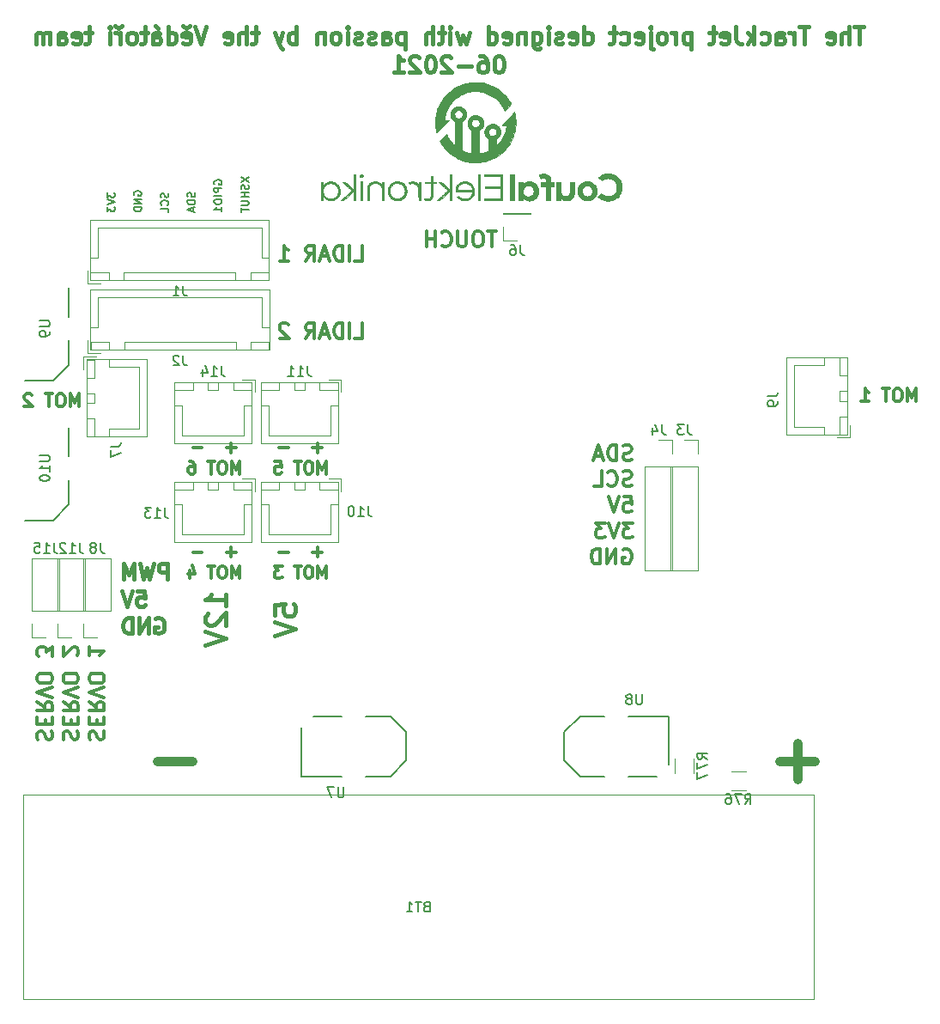
<source format=gbr>
%TF.GenerationSoftware,KiCad,Pcbnew,(5.1.10)-1*%
%TF.CreationDate,2021-06-15T00:02:20+02:00*%
%TF.ProjectId,TrackJet_H01,54726163-6b4a-4657-945f-4830312e6b69,rev?*%
%TF.SameCoordinates,Original*%
%TF.FileFunction,Legend,Bot*%
%TF.FilePolarity,Positive*%
%FSLAX46Y46*%
G04 Gerber Fmt 4.6, Leading zero omitted, Abs format (unit mm)*
G04 Created by KiCad (PCBNEW (5.1.10)-1) date 2021-06-15 00:02:20*
%MOMM*%
%LPD*%
G01*
G04 APERTURE LIST*
%ADD10C,0.914400*%
%ADD11C,0.381000*%
%ADD12C,0.300000*%
%ADD13C,0.177800*%
%ADD14C,0.120000*%
%ADD15C,0.010000*%
%ADD16C,0.127000*%
%ADD17C,0.150000*%
G04 APERTURE END LIST*
D10*
X78413428Y-76145571D02*
X74930000Y-76145571D01*
X76671714Y-77887285D02*
X76671714Y-74403857D01*
X17017999Y-76145571D02*
X13534571Y-76145571D01*
D11*
X83251523Y-3763130D02*
X82308095Y-3763130D01*
X82779809Y-5414130D02*
X82779809Y-3763130D01*
X81757761Y-5414130D02*
X81757761Y-3763130D01*
X81050190Y-5414130D02*
X81050190Y-4549321D01*
X81128809Y-4392083D01*
X81286047Y-4313464D01*
X81521904Y-4313464D01*
X81679142Y-4392083D01*
X81757761Y-4470702D01*
X79635047Y-5335511D02*
X79792285Y-5414130D01*
X80106761Y-5414130D01*
X80263999Y-5335511D01*
X80342619Y-5178273D01*
X80342619Y-4549321D01*
X80263999Y-4392083D01*
X80106761Y-4313464D01*
X79792285Y-4313464D01*
X79635047Y-4392083D01*
X79556428Y-4549321D01*
X79556428Y-4706559D01*
X80342619Y-4863797D01*
X77826809Y-3763130D02*
X76883380Y-3763130D01*
X77355095Y-5414130D02*
X77355095Y-3763130D01*
X76333047Y-5414130D02*
X76333047Y-4313464D01*
X76333047Y-4627940D02*
X76254428Y-4470702D01*
X76175809Y-4392083D01*
X76018571Y-4313464D01*
X75861333Y-4313464D01*
X74603428Y-5414130D02*
X74603428Y-4549321D01*
X74682047Y-4392083D01*
X74839285Y-4313464D01*
X75153761Y-4313464D01*
X75310999Y-4392083D01*
X74603428Y-5335511D02*
X74760666Y-5414130D01*
X75153761Y-5414130D01*
X75310999Y-5335511D01*
X75389619Y-5178273D01*
X75389619Y-5021035D01*
X75310999Y-4863797D01*
X75153761Y-4785178D01*
X74760666Y-4785178D01*
X74603428Y-4706559D01*
X73109666Y-5335511D02*
X73266904Y-5414130D01*
X73581380Y-5414130D01*
X73738619Y-5335511D01*
X73817238Y-5256892D01*
X73895857Y-5099654D01*
X73895857Y-4627940D01*
X73817238Y-4470702D01*
X73738619Y-4392083D01*
X73581380Y-4313464D01*
X73266904Y-4313464D01*
X73109666Y-4392083D01*
X72402095Y-5414130D02*
X72402095Y-3763130D01*
X72244857Y-4785178D02*
X71773142Y-5414130D01*
X71773142Y-4313464D02*
X72402095Y-4942416D01*
X70593857Y-3763130D02*
X70593857Y-4942416D01*
X70672476Y-5178273D01*
X70829714Y-5335511D01*
X71065571Y-5414130D01*
X71222809Y-5414130D01*
X69178714Y-5335511D02*
X69335952Y-5414130D01*
X69650428Y-5414130D01*
X69807666Y-5335511D01*
X69886285Y-5178273D01*
X69886285Y-4549321D01*
X69807666Y-4392083D01*
X69650428Y-4313464D01*
X69335952Y-4313464D01*
X69178714Y-4392083D01*
X69100095Y-4549321D01*
X69100095Y-4706559D01*
X69886285Y-4863797D01*
X68628380Y-4313464D02*
X67999428Y-4313464D01*
X68392523Y-3763130D02*
X68392523Y-5178273D01*
X68313904Y-5335511D01*
X68156666Y-5414130D01*
X67999428Y-5414130D01*
X66191190Y-4313464D02*
X66191190Y-5964464D01*
X66191190Y-4392083D02*
X66033952Y-4313464D01*
X65719476Y-4313464D01*
X65562238Y-4392083D01*
X65483619Y-4470702D01*
X65404999Y-4627940D01*
X65404999Y-5099654D01*
X65483619Y-5256892D01*
X65562238Y-5335511D01*
X65719476Y-5414130D01*
X66033952Y-5414130D01*
X66191190Y-5335511D01*
X64697428Y-5414130D02*
X64697428Y-4313464D01*
X64697428Y-4627940D02*
X64618809Y-4470702D01*
X64540190Y-4392083D01*
X64382952Y-4313464D01*
X64225714Y-4313464D01*
X63439523Y-5414130D02*
X63596761Y-5335511D01*
X63675380Y-5256892D01*
X63753999Y-5099654D01*
X63753999Y-4627940D01*
X63675380Y-4470702D01*
X63596761Y-4392083D01*
X63439523Y-4313464D01*
X63203666Y-4313464D01*
X63046428Y-4392083D01*
X62967809Y-4470702D01*
X62889190Y-4627940D01*
X62889190Y-5099654D01*
X62967809Y-5256892D01*
X63046428Y-5335511D01*
X63203666Y-5414130D01*
X63439523Y-5414130D01*
X62181619Y-4313464D02*
X62181619Y-5728607D01*
X62260238Y-5885845D01*
X62417476Y-5964464D01*
X62496095Y-5964464D01*
X62181619Y-3763130D02*
X62260238Y-3841750D01*
X62181619Y-3920369D01*
X62103000Y-3841750D01*
X62181619Y-3763130D01*
X62181619Y-3920369D01*
X60766476Y-5335511D02*
X60923714Y-5414130D01*
X61238190Y-5414130D01*
X61395428Y-5335511D01*
X61474047Y-5178273D01*
X61474047Y-4549321D01*
X61395428Y-4392083D01*
X61238190Y-4313464D01*
X60923714Y-4313464D01*
X60766476Y-4392083D01*
X60687857Y-4549321D01*
X60687857Y-4706559D01*
X61474047Y-4863797D01*
X59272714Y-5335511D02*
X59429952Y-5414130D01*
X59744428Y-5414130D01*
X59901666Y-5335511D01*
X59980285Y-5256892D01*
X60058904Y-5099654D01*
X60058904Y-4627940D01*
X59980285Y-4470702D01*
X59901666Y-4392083D01*
X59744428Y-4313464D01*
X59429952Y-4313464D01*
X59272714Y-4392083D01*
X58800999Y-4313464D02*
X58172047Y-4313464D01*
X58565142Y-3763130D02*
X58565142Y-5178273D01*
X58486523Y-5335511D01*
X58329285Y-5414130D01*
X58172047Y-5414130D01*
X55656238Y-5414130D02*
X55656238Y-3763130D01*
X55656238Y-5335511D02*
X55813476Y-5414130D01*
X56127952Y-5414130D01*
X56285190Y-5335511D01*
X56363809Y-5256892D01*
X56442428Y-5099654D01*
X56442428Y-4627940D01*
X56363809Y-4470702D01*
X56285190Y-4392083D01*
X56127952Y-4313464D01*
X55813476Y-4313464D01*
X55656238Y-4392083D01*
X54241095Y-5335511D02*
X54398333Y-5414130D01*
X54712809Y-5414130D01*
X54870047Y-5335511D01*
X54948666Y-5178273D01*
X54948666Y-4549321D01*
X54870047Y-4392083D01*
X54712809Y-4313464D01*
X54398333Y-4313464D01*
X54241095Y-4392083D01*
X54162476Y-4549321D01*
X54162476Y-4706559D01*
X54948666Y-4863797D01*
X53533523Y-5335511D02*
X53376285Y-5414130D01*
X53061809Y-5414130D01*
X52904571Y-5335511D01*
X52825952Y-5178273D01*
X52825952Y-5099654D01*
X52904571Y-4942416D01*
X53061809Y-4863797D01*
X53297666Y-4863797D01*
X53454904Y-4785178D01*
X53533523Y-4627940D01*
X53533523Y-4549321D01*
X53454904Y-4392083D01*
X53297666Y-4313464D01*
X53061809Y-4313464D01*
X52904571Y-4392083D01*
X52118380Y-5414130D02*
X52118380Y-4313464D01*
X52118380Y-3763130D02*
X52196999Y-3841750D01*
X52118380Y-3920369D01*
X52039761Y-3841750D01*
X52118380Y-3763130D01*
X52118380Y-3920369D01*
X50624619Y-4313464D02*
X50624619Y-5649988D01*
X50703238Y-5807226D01*
X50781857Y-5885845D01*
X50939095Y-5964464D01*
X51174952Y-5964464D01*
X51332190Y-5885845D01*
X50624619Y-5335511D02*
X50781857Y-5414130D01*
X51096333Y-5414130D01*
X51253571Y-5335511D01*
X51332190Y-5256892D01*
X51410809Y-5099654D01*
X51410809Y-4627940D01*
X51332190Y-4470702D01*
X51253571Y-4392083D01*
X51096333Y-4313464D01*
X50781857Y-4313464D01*
X50624619Y-4392083D01*
X49838428Y-4313464D02*
X49838428Y-5414130D01*
X49838428Y-4470702D02*
X49759809Y-4392083D01*
X49602571Y-4313464D01*
X49366714Y-4313464D01*
X49209476Y-4392083D01*
X49130857Y-4549321D01*
X49130857Y-5414130D01*
X47715714Y-5335511D02*
X47872952Y-5414130D01*
X48187428Y-5414130D01*
X48344666Y-5335511D01*
X48423285Y-5178273D01*
X48423285Y-4549321D01*
X48344666Y-4392083D01*
X48187428Y-4313464D01*
X47872952Y-4313464D01*
X47715714Y-4392083D01*
X47637095Y-4549321D01*
X47637095Y-4706559D01*
X48423285Y-4863797D01*
X46221952Y-5414130D02*
X46221952Y-3763130D01*
X46221952Y-5335511D02*
X46379190Y-5414130D01*
X46693666Y-5414130D01*
X46850904Y-5335511D01*
X46929523Y-5256892D01*
X47008142Y-5099654D01*
X47008142Y-4627940D01*
X46929523Y-4470702D01*
X46850904Y-4392083D01*
X46693666Y-4313464D01*
X46379190Y-4313464D01*
X46221952Y-4392083D01*
X44335095Y-4313464D02*
X44020619Y-5414130D01*
X43706142Y-4627940D01*
X43391666Y-5414130D01*
X43077190Y-4313464D01*
X42448238Y-5414130D02*
X42448238Y-4313464D01*
X42448238Y-3763130D02*
X42526857Y-3841750D01*
X42448238Y-3920369D01*
X42369619Y-3841750D01*
X42448238Y-3763130D01*
X42448238Y-3920369D01*
X41897904Y-4313464D02*
X41268952Y-4313464D01*
X41662047Y-3763130D02*
X41662047Y-5178273D01*
X41583428Y-5335511D01*
X41426190Y-5414130D01*
X41268952Y-5414130D01*
X40718619Y-5414130D02*
X40718619Y-3763130D01*
X40011047Y-5414130D02*
X40011047Y-4549321D01*
X40089666Y-4392083D01*
X40246904Y-4313464D01*
X40482761Y-4313464D01*
X40640000Y-4392083D01*
X40718619Y-4470702D01*
X37966952Y-4313464D02*
X37966952Y-5964464D01*
X37966952Y-4392083D02*
X37809714Y-4313464D01*
X37495238Y-4313464D01*
X37338000Y-4392083D01*
X37259380Y-4470702D01*
X37180761Y-4627940D01*
X37180761Y-5099654D01*
X37259380Y-5256892D01*
X37338000Y-5335511D01*
X37495238Y-5414130D01*
X37809714Y-5414130D01*
X37966952Y-5335511D01*
X35765619Y-5414130D02*
X35765619Y-4549321D01*
X35844238Y-4392083D01*
X36001476Y-4313464D01*
X36315952Y-4313464D01*
X36473190Y-4392083D01*
X35765619Y-5335511D02*
X35922857Y-5414130D01*
X36315952Y-5414130D01*
X36473190Y-5335511D01*
X36551809Y-5178273D01*
X36551809Y-5021035D01*
X36473190Y-4863797D01*
X36315952Y-4785178D01*
X35922857Y-4785178D01*
X35765619Y-4706559D01*
X35058047Y-5335511D02*
X34900809Y-5414130D01*
X34586333Y-5414130D01*
X34429095Y-5335511D01*
X34350476Y-5178273D01*
X34350476Y-5099654D01*
X34429095Y-4942416D01*
X34586333Y-4863797D01*
X34822190Y-4863797D01*
X34979428Y-4785178D01*
X35058047Y-4627940D01*
X35058047Y-4549321D01*
X34979428Y-4392083D01*
X34822190Y-4313464D01*
X34586333Y-4313464D01*
X34429095Y-4392083D01*
X33721523Y-5335511D02*
X33564285Y-5414130D01*
X33249809Y-5414130D01*
X33092571Y-5335511D01*
X33013952Y-5178273D01*
X33013952Y-5099654D01*
X33092571Y-4942416D01*
X33249809Y-4863797D01*
X33485666Y-4863797D01*
X33642904Y-4785178D01*
X33721523Y-4627940D01*
X33721523Y-4549321D01*
X33642904Y-4392083D01*
X33485666Y-4313464D01*
X33249809Y-4313464D01*
X33092571Y-4392083D01*
X32306380Y-5414130D02*
X32306380Y-4313464D01*
X32306380Y-3763130D02*
X32385000Y-3841750D01*
X32306380Y-3920369D01*
X32227761Y-3841750D01*
X32306380Y-3763130D01*
X32306380Y-3920369D01*
X31284333Y-5414130D02*
X31441571Y-5335511D01*
X31520190Y-5256892D01*
X31598809Y-5099654D01*
X31598809Y-4627940D01*
X31520190Y-4470702D01*
X31441571Y-4392083D01*
X31284333Y-4313464D01*
X31048476Y-4313464D01*
X30891238Y-4392083D01*
X30812619Y-4470702D01*
X30734000Y-4627940D01*
X30734000Y-5099654D01*
X30812619Y-5256892D01*
X30891238Y-5335511D01*
X31048476Y-5414130D01*
X31284333Y-5414130D01*
X30026428Y-4313464D02*
X30026428Y-5414130D01*
X30026428Y-4470702D02*
X29947809Y-4392083D01*
X29790571Y-4313464D01*
X29554714Y-4313464D01*
X29397476Y-4392083D01*
X29318857Y-4549321D01*
X29318857Y-5414130D01*
X27274761Y-5414130D02*
X27274761Y-3763130D01*
X27274761Y-4392083D02*
X27117523Y-4313464D01*
X26803047Y-4313464D01*
X26645809Y-4392083D01*
X26567190Y-4470702D01*
X26488571Y-4627940D01*
X26488571Y-5099654D01*
X26567190Y-5256892D01*
X26645809Y-5335511D01*
X26803047Y-5414130D01*
X27117523Y-5414130D01*
X27274761Y-5335511D01*
X25938238Y-4313464D02*
X25545142Y-5414130D01*
X25152047Y-4313464D02*
X25545142Y-5414130D01*
X25702380Y-5807226D01*
X25781000Y-5885845D01*
X25938238Y-5964464D01*
X23501047Y-4313464D02*
X22872095Y-4313464D01*
X23265190Y-3763130D02*
X23265190Y-5178273D01*
X23186571Y-5335511D01*
X23029333Y-5414130D01*
X22872095Y-5414130D01*
X22321761Y-5414130D02*
X22321761Y-3763130D01*
X21614190Y-5414130D02*
X21614190Y-4549321D01*
X21692809Y-4392083D01*
X21850047Y-4313464D01*
X22085904Y-4313464D01*
X22243142Y-4392083D01*
X22321761Y-4470702D01*
X20199047Y-5335511D02*
X20356285Y-5414130D01*
X20670761Y-5414130D01*
X20828000Y-5335511D01*
X20906619Y-5178273D01*
X20906619Y-4549321D01*
X20828000Y-4392083D01*
X20670761Y-4313464D01*
X20356285Y-4313464D01*
X20199047Y-4392083D01*
X20120428Y-4549321D01*
X20120428Y-4706559D01*
X20906619Y-4863797D01*
X18390809Y-3763130D02*
X17840476Y-5414130D01*
X17290142Y-3763130D01*
X16110857Y-5335511D02*
X16268095Y-5414130D01*
X16582571Y-5414130D01*
X16739809Y-5335511D01*
X16818428Y-5178273D01*
X16818428Y-4549321D01*
X16739809Y-4392083D01*
X16582571Y-4313464D01*
X16268095Y-4313464D01*
X16110857Y-4392083D01*
X16032238Y-4549321D01*
X16032238Y-4706559D01*
X16818428Y-4863797D01*
X16739809Y-3684511D02*
X16425333Y-3920369D01*
X16110857Y-3684511D01*
X14617095Y-5414130D02*
X14617095Y-3763130D01*
X14617095Y-5335511D02*
X14774333Y-5414130D01*
X15088809Y-5414130D01*
X15246047Y-5335511D01*
X15324666Y-5256892D01*
X15403285Y-5099654D01*
X15403285Y-4627940D01*
X15324666Y-4470702D01*
X15246047Y-4392083D01*
X15088809Y-4313464D01*
X14774333Y-4313464D01*
X14617095Y-4392083D01*
X13123333Y-5414130D02*
X13123333Y-4549321D01*
X13201952Y-4392083D01*
X13359190Y-4313464D01*
X13673666Y-4313464D01*
X13830904Y-4392083D01*
X13123333Y-5335511D02*
X13280571Y-5414130D01*
X13673666Y-5414130D01*
X13830904Y-5335511D01*
X13909523Y-5178273D01*
X13909523Y-5021035D01*
X13830904Y-4863797D01*
X13673666Y-4785178D01*
X13280571Y-4785178D01*
X13123333Y-4706559D01*
X13359190Y-3684511D02*
X13595047Y-3920369D01*
X12573000Y-4313464D02*
X11944047Y-4313464D01*
X12337142Y-3763130D02*
X12337142Y-5178273D01*
X12258523Y-5335511D01*
X12101285Y-5414130D01*
X11944047Y-5414130D01*
X11157857Y-5414130D02*
X11315095Y-5335511D01*
X11393714Y-5256892D01*
X11472333Y-5099654D01*
X11472333Y-4627940D01*
X11393714Y-4470702D01*
X11315095Y-4392083D01*
X11157857Y-4313464D01*
X10922000Y-4313464D01*
X10764761Y-4392083D01*
X10686142Y-4470702D01*
X10607523Y-4627940D01*
X10607523Y-5099654D01*
X10686142Y-5256892D01*
X10764761Y-5335511D01*
X10922000Y-5414130D01*
X11157857Y-5414130D01*
X9899952Y-5414130D02*
X9899952Y-4313464D01*
X9899952Y-4627940D02*
X9821333Y-4470702D01*
X9742714Y-4392083D01*
X9585476Y-4313464D01*
X9428238Y-4313464D01*
X10057190Y-3684511D02*
X9742714Y-3920369D01*
X9428238Y-3684511D01*
X8877904Y-5414130D02*
X8877904Y-4313464D01*
X8877904Y-3763130D02*
X8956523Y-3841750D01*
X8877904Y-3920369D01*
X8799285Y-3841750D01*
X8877904Y-3763130D01*
X8877904Y-3920369D01*
X7069666Y-4313464D02*
X6440714Y-4313464D01*
X6833809Y-3763130D02*
X6833809Y-5178273D01*
X6755190Y-5335511D01*
X6597952Y-5414130D01*
X6440714Y-5414130D01*
X5261428Y-5335511D02*
X5418666Y-5414130D01*
X5733142Y-5414130D01*
X5890380Y-5335511D01*
X5969000Y-5178273D01*
X5969000Y-4549321D01*
X5890380Y-4392083D01*
X5733142Y-4313464D01*
X5418666Y-4313464D01*
X5261428Y-4392083D01*
X5182809Y-4549321D01*
X5182809Y-4706559D01*
X5969000Y-4863797D01*
X3767666Y-5414130D02*
X3767666Y-4549321D01*
X3846285Y-4392083D01*
X4003523Y-4313464D01*
X4318000Y-4313464D01*
X4475238Y-4392083D01*
X3767666Y-5335511D02*
X3924904Y-5414130D01*
X4318000Y-5414130D01*
X4475238Y-5335511D01*
X4553857Y-5178273D01*
X4553857Y-5021035D01*
X4475238Y-4863797D01*
X4318000Y-4785178D01*
X3924904Y-4785178D01*
X3767666Y-4706559D01*
X2981476Y-5414130D02*
X2981476Y-4313464D01*
X2981476Y-4470702D02*
X2902857Y-4392083D01*
X2745619Y-4313464D01*
X2509761Y-4313464D01*
X2352523Y-4392083D01*
X2273904Y-4549321D01*
X2273904Y-5414130D01*
X2273904Y-4549321D02*
X2195285Y-4392083D01*
X2038047Y-4313464D01*
X1802190Y-4313464D01*
X1644952Y-4392083D01*
X1566333Y-4549321D01*
X1566333Y-5414130D01*
X47322619Y-6620630D02*
X47165380Y-6620630D01*
X47008142Y-6699250D01*
X46929523Y-6777869D01*
X46850904Y-6935107D01*
X46772285Y-7249583D01*
X46772285Y-7642678D01*
X46850904Y-7957154D01*
X46929523Y-8114392D01*
X47008142Y-8193011D01*
X47165380Y-8271630D01*
X47322619Y-8271630D01*
X47479857Y-8193011D01*
X47558476Y-8114392D01*
X47637095Y-7957154D01*
X47715714Y-7642678D01*
X47715714Y-7249583D01*
X47637095Y-6935107D01*
X47558476Y-6777869D01*
X47479857Y-6699250D01*
X47322619Y-6620630D01*
X45357142Y-6620630D02*
X45671619Y-6620630D01*
X45828857Y-6699250D01*
X45907476Y-6777869D01*
X46064714Y-7013726D01*
X46143333Y-7328202D01*
X46143333Y-7957154D01*
X46064714Y-8114392D01*
X45986095Y-8193011D01*
X45828857Y-8271630D01*
X45514380Y-8271630D01*
X45357142Y-8193011D01*
X45278523Y-8114392D01*
X45199904Y-7957154D01*
X45199904Y-7564059D01*
X45278523Y-7406821D01*
X45357142Y-7328202D01*
X45514380Y-7249583D01*
X45828857Y-7249583D01*
X45986095Y-7328202D01*
X46064714Y-7406821D01*
X46143333Y-7564059D01*
X44492333Y-7642678D02*
X43234428Y-7642678D01*
X42526857Y-6777869D02*
X42448238Y-6699250D01*
X42291000Y-6620630D01*
X41897904Y-6620630D01*
X41740666Y-6699250D01*
X41662047Y-6777869D01*
X41583428Y-6935107D01*
X41583428Y-7092345D01*
X41662047Y-7328202D01*
X42605476Y-8271630D01*
X41583428Y-8271630D01*
X40561380Y-6620630D02*
X40404142Y-6620630D01*
X40246904Y-6699250D01*
X40168285Y-6777869D01*
X40089666Y-6935107D01*
X40011047Y-7249583D01*
X40011047Y-7642678D01*
X40089666Y-7957154D01*
X40168285Y-8114392D01*
X40246904Y-8193011D01*
X40404142Y-8271630D01*
X40561380Y-8271630D01*
X40718619Y-8193011D01*
X40797238Y-8114392D01*
X40875857Y-7957154D01*
X40954476Y-7642678D01*
X40954476Y-7249583D01*
X40875857Y-6935107D01*
X40797238Y-6777869D01*
X40718619Y-6699250D01*
X40561380Y-6620630D01*
X39382095Y-6777869D02*
X39303476Y-6699250D01*
X39146238Y-6620630D01*
X38753142Y-6620630D01*
X38595904Y-6699250D01*
X38517285Y-6777869D01*
X38438666Y-6935107D01*
X38438666Y-7092345D01*
X38517285Y-7328202D01*
X39460714Y-8271630D01*
X38438666Y-8271630D01*
X36866285Y-8271630D02*
X37809714Y-8271630D01*
X37338000Y-8271630D02*
X37338000Y-6620630D01*
X37495238Y-6856488D01*
X37652476Y-7013726D01*
X37809714Y-7092345D01*
X20350238Y-60845095D02*
X20350238Y-59683952D01*
X20350238Y-60264523D02*
X18318238Y-60264523D01*
X18608523Y-60071000D01*
X18802047Y-59877476D01*
X18898809Y-59683952D01*
X18511761Y-61619190D02*
X18415000Y-61715952D01*
X18318238Y-61909476D01*
X18318238Y-62393285D01*
X18415000Y-62586809D01*
X18511761Y-62683571D01*
X18705285Y-62780333D01*
X18898809Y-62780333D01*
X19189095Y-62683571D01*
X20350238Y-61522428D01*
X20350238Y-62780333D01*
X18318238Y-63360904D02*
X20350238Y-64038238D01*
X18318238Y-64715571D01*
X25176238Y-61715952D02*
X25176238Y-60748333D01*
X26143857Y-60651571D01*
X26047095Y-60748333D01*
X25950333Y-60941857D01*
X25950333Y-61425666D01*
X26047095Y-61619190D01*
X26143857Y-61715952D01*
X26337380Y-61812714D01*
X26821190Y-61812714D01*
X27014714Y-61715952D01*
X27111476Y-61619190D01*
X27208238Y-61425666D01*
X27208238Y-60941857D01*
X27111476Y-60748333D01*
X27014714Y-60651571D01*
X25176238Y-62393285D02*
X27208238Y-63070619D01*
X25176238Y-63747952D01*
D12*
X46969714Y-23943571D02*
X46112571Y-23943571D01*
X46541142Y-25443571D02*
X46541142Y-23943571D01*
X45326857Y-23943571D02*
X45041142Y-23943571D01*
X44898285Y-24015000D01*
X44755428Y-24157857D01*
X44684000Y-24443571D01*
X44684000Y-24943571D01*
X44755428Y-25229285D01*
X44898285Y-25372142D01*
X45041142Y-25443571D01*
X45326857Y-25443571D01*
X45469714Y-25372142D01*
X45612571Y-25229285D01*
X45684000Y-24943571D01*
X45684000Y-24443571D01*
X45612571Y-24157857D01*
X45469714Y-24015000D01*
X45326857Y-23943571D01*
X44041142Y-23943571D02*
X44041142Y-25157857D01*
X43969714Y-25300714D01*
X43898285Y-25372142D01*
X43755428Y-25443571D01*
X43469714Y-25443571D01*
X43326857Y-25372142D01*
X43255428Y-25300714D01*
X43184000Y-25157857D01*
X43184000Y-23943571D01*
X41612571Y-25300714D02*
X41684000Y-25372142D01*
X41898285Y-25443571D01*
X42041142Y-25443571D01*
X42255428Y-25372142D01*
X42398285Y-25229285D01*
X42469714Y-25086428D01*
X42541142Y-24800714D01*
X42541142Y-24586428D01*
X42469714Y-24300714D01*
X42398285Y-24157857D01*
X42255428Y-24015000D01*
X42041142Y-23943571D01*
X41898285Y-23943571D01*
X41684000Y-24015000D01*
X41612571Y-24086428D01*
X40969714Y-25443571D02*
X40969714Y-23943571D01*
X40969714Y-24657857D02*
X40112571Y-24657857D01*
X40112571Y-25443571D02*
X40112571Y-23943571D01*
X60352285Y-46434142D02*
X60138000Y-46505571D01*
X59780857Y-46505571D01*
X59638000Y-46434142D01*
X59566571Y-46362714D01*
X59495142Y-46219857D01*
X59495142Y-46077000D01*
X59566571Y-45934142D01*
X59638000Y-45862714D01*
X59780857Y-45791285D01*
X60066571Y-45719857D01*
X60209428Y-45648428D01*
X60280857Y-45577000D01*
X60352285Y-45434142D01*
X60352285Y-45291285D01*
X60280857Y-45148428D01*
X60209428Y-45077000D01*
X60066571Y-45005571D01*
X59709428Y-45005571D01*
X59495142Y-45077000D01*
X58852285Y-46505571D02*
X58852285Y-45005571D01*
X58495142Y-45005571D01*
X58280857Y-45077000D01*
X58138000Y-45219857D01*
X58066571Y-45362714D01*
X57995142Y-45648428D01*
X57995142Y-45862714D01*
X58066571Y-46148428D01*
X58138000Y-46291285D01*
X58280857Y-46434142D01*
X58495142Y-46505571D01*
X58852285Y-46505571D01*
X57423714Y-46077000D02*
X56709428Y-46077000D01*
X57566571Y-46505571D02*
X57066571Y-45005571D01*
X56566571Y-46505571D01*
X60352285Y-48984142D02*
X60138000Y-49055571D01*
X59780857Y-49055571D01*
X59638000Y-48984142D01*
X59566571Y-48912714D01*
X59495142Y-48769857D01*
X59495142Y-48627000D01*
X59566571Y-48484142D01*
X59638000Y-48412714D01*
X59780857Y-48341285D01*
X60066571Y-48269857D01*
X60209428Y-48198428D01*
X60280857Y-48127000D01*
X60352285Y-47984142D01*
X60352285Y-47841285D01*
X60280857Y-47698428D01*
X60209428Y-47627000D01*
X60066571Y-47555571D01*
X59709428Y-47555571D01*
X59495142Y-47627000D01*
X57995142Y-48912714D02*
X58066571Y-48984142D01*
X58280857Y-49055571D01*
X58423714Y-49055571D01*
X58638000Y-48984142D01*
X58780857Y-48841285D01*
X58852285Y-48698428D01*
X58923714Y-48412714D01*
X58923714Y-48198428D01*
X58852285Y-47912714D01*
X58780857Y-47769857D01*
X58638000Y-47627000D01*
X58423714Y-47555571D01*
X58280857Y-47555571D01*
X58066571Y-47627000D01*
X57995142Y-47698428D01*
X56638000Y-49055571D02*
X57352285Y-49055571D01*
X57352285Y-47555571D01*
X59566571Y-50105571D02*
X60280857Y-50105571D01*
X60352285Y-50819857D01*
X60280857Y-50748428D01*
X60138000Y-50677000D01*
X59780857Y-50677000D01*
X59638000Y-50748428D01*
X59566571Y-50819857D01*
X59495142Y-50962714D01*
X59495142Y-51319857D01*
X59566571Y-51462714D01*
X59638000Y-51534142D01*
X59780857Y-51605571D01*
X60138000Y-51605571D01*
X60280857Y-51534142D01*
X60352285Y-51462714D01*
X59066571Y-50105571D02*
X58566571Y-51605571D01*
X58066571Y-50105571D01*
X60423714Y-52655571D02*
X59495142Y-52655571D01*
X59995142Y-53227000D01*
X59780857Y-53227000D01*
X59638000Y-53298428D01*
X59566571Y-53369857D01*
X59495142Y-53512714D01*
X59495142Y-53869857D01*
X59566571Y-54012714D01*
X59638000Y-54084142D01*
X59780857Y-54155571D01*
X60209428Y-54155571D01*
X60352285Y-54084142D01*
X60423714Y-54012714D01*
X59066571Y-52655571D02*
X58566571Y-54155571D01*
X58066571Y-52655571D01*
X57709428Y-52655571D02*
X56780857Y-52655571D01*
X57280857Y-53227000D01*
X57066571Y-53227000D01*
X56923714Y-53298428D01*
X56852285Y-53369857D01*
X56780857Y-53512714D01*
X56780857Y-53869857D01*
X56852285Y-54012714D01*
X56923714Y-54084142D01*
X57066571Y-54155571D01*
X57495142Y-54155571D01*
X57638000Y-54084142D01*
X57709428Y-54012714D01*
X59495142Y-55277000D02*
X59638000Y-55205571D01*
X59852285Y-55205571D01*
X60066571Y-55277000D01*
X60209428Y-55419857D01*
X60280857Y-55562714D01*
X60352285Y-55848428D01*
X60352285Y-56062714D01*
X60280857Y-56348428D01*
X60209428Y-56491285D01*
X60066571Y-56634142D01*
X59852285Y-56705571D01*
X59709428Y-56705571D01*
X59495142Y-56634142D01*
X59423714Y-56562714D01*
X59423714Y-56062714D01*
X59709428Y-56062714D01*
X58780857Y-56705571D02*
X58780857Y-55205571D01*
X57923714Y-56705571D01*
X57923714Y-55205571D01*
X57209428Y-56705571D02*
X57209428Y-55205571D01*
X56852285Y-55205571D01*
X56638000Y-55277000D01*
X56495142Y-55419857D01*
X56423714Y-55562714D01*
X56352285Y-55848428D01*
X56352285Y-56062714D01*
X56423714Y-56348428D01*
X56495142Y-56491285D01*
X56638000Y-56634142D01*
X56852285Y-56705571D01*
X57209428Y-56705571D01*
X88385952Y-40706523D02*
X88385952Y-39436523D01*
X87962619Y-40343666D01*
X87539285Y-39436523D01*
X87539285Y-40706523D01*
X86692619Y-39436523D02*
X86450714Y-39436523D01*
X86329761Y-39497000D01*
X86208809Y-39617952D01*
X86148333Y-39859857D01*
X86148333Y-40283190D01*
X86208809Y-40525095D01*
X86329761Y-40646047D01*
X86450714Y-40706523D01*
X86692619Y-40706523D01*
X86813571Y-40646047D01*
X86934523Y-40525095D01*
X86995000Y-40283190D01*
X86995000Y-39859857D01*
X86934523Y-39617952D01*
X86813571Y-39497000D01*
X86692619Y-39436523D01*
X85785476Y-39436523D02*
X85059761Y-39436523D01*
X85422619Y-40706523D02*
X85422619Y-39436523D01*
X83003571Y-40706523D02*
X83729285Y-40706523D01*
X83366428Y-40706523D02*
X83366428Y-39436523D01*
X83487380Y-39617952D01*
X83608333Y-39738904D01*
X83729285Y-39799380D01*
X5835952Y-41214523D02*
X5835952Y-39944523D01*
X5412619Y-40851666D01*
X4989285Y-39944523D01*
X4989285Y-41214523D01*
X4142619Y-39944523D02*
X3900714Y-39944523D01*
X3779761Y-40005000D01*
X3658809Y-40125952D01*
X3598333Y-40367857D01*
X3598333Y-40791190D01*
X3658809Y-41033095D01*
X3779761Y-41154047D01*
X3900714Y-41214523D01*
X4142619Y-41214523D01*
X4263571Y-41154047D01*
X4384523Y-41033095D01*
X4445000Y-40791190D01*
X4445000Y-40367857D01*
X4384523Y-40125952D01*
X4263571Y-40005000D01*
X4142619Y-39944523D01*
X3235476Y-39944523D02*
X2509761Y-39944523D01*
X2872619Y-41214523D02*
X2872619Y-39944523D01*
X1179285Y-40065476D02*
X1118809Y-40005000D01*
X997857Y-39944523D01*
X695476Y-39944523D01*
X574523Y-40005000D01*
X514047Y-40065476D01*
X453571Y-40186428D01*
X453571Y-40307380D01*
X514047Y-40488809D01*
X1239761Y-41214523D01*
X453571Y-41214523D01*
X33039428Y-26825571D02*
X33753714Y-26825571D01*
X33753714Y-25325571D01*
X32539428Y-26825571D02*
X32539428Y-25325571D01*
X31825142Y-26825571D02*
X31825142Y-25325571D01*
X31468000Y-25325571D01*
X31253714Y-25397000D01*
X31110857Y-25539857D01*
X31039428Y-25682714D01*
X30968000Y-25968428D01*
X30968000Y-26182714D01*
X31039428Y-26468428D01*
X31110857Y-26611285D01*
X31253714Y-26754142D01*
X31468000Y-26825571D01*
X31825142Y-26825571D01*
X30396571Y-26397000D02*
X29682285Y-26397000D01*
X30539428Y-26825571D02*
X30039428Y-25325571D01*
X29539428Y-26825571D01*
X28182285Y-26825571D02*
X28682285Y-26111285D01*
X29039428Y-26825571D02*
X29039428Y-25325571D01*
X28468000Y-25325571D01*
X28325142Y-25397000D01*
X28253714Y-25468428D01*
X28182285Y-25611285D01*
X28182285Y-25825571D01*
X28253714Y-25968428D01*
X28325142Y-26039857D01*
X28468000Y-26111285D01*
X29039428Y-26111285D01*
X25610857Y-26825571D02*
X26468000Y-26825571D01*
X26039428Y-26825571D02*
X26039428Y-25325571D01*
X26182285Y-25539857D01*
X26325142Y-25682714D01*
X26468000Y-25754142D01*
X33039428Y-34475571D02*
X33753714Y-34475571D01*
X33753714Y-32975571D01*
X32539428Y-34475571D02*
X32539428Y-32975571D01*
X31825142Y-34475571D02*
X31825142Y-32975571D01*
X31468000Y-32975571D01*
X31253714Y-33047000D01*
X31110857Y-33189857D01*
X31039428Y-33332714D01*
X30968000Y-33618428D01*
X30968000Y-33832714D01*
X31039428Y-34118428D01*
X31110857Y-34261285D01*
X31253714Y-34404142D01*
X31468000Y-34475571D01*
X31825142Y-34475571D01*
X30396571Y-34047000D02*
X29682285Y-34047000D01*
X30539428Y-34475571D02*
X30039428Y-32975571D01*
X29539428Y-34475571D01*
X28182285Y-34475571D02*
X28682285Y-33761285D01*
X29039428Y-34475571D02*
X29039428Y-32975571D01*
X28468000Y-32975571D01*
X28325142Y-33047000D01*
X28253714Y-33118428D01*
X28182285Y-33261285D01*
X28182285Y-33475571D01*
X28253714Y-33618428D01*
X28325142Y-33689857D01*
X28468000Y-33761285D01*
X29039428Y-33761285D01*
X26468000Y-33118428D02*
X26396571Y-33047000D01*
X26253714Y-32975571D01*
X25896571Y-32975571D01*
X25753714Y-33047000D01*
X25682285Y-33118428D01*
X25610857Y-33261285D01*
X25610857Y-33404142D01*
X25682285Y-33618428D01*
X26539428Y-34475571D01*
X25610857Y-34475571D01*
D13*
X8599714Y-20113715D02*
X8599714Y-20585430D01*
X8890000Y-20331430D01*
X8890000Y-20440287D01*
X8926285Y-20512858D01*
X8962571Y-20549144D01*
X9035142Y-20585430D01*
X9216571Y-20585430D01*
X9289142Y-20549144D01*
X9325428Y-20512858D01*
X9361714Y-20440287D01*
X9361714Y-20222572D01*
X9325428Y-20150001D01*
X9289142Y-20113715D01*
X8599714Y-20803144D02*
X9361714Y-21057144D01*
X8599714Y-21311144D01*
X8599714Y-21492572D02*
X8599714Y-21964287D01*
X8890000Y-21710287D01*
X8890000Y-21819144D01*
X8926285Y-21891715D01*
X8962571Y-21928001D01*
X9035142Y-21964287D01*
X9216571Y-21964287D01*
X9289142Y-21928001D01*
X9325428Y-21891715D01*
X9361714Y-21819144D01*
X9361714Y-21601430D01*
X9325428Y-21528858D01*
X9289142Y-21492572D01*
X11277600Y-20367715D02*
X11241314Y-20295144D01*
X11241314Y-20186287D01*
X11277600Y-20077430D01*
X11350171Y-20004858D01*
X11422742Y-19968572D01*
X11567885Y-19932287D01*
X11676742Y-19932287D01*
X11821885Y-19968572D01*
X11894457Y-20004858D01*
X11967028Y-20077430D01*
X12003314Y-20186287D01*
X12003314Y-20258858D01*
X11967028Y-20367715D01*
X11930742Y-20404001D01*
X11676742Y-20404001D01*
X11676742Y-20258858D01*
X12003314Y-20730572D02*
X11241314Y-20730572D01*
X12003314Y-21166001D01*
X11241314Y-21166001D01*
X12003314Y-21528858D02*
X11241314Y-21528858D01*
X11241314Y-21710287D01*
X11277600Y-21819144D01*
X11350171Y-21891715D01*
X11422742Y-21928001D01*
X11567885Y-21964287D01*
X11676742Y-21964287D01*
X11821885Y-21928001D01*
X11894457Y-21891715D01*
X11967028Y-21819144D01*
X12003314Y-21710287D01*
X12003314Y-21528858D01*
X14608628Y-20150001D02*
X14644914Y-20258858D01*
X14644914Y-20440287D01*
X14608628Y-20512858D01*
X14572342Y-20549144D01*
X14499771Y-20585430D01*
X14427200Y-20585430D01*
X14354628Y-20549144D01*
X14318342Y-20512858D01*
X14282057Y-20440287D01*
X14245771Y-20295144D01*
X14209485Y-20222572D01*
X14173200Y-20186287D01*
X14100628Y-20150001D01*
X14028057Y-20150001D01*
X13955485Y-20186287D01*
X13919200Y-20222572D01*
X13882914Y-20295144D01*
X13882914Y-20476572D01*
X13919200Y-20585430D01*
X14572342Y-21347430D02*
X14608628Y-21311144D01*
X14644914Y-21202287D01*
X14644914Y-21129715D01*
X14608628Y-21020858D01*
X14536057Y-20948287D01*
X14463485Y-20912001D01*
X14318342Y-20875715D01*
X14209485Y-20875715D01*
X14064342Y-20912001D01*
X13991771Y-20948287D01*
X13919200Y-21020858D01*
X13882914Y-21129715D01*
X13882914Y-21202287D01*
X13919200Y-21311144D01*
X13955485Y-21347430D01*
X14644914Y-22036858D02*
X14644914Y-21674001D01*
X13882914Y-21674001D01*
X17250228Y-20113715D02*
X17286514Y-20222572D01*
X17286514Y-20404001D01*
X17250228Y-20476572D01*
X17213942Y-20512858D01*
X17141371Y-20549144D01*
X17068800Y-20549144D01*
X16996228Y-20512858D01*
X16959942Y-20476572D01*
X16923657Y-20404001D01*
X16887371Y-20258858D01*
X16851085Y-20186287D01*
X16814800Y-20150001D01*
X16742228Y-20113715D01*
X16669657Y-20113715D01*
X16597085Y-20150001D01*
X16560800Y-20186287D01*
X16524514Y-20258858D01*
X16524514Y-20440287D01*
X16560800Y-20549144D01*
X17286514Y-20875715D02*
X16524514Y-20875715D01*
X16524514Y-21057144D01*
X16560800Y-21166001D01*
X16633371Y-21238572D01*
X16705942Y-21274858D01*
X16851085Y-21311144D01*
X16959942Y-21311144D01*
X17105085Y-21274858D01*
X17177657Y-21238572D01*
X17250228Y-21166001D01*
X17286514Y-21057144D01*
X17286514Y-20875715D01*
X17068800Y-21601430D02*
X17068800Y-21964287D01*
X17286514Y-21528858D02*
X16524514Y-21782858D01*
X17286514Y-22036858D01*
X19202400Y-19279144D02*
X19166114Y-19206572D01*
X19166114Y-19097715D01*
X19202400Y-18988858D01*
X19274971Y-18916287D01*
X19347542Y-18880001D01*
X19492685Y-18843715D01*
X19601542Y-18843715D01*
X19746685Y-18880001D01*
X19819257Y-18916287D01*
X19891828Y-18988858D01*
X19928114Y-19097715D01*
X19928114Y-19170287D01*
X19891828Y-19279144D01*
X19855542Y-19315430D01*
X19601542Y-19315430D01*
X19601542Y-19170287D01*
X19928114Y-19642001D02*
X19166114Y-19642001D01*
X19166114Y-19932287D01*
X19202400Y-20004858D01*
X19238685Y-20041144D01*
X19311257Y-20077430D01*
X19420114Y-20077430D01*
X19492685Y-20041144D01*
X19528971Y-20004858D01*
X19565257Y-19932287D01*
X19565257Y-19642001D01*
X19928114Y-20404001D02*
X19166114Y-20404001D01*
X19166114Y-20912001D02*
X19166114Y-21057144D01*
X19202400Y-21129715D01*
X19274971Y-21202287D01*
X19420114Y-21238572D01*
X19674114Y-21238572D01*
X19819257Y-21202287D01*
X19891828Y-21129715D01*
X19928114Y-21057144D01*
X19928114Y-20912001D01*
X19891828Y-20839430D01*
X19819257Y-20766858D01*
X19674114Y-20730572D01*
X19420114Y-20730572D01*
X19274971Y-20766858D01*
X19202400Y-20839430D01*
X19166114Y-20912001D01*
X19928114Y-21964287D02*
X19928114Y-21528858D01*
X19928114Y-21746572D02*
X19166114Y-21746572D01*
X19274971Y-21674001D01*
X19347542Y-21601430D01*
X19383828Y-21528858D01*
X21807714Y-18589715D02*
X22569714Y-19097715D01*
X21807714Y-19097715D02*
X22569714Y-18589715D01*
X22533428Y-19351715D02*
X22569714Y-19460572D01*
X22569714Y-19642001D01*
X22533428Y-19714572D01*
X22497142Y-19750858D01*
X22424571Y-19787144D01*
X22352000Y-19787144D01*
X22279428Y-19750858D01*
X22243142Y-19714572D01*
X22206857Y-19642001D01*
X22170571Y-19496858D01*
X22134285Y-19424287D01*
X22098000Y-19388001D01*
X22025428Y-19351715D01*
X21952857Y-19351715D01*
X21880285Y-19388001D01*
X21844000Y-19424287D01*
X21807714Y-19496858D01*
X21807714Y-19678287D01*
X21844000Y-19787144D01*
X22569714Y-20113715D02*
X21807714Y-20113715D01*
X22170571Y-20113715D02*
X22170571Y-20549144D01*
X22569714Y-20549144D02*
X21807714Y-20549144D01*
X21807714Y-20912001D02*
X22424571Y-20912001D01*
X22497142Y-20948287D01*
X22533428Y-20984572D01*
X22569714Y-21057144D01*
X22569714Y-21202287D01*
X22533428Y-21274858D01*
X22497142Y-21311144D01*
X22424571Y-21347430D01*
X21807714Y-21347430D01*
X21807714Y-21601430D02*
X21807714Y-22036858D01*
X22569714Y-21819144D02*
X21807714Y-21819144D01*
D12*
X6895857Y-74040428D02*
X6824428Y-73826142D01*
X6824428Y-73469000D01*
X6895857Y-73326142D01*
X6967285Y-73254714D01*
X7110142Y-73183285D01*
X7252999Y-73183285D01*
X7395857Y-73254714D01*
X7467285Y-73326142D01*
X7538714Y-73469000D01*
X7610142Y-73754714D01*
X7681571Y-73897571D01*
X7752999Y-73969000D01*
X7895857Y-74040428D01*
X8038714Y-74040428D01*
X8181571Y-73969000D01*
X8252999Y-73897571D01*
X8324428Y-73754714D01*
X8324428Y-73397571D01*
X8252999Y-73183285D01*
X7610142Y-72540428D02*
X7610142Y-72040428D01*
X6824428Y-71826142D02*
X6824428Y-72540428D01*
X8324428Y-72540428D01*
X8324428Y-71826142D01*
X6824428Y-70326142D02*
X7538714Y-70826142D01*
X6824428Y-71183285D02*
X8324428Y-71183285D01*
X8324428Y-70611857D01*
X8253000Y-70469000D01*
X8181571Y-70397571D01*
X8038714Y-70326142D01*
X7824428Y-70326142D01*
X7681571Y-70397571D01*
X7610142Y-70469000D01*
X7538714Y-70611857D01*
X7538714Y-71183285D01*
X8324428Y-69897571D02*
X6824428Y-69397571D01*
X8324428Y-68897571D01*
X8324428Y-68111857D02*
X8324428Y-67826142D01*
X8253000Y-67683285D01*
X8110142Y-67540428D01*
X7824428Y-67469000D01*
X7324428Y-67469000D01*
X7038714Y-67540428D01*
X6895857Y-67683285D01*
X6824428Y-67826142D01*
X6824428Y-68111857D01*
X6895857Y-68254714D01*
X7038714Y-68397571D01*
X7324428Y-68469000D01*
X7824428Y-68469000D01*
X8110142Y-68397571D01*
X8253000Y-68254714D01*
X8324428Y-68111857D01*
X6824428Y-64897571D02*
X6824428Y-65754714D01*
X6824428Y-65326142D02*
X8324428Y-65326142D01*
X8110142Y-65469000D01*
X7967285Y-65611857D01*
X7895857Y-65754714D01*
X4345857Y-74040428D02*
X4274428Y-73826142D01*
X4274428Y-73469000D01*
X4345857Y-73326142D01*
X4417285Y-73254714D01*
X4560142Y-73183285D01*
X4702999Y-73183285D01*
X4845857Y-73254714D01*
X4917285Y-73326142D01*
X4988714Y-73469000D01*
X5060142Y-73754714D01*
X5131571Y-73897571D01*
X5202999Y-73969000D01*
X5345857Y-74040428D01*
X5488714Y-74040428D01*
X5631571Y-73969000D01*
X5702999Y-73897571D01*
X5774428Y-73754714D01*
X5774428Y-73397571D01*
X5702999Y-73183285D01*
X5060142Y-72540428D02*
X5060142Y-72040428D01*
X4274428Y-71826142D02*
X4274428Y-72540428D01*
X5774428Y-72540428D01*
X5774428Y-71826142D01*
X4274428Y-70326142D02*
X4988714Y-70826142D01*
X4274428Y-71183285D02*
X5774428Y-71183285D01*
X5774428Y-70611857D01*
X5703000Y-70469000D01*
X5631571Y-70397571D01*
X5488714Y-70326142D01*
X5274428Y-70326142D01*
X5131571Y-70397571D01*
X5060142Y-70469000D01*
X4988714Y-70611857D01*
X4988714Y-71183285D01*
X5774428Y-69897571D02*
X4274428Y-69397571D01*
X5774428Y-68897571D01*
X5774428Y-68111857D02*
X5774428Y-67826142D01*
X5703000Y-67683285D01*
X5560142Y-67540428D01*
X5274428Y-67469000D01*
X4774428Y-67469000D01*
X4488714Y-67540428D01*
X4345857Y-67683285D01*
X4274428Y-67826142D01*
X4274428Y-68111857D01*
X4345857Y-68254714D01*
X4488714Y-68397571D01*
X4774428Y-68469000D01*
X5274428Y-68469000D01*
X5560142Y-68397571D01*
X5703000Y-68254714D01*
X5774428Y-68111857D01*
X5631571Y-65754714D02*
X5703000Y-65683285D01*
X5774428Y-65540428D01*
X5774428Y-65183285D01*
X5703000Y-65040428D01*
X5631571Y-64969000D01*
X5488714Y-64897571D01*
X5345857Y-64897571D01*
X5131571Y-64969000D01*
X4274428Y-65826142D01*
X4274428Y-64897571D01*
X1795857Y-74040428D02*
X1724428Y-73826142D01*
X1724428Y-73469000D01*
X1795857Y-73326142D01*
X1867285Y-73254714D01*
X2010142Y-73183285D01*
X2152999Y-73183285D01*
X2295857Y-73254714D01*
X2367285Y-73326142D01*
X2438714Y-73469000D01*
X2510142Y-73754714D01*
X2581571Y-73897571D01*
X2652999Y-73969000D01*
X2795857Y-74040428D01*
X2938714Y-74040428D01*
X3081571Y-73969000D01*
X3152999Y-73897571D01*
X3224428Y-73754714D01*
X3224428Y-73397571D01*
X3152999Y-73183285D01*
X2510142Y-72540428D02*
X2510142Y-72040428D01*
X1724428Y-71826142D02*
X1724428Y-72540428D01*
X3224428Y-72540428D01*
X3224428Y-71826142D01*
X1724428Y-70326142D02*
X2438714Y-70826142D01*
X1724428Y-71183285D02*
X3224428Y-71183285D01*
X3224428Y-70611857D01*
X3153000Y-70469000D01*
X3081571Y-70397571D01*
X2938714Y-70326142D01*
X2724428Y-70326142D01*
X2581571Y-70397571D01*
X2510142Y-70469000D01*
X2438714Y-70611857D01*
X2438714Y-71183285D01*
X3224428Y-69897571D02*
X1724428Y-69397571D01*
X3224428Y-68897571D01*
X3224428Y-68111857D02*
X3224428Y-67826142D01*
X3153000Y-67683285D01*
X3010142Y-67540428D01*
X2724428Y-67469000D01*
X2224428Y-67469000D01*
X1938714Y-67540428D01*
X1795857Y-67683285D01*
X1724428Y-67826142D01*
X1724428Y-68111857D01*
X1795857Y-68254714D01*
X1938714Y-68397571D01*
X2224428Y-68469000D01*
X2724428Y-68469000D01*
X3010142Y-68397571D01*
X3153000Y-68254714D01*
X3224428Y-68111857D01*
X3224428Y-65826142D02*
X3224428Y-64897571D01*
X2653000Y-65397571D01*
X2653000Y-65183285D01*
X2581571Y-65040428D01*
X2510142Y-64969000D01*
X2367285Y-64897571D01*
X2010142Y-64897571D01*
X1867285Y-64969000D01*
X1795857Y-65040428D01*
X1724428Y-65183285D01*
X1724428Y-65611857D01*
X1795857Y-65754714D01*
X1867285Y-65826142D01*
D11*
X14544221Y-58220428D02*
X14544221Y-56696428D01*
X13963650Y-56696428D01*
X13818507Y-56769000D01*
X13745935Y-56841571D01*
X13673364Y-56986714D01*
X13673364Y-57204428D01*
X13745935Y-57349571D01*
X13818507Y-57422142D01*
X13963650Y-57494714D01*
X14544221Y-57494714D01*
X13165364Y-56696428D02*
X12802507Y-58220428D01*
X12512221Y-57131857D01*
X12221935Y-58220428D01*
X11859078Y-56696428D01*
X11278507Y-58220428D02*
X11278507Y-56696428D01*
X10770507Y-57785000D01*
X10262507Y-56696428D01*
X10262507Y-58220428D01*
X11568792Y-59363428D02*
X12294507Y-59363428D01*
X12367078Y-60089142D01*
X12294507Y-60016571D01*
X12149364Y-59944000D01*
X11786507Y-59944000D01*
X11641364Y-60016571D01*
X11568792Y-60089142D01*
X11496221Y-60234285D01*
X11496221Y-60597142D01*
X11568792Y-60742285D01*
X11641364Y-60814857D01*
X11786507Y-60887428D01*
X12149364Y-60887428D01*
X12294507Y-60814857D01*
X12367078Y-60742285D01*
X11060792Y-59363428D02*
X10552792Y-60887428D01*
X10044792Y-59363428D01*
X13383078Y-62103000D02*
X13528221Y-62030428D01*
X13745935Y-62030428D01*
X13963650Y-62103000D01*
X14108792Y-62248142D01*
X14181364Y-62393285D01*
X14253935Y-62683571D01*
X14253935Y-62901285D01*
X14181364Y-63191571D01*
X14108792Y-63336714D01*
X13963650Y-63481857D01*
X13745935Y-63554428D01*
X13600792Y-63554428D01*
X13383078Y-63481857D01*
X13310507Y-63409285D01*
X13310507Y-62901285D01*
X13600792Y-62901285D01*
X12657364Y-63554428D02*
X12657364Y-62030428D01*
X11786507Y-63554428D01*
X11786507Y-62030428D01*
X11060792Y-63554428D02*
X11060792Y-62030428D01*
X10697935Y-62030428D01*
X10480221Y-62103000D01*
X10335078Y-62248142D01*
X10262507Y-62393285D01*
X10189935Y-62683571D01*
X10189935Y-62901285D01*
X10262507Y-63191571D01*
X10335078Y-63336714D01*
X10480221Y-63481857D01*
X10697935Y-63554428D01*
X11060792Y-63554428D01*
D12*
X21291285Y-45263714D02*
X20377000Y-45263714D01*
X20834142Y-45720857D02*
X20834142Y-44806571D01*
X17977000Y-45263714D02*
X17062714Y-45263714D01*
X21691285Y-47820857D02*
X21691285Y-46620857D01*
X21291285Y-47478000D01*
X20891285Y-46620857D01*
X20891285Y-47820857D01*
X20091285Y-46620857D02*
X19862714Y-46620857D01*
X19748428Y-46678000D01*
X19634142Y-46792285D01*
X19577000Y-47020857D01*
X19577000Y-47420857D01*
X19634142Y-47649428D01*
X19748428Y-47763714D01*
X19862714Y-47820857D01*
X20091285Y-47820857D01*
X20205571Y-47763714D01*
X20319857Y-47649428D01*
X20377000Y-47420857D01*
X20377000Y-47020857D01*
X20319857Y-46792285D01*
X20205571Y-46678000D01*
X20091285Y-46620857D01*
X19234142Y-46620857D02*
X18548428Y-46620857D01*
X18891285Y-47820857D02*
X18891285Y-46620857D01*
X16719857Y-46620857D02*
X16948428Y-46620857D01*
X17062714Y-46678000D01*
X17119857Y-46735142D01*
X17234142Y-46906571D01*
X17291285Y-47135142D01*
X17291285Y-47592285D01*
X17234142Y-47706571D01*
X17177000Y-47763714D01*
X17062714Y-47820857D01*
X16834142Y-47820857D01*
X16719857Y-47763714D01*
X16662714Y-47706571D01*
X16605571Y-47592285D01*
X16605571Y-47306571D01*
X16662714Y-47192285D01*
X16719857Y-47135142D01*
X16834142Y-47078000D01*
X17062714Y-47078000D01*
X17177000Y-47135142D01*
X17234142Y-47192285D01*
X17291285Y-47306571D01*
X29800285Y-45263714D02*
X28886000Y-45263714D01*
X29343142Y-45720857D02*
X29343142Y-44806571D01*
X26486000Y-45263714D02*
X25571714Y-45263714D01*
X30200285Y-47820857D02*
X30200285Y-46620857D01*
X29800285Y-47478000D01*
X29400285Y-46620857D01*
X29400285Y-47820857D01*
X28600285Y-46620857D02*
X28371714Y-46620857D01*
X28257428Y-46678000D01*
X28143142Y-46792285D01*
X28086000Y-47020857D01*
X28086000Y-47420857D01*
X28143142Y-47649428D01*
X28257428Y-47763714D01*
X28371714Y-47820857D01*
X28600285Y-47820857D01*
X28714571Y-47763714D01*
X28828857Y-47649428D01*
X28886000Y-47420857D01*
X28886000Y-47020857D01*
X28828857Y-46792285D01*
X28714571Y-46678000D01*
X28600285Y-46620857D01*
X27743142Y-46620857D02*
X27057428Y-46620857D01*
X27400285Y-47820857D02*
X27400285Y-46620857D01*
X25171714Y-46620857D02*
X25743142Y-46620857D01*
X25800285Y-47192285D01*
X25743142Y-47135142D01*
X25628857Y-47078000D01*
X25343142Y-47078000D01*
X25228857Y-47135142D01*
X25171714Y-47192285D01*
X25114571Y-47306571D01*
X25114571Y-47592285D01*
X25171714Y-47706571D01*
X25228857Y-47763714D01*
X25343142Y-47820857D01*
X25628857Y-47820857D01*
X25743142Y-47763714D01*
X25800285Y-47706571D01*
X21291285Y-55550714D02*
X20377000Y-55550714D01*
X20834142Y-56007857D02*
X20834142Y-55093571D01*
X17977000Y-55550714D02*
X17062714Y-55550714D01*
X21691285Y-58107857D02*
X21691285Y-56907857D01*
X21291285Y-57765000D01*
X20891285Y-56907857D01*
X20891285Y-58107857D01*
X20091285Y-56907857D02*
X19862714Y-56907857D01*
X19748428Y-56965000D01*
X19634142Y-57079285D01*
X19577000Y-57307857D01*
X19577000Y-57707857D01*
X19634142Y-57936428D01*
X19748428Y-58050714D01*
X19862714Y-58107857D01*
X20091285Y-58107857D01*
X20205571Y-58050714D01*
X20319857Y-57936428D01*
X20377000Y-57707857D01*
X20377000Y-57307857D01*
X20319857Y-57079285D01*
X20205571Y-56965000D01*
X20091285Y-56907857D01*
X19234142Y-56907857D02*
X18548428Y-56907857D01*
X18891285Y-58107857D02*
X18891285Y-56907857D01*
X16719857Y-57307857D02*
X16719857Y-58107857D01*
X17005571Y-56850714D02*
X17291285Y-57707857D01*
X16548428Y-57707857D01*
X29800285Y-55550714D02*
X28886000Y-55550714D01*
X29343142Y-56007857D02*
X29343142Y-55093571D01*
X26486000Y-55550714D02*
X25571714Y-55550714D01*
X30200285Y-58107857D02*
X30200285Y-56907857D01*
X29800285Y-57765000D01*
X29400285Y-56907857D01*
X29400285Y-58107857D01*
X28600285Y-56907857D02*
X28371714Y-56907857D01*
X28257428Y-56965000D01*
X28143142Y-57079285D01*
X28086000Y-57307857D01*
X28086000Y-57707857D01*
X28143142Y-57936428D01*
X28257428Y-58050714D01*
X28371714Y-58107857D01*
X28600285Y-58107857D01*
X28714571Y-58050714D01*
X28828857Y-57936428D01*
X28886000Y-57707857D01*
X28886000Y-57307857D01*
X28828857Y-57079285D01*
X28714571Y-56965000D01*
X28600285Y-56907857D01*
X27743142Y-56907857D02*
X27057428Y-56907857D01*
X27400285Y-58107857D02*
X27400285Y-56907857D01*
X25857428Y-56907857D02*
X25114571Y-56907857D01*
X25514571Y-57365000D01*
X25343142Y-57365000D01*
X25228857Y-57422142D01*
X25171714Y-57479285D01*
X25114571Y-57593571D01*
X25114571Y-57879285D01*
X25171714Y-57993571D01*
X25228857Y-58050714D01*
X25343142Y-58107857D01*
X25686000Y-58107857D01*
X25800285Y-58050714D01*
X25857428Y-57993571D01*
D14*
%TO.C,R76*%
X70138936Y-77195000D02*
X71593064Y-77195000D01*
X70138936Y-79015000D02*
X71593064Y-79015000D01*
%TO.C,R77*%
X64622000Y-77308064D02*
X64622000Y-75853936D01*
X66442000Y-77308064D02*
X66442000Y-75853936D01*
D15*
%TO.C,G1*%
G36*
X57830746Y-18237939D02*
G01*
X57702959Y-18259219D01*
X57579395Y-18292491D01*
X57460723Y-18337633D01*
X57420977Y-18355968D01*
X57310762Y-18414837D01*
X57209798Y-18480342D01*
X57119315Y-18551654D01*
X57086155Y-18581787D01*
X57044445Y-18621334D01*
X57205276Y-18776996D01*
X57366107Y-18932657D01*
X57393542Y-18909072D01*
X57479024Y-18844021D01*
X57570704Y-18790182D01*
X57667798Y-18747731D01*
X57769524Y-18716844D01*
X57875100Y-18697696D01*
X57983743Y-18690462D01*
X58094669Y-18695319D01*
X58207096Y-18712441D01*
X58238961Y-18719510D01*
X58337762Y-18749059D01*
X58429032Y-18789156D01*
X58513344Y-18840108D01*
X58591273Y-18902225D01*
X58607813Y-18917606D01*
X58677033Y-18992722D01*
X58736328Y-19076299D01*
X58785664Y-19168272D01*
X58825006Y-19268576D01*
X58854320Y-19377147D01*
X58858685Y-19398352D01*
X58865212Y-19443747D01*
X58869278Y-19498293D01*
X58870910Y-19558325D01*
X58870140Y-19620174D01*
X58866996Y-19680173D01*
X58861508Y-19734656D01*
X58855674Y-19770691D01*
X58828534Y-19877993D01*
X58791637Y-19977116D01*
X58745223Y-20067770D01*
X58689535Y-20149662D01*
X58624811Y-20222502D01*
X58551292Y-20285998D01*
X58469220Y-20339857D01*
X58378834Y-20383789D01*
X58336832Y-20399780D01*
X58280665Y-20417787D01*
X58226485Y-20431249D01*
X58171023Y-20440650D01*
X58111014Y-20446476D01*
X58043191Y-20449214D01*
X58002108Y-20449579D01*
X57954309Y-20449399D01*
X57916725Y-20448688D01*
X57886513Y-20447229D01*
X57860833Y-20444804D01*
X57836843Y-20441197D01*
X57811701Y-20436192D01*
X57803736Y-20434436D01*
X57703875Y-20406869D01*
X57608296Y-20370199D01*
X57518984Y-20325402D01*
X57437927Y-20273455D01*
X57377553Y-20224902D01*
X57340659Y-20191809D01*
X57176403Y-20359200D01*
X57012148Y-20526590D01*
X57033734Y-20549096D01*
X57048698Y-20563476D01*
X57070189Y-20582619D01*
X57094463Y-20603226D01*
X57104293Y-20611286D01*
X57208789Y-20687604D01*
X57320405Y-20753072D01*
X57438749Y-20807518D01*
X57563426Y-20850773D01*
X57694042Y-20882666D01*
X57757249Y-20893664D01*
X57784190Y-20896809D01*
X57820925Y-20899743D01*
X57864696Y-20902372D01*
X57912743Y-20904605D01*
X57962309Y-20906349D01*
X58010634Y-20907509D01*
X58054959Y-20907994D01*
X58092526Y-20907710D01*
X58120576Y-20906565D01*
X58126169Y-20906095D01*
X58250754Y-20890766D01*
X58364760Y-20870181D01*
X58469763Y-20843860D01*
X58567337Y-20811321D01*
X58659060Y-20772085D01*
X58746505Y-20725672D01*
X58775606Y-20708131D01*
X58874443Y-20639140D01*
X58965073Y-20560291D01*
X59047100Y-20472194D01*
X59120128Y-20375454D01*
X59183763Y-20270680D01*
X59237610Y-20158479D01*
X59281273Y-20039459D01*
X59314357Y-19914227D01*
X59324104Y-19864967D01*
X59342782Y-19728994D01*
X59349884Y-19594344D01*
X59345681Y-19461787D01*
X59330445Y-19332095D01*
X59304448Y-19206041D01*
X59267961Y-19084396D01*
X59221255Y-18967931D01*
X59164603Y-18857418D01*
X59098275Y-18753630D01*
X59022543Y-18657337D01*
X58937679Y-18569311D01*
X58843954Y-18490324D01*
X58839147Y-18486706D01*
X58737996Y-18418738D01*
X58630002Y-18361248D01*
X58514845Y-18314126D01*
X58392203Y-18277262D01*
X58261755Y-18250545D01*
X58123179Y-18233866D01*
X58096310Y-18231850D01*
X57962086Y-18228775D01*
X57830746Y-18237939D01*
G37*
X57830746Y-18237939D02*
X57702959Y-18259219D01*
X57579395Y-18292491D01*
X57460723Y-18337633D01*
X57420977Y-18355968D01*
X57310762Y-18414837D01*
X57209798Y-18480342D01*
X57119315Y-18551654D01*
X57086155Y-18581787D01*
X57044445Y-18621334D01*
X57205276Y-18776996D01*
X57366107Y-18932657D01*
X57393542Y-18909072D01*
X57479024Y-18844021D01*
X57570704Y-18790182D01*
X57667798Y-18747731D01*
X57769524Y-18716844D01*
X57875100Y-18697696D01*
X57983743Y-18690462D01*
X58094669Y-18695319D01*
X58207096Y-18712441D01*
X58238961Y-18719510D01*
X58337762Y-18749059D01*
X58429032Y-18789156D01*
X58513344Y-18840108D01*
X58591273Y-18902225D01*
X58607813Y-18917606D01*
X58677033Y-18992722D01*
X58736328Y-19076299D01*
X58785664Y-19168272D01*
X58825006Y-19268576D01*
X58854320Y-19377147D01*
X58858685Y-19398352D01*
X58865212Y-19443747D01*
X58869278Y-19498293D01*
X58870910Y-19558325D01*
X58870140Y-19620174D01*
X58866996Y-19680173D01*
X58861508Y-19734656D01*
X58855674Y-19770691D01*
X58828534Y-19877993D01*
X58791637Y-19977116D01*
X58745223Y-20067770D01*
X58689535Y-20149662D01*
X58624811Y-20222502D01*
X58551292Y-20285998D01*
X58469220Y-20339857D01*
X58378834Y-20383789D01*
X58336832Y-20399780D01*
X58280665Y-20417787D01*
X58226485Y-20431249D01*
X58171023Y-20440650D01*
X58111014Y-20446476D01*
X58043191Y-20449214D01*
X58002108Y-20449579D01*
X57954309Y-20449399D01*
X57916725Y-20448688D01*
X57886513Y-20447229D01*
X57860833Y-20444804D01*
X57836843Y-20441197D01*
X57811701Y-20436192D01*
X57803736Y-20434436D01*
X57703875Y-20406869D01*
X57608296Y-20370199D01*
X57518984Y-20325402D01*
X57437927Y-20273455D01*
X57377553Y-20224902D01*
X57340659Y-20191809D01*
X57176403Y-20359200D01*
X57012148Y-20526590D01*
X57033734Y-20549096D01*
X57048698Y-20563476D01*
X57070189Y-20582619D01*
X57094463Y-20603226D01*
X57104293Y-20611286D01*
X57208789Y-20687604D01*
X57320405Y-20753072D01*
X57438749Y-20807518D01*
X57563426Y-20850773D01*
X57694042Y-20882666D01*
X57757249Y-20893664D01*
X57784190Y-20896809D01*
X57820925Y-20899743D01*
X57864696Y-20902372D01*
X57912743Y-20904605D01*
X57962309Y-20906349D01*
X58010634Y-20907509D01*
X58054959Y-20907994D01*
X58092526Y-20907710D01*
X58120576Y-20906565D01*
X58126169Y-20906095D01*
X58250754Y-20890766D01*
X58364760Y-20870181D01*
X58469763Y-20843860D01*
X58567337Y-20811321D01*
X58659060Y-20772085D01*
X58746505Y-20725672D01*
X58775606Y-20708131D01*
X58874443Y-20639140D01*
X58965073Y-20560291D01*
X59047100Y-20472194D01*
X59120128Y-20375454D01*
X59183763Y-20270680D01*
X59237610Y-20158479D01*
X59281273Y-20039459D01*
X59314357Y-19914227D01*
X59324104Y-19864967D01*
X59342782Y-19728994D01*
X59349884Y-19594344D01*
X59345681Y-19461787D01*
X59330445Y-19332095D01*
X59304448Y-19206041D01*
X59267961Y-19084396D01*
X59221255Y-18967931D01*
X59164603Y-18857418D01*
X59098275Y-18753630D01*
X59022543Y-18657337D01*
X58937679Y-18569311D01*
X58843954Y-18490324D01*
X58839147Y-18486706D01*
X58737996Y-18418738D01*
X58630002Y-18361248D01*
X58514845Y-18314126D01*
X58392203Y-18277262D01*
X58261755Y-18250545D01*
X58123179Y-18233866D01*
X58096310Y-18231850D01*
X57962086Y-18228775D01*
X57830746Y-18237939D01*
G36*
X50091009Y-19002438D02*
G01*
X49999579Y-19018280D01*
X49913087Y-19043976D01*
X49832687Y-19079006D01*
X49759534Y-19122853D01*
X49694783Y-19174998D01*
X49639590Y-19234922D01*
X49631012Y-19246155D01*
X49603449Y-19283315D01*
X49599511Y-19226566D01*
X49597245Y-19193281D01*
X49594626Y-19153844D01*
X49592110Y-19115135D01*
X49591328Y-19102889D01*
X49587084Y-19035961D01*
X49157815Y-19035961D01*
X49157815Y-20851180D01*
X49582236Y-20851180D01*
X49582370Y-20836488D01*
X49582961Y-20825274D01*
X49584511Y-20803548D01*
X49586829Y-20773805D01*
X49589720Y-20738543D01*
X49592078Y-20710794D01*
X49595237Y-20673896D01*
X49597967Y-20641483D01*
X49600081Y-20615815D01*
X49601393Y-20599154D01*
X49601739Y-20593882D01*
X49604959Y-20595956D01*
X49613390Y-20606858D01*
X49625318Y-20624341D01*
X49627400Y-20627542D01*
X49660251Y-20673501D01*
X49695374Y-20711718D01*
X49737527Y-20747272D01*
X49744453Y-20752468D01*
X49826686Y-20805367D01*
X49915090Y-20846868D01*
X50009314Y-20876887D01*
X50109005Y-20895338D01*
X50213811Y-20902137D01*
X50323380Y-20897199D01*
X50339120Y-20895562D01*
X50419590Y-20882584D01*
X50501841Y-20861891D01*
X50581951Y-20834760D01*
X50655997Y-20802464D01*
X50701762Y-20777681D01*
X50786821Y-20720074D01*
X50862065Y-20654374D01*
X50927661Y-20580328D01*
X50983776Y-20497683D01*
X51030576Y-20406187D01*
X51068227Y-20305585D01*
X51096896Y-20195625D01*
X51102264Y-20168840D01*
X51105995Y-20146149D01*
X51108831Y-20121091D01*
X51110867Y-20091636D01*
X51112201Y-20055752D01*
X51112929Y-20011407D01*
X51113148Y-19956569D01*
X51113133Y-19940306D01*
X51113107Y-19933201D01*
X50669907Y-19933201D01*
X50668796Y-19989771D01*
X50664495Y-20043039D01*
X50657002Y-20089012D01*
X50654267Y-20100280D01*
X50626717Y-20180478D01*
X50588999Y-20253150D01*
X50541663Y-20317646D01*
X50485258Y-20373310D01*
X50420335Y-20419492D01*
X50359287Y-20450621D01*
X50310652Y-20468826D01*
X50261626Y-20481213D01*
X50208336Y-20488494D01*
X50146913Y-20491380D01*
X50137249Y-20491476D01*
X50088796Y-20490734D01*
X50049010Y-20487608D01*
X50013652Y-20481715D01*
X50003393Y-20479378D01*
X49933471Y-20457979D01*
X49871651Y-20428766D01*
X49815103Y-20390075D01*
X49760996Y-20340240D01*
X49753640Y-20332478D01*
X49712346Y-20280574D01*
X49675957Y-20219620D01*
X49646393Y-20153279D01*
X49626835Y-20090486D01*
X49616770Y-20033445D01*
X49612025Y-19969464D01*
X49612599Y-19903527D01*
X49618493Y-19840623D01*
X49626835Y-19796655D01*
X49652268Y-19717873D01*
X49688059Y-19645000D01*
X49733267Y-19579204D01*
X49786949Y-19521653D01*
X49848165Y-19473513D01*
X49915974Y-19435953D01*
X49918509Y-19434821D01*
X49977363Y-19414384D01*
X50043939Y-19400945D01*
X50114794Y-19394728D01*
X50186484Y-19395960D01*
X50255567Y-19404864D01*
X50283156Y-19410992D01*
X50361895Y-19437254D01*
X50432926Y-19473936D01*
X50495841Y-19520626D01*
X50550233Y-19576916D01*
X50595694Y-19642394D01*
X50631814Y-19716653D01*
X50654120Y-19783596D01*
X50662568Y-19826122D01*
X50667831Y-19877321D01*
X50669907Y-19933201D01*
X51113107Y-19933201D01*
X51112931Y-19886455D01*
X51112436Y-19843483D01*
X51111512Y-19809210D01*
X51110026Y-19781458D01*
X51107841Y-19758047D01*
X51104822Y-19736797D01*
X51100835Y-19715530D01*
X51098512Y-19704562D01*
X51070221Y-19597834D01*
X51033655Y-19500720D01*
X50988386Y-19412398D01*
X50933992Y-19332047D01*
X50870046Y-19258846D01*
X50865617Y-19254384D01*
X50788333Y-19186257D01*
X50703088Y-19128263D01*
X50610390Y-19080594D01*
X50510748Y-19043443D01*
X50404672Y-19017003D01*
X50292669Y-19001467D01*
X50186221Y-18996967D01*
X50091009Y-19002438D01*
G37*
X50091009Y-19002438D02*
X49999579Y-19018280D01*
X49913087Y-19043976D01*
X49832687Y-19079006D01*
X49759534Y-19122853D01*
X49694783Y-19174998D01*
X49639590Y-19234922D01*
X49631012Y-19246155D01*
X49603449Y-19283315D01*
X49599511Y-19226566D01*
X49597245Y-19193281D01*
X49594626Y-19153844D01*
X49592110Y-19115135D01*
X49591328Y-19102889D01*
X49587084Y-19035961D01*
X49157815Y-19035961D01*
X49157815Y-20851180D01*
X49582236Y-20851180D01*
X49582370Y-20836488D01*
X49582961Y-20825274D01*
X49584511Y-20803548D01*
X49586829Y-20773805D01*
X49589720Y-20738543D01*
X49592078Y-20710794D01*
X49595237Y-20673896D01*
X49597967Y-20641483D01*
X49600081Y-20615815D01*
X49601393Y-20599154D01*
X49601739Y-20593882D01*
X49604959Y-20595956D01*
X49613390Y-20606858D01*
X49625318Y-20624341D01*
X49627400Y-20627542D01*
X49660251Y-20673501D01*
X49695374Y-20711718D01*
X49737527Y-20747272D01*
X49744453Y-20752468D01*
X49826686Y-20805367D01*
X49915090Y-20846868D01*
X50009314Y-20876887D01*
X50109005Y-20895338D01*
X50213811Y-20902137D01*
X50323380Y-20897199D01*
X50339120Y-20895562D01*
X50419590Y-20882584D01*
X50501841Y-20861891D01*
X50581951Y-20834760D01*
X50655997Y-20802464D01*
X50701762Y-20777681D01*
X50786821Y-20720074D01*
X50862065Y-20654374D01*
X50927661Y-20580328D01*
X50983776Y-20497683D01*
X51030576Y-20406187D01*
X51068227Y-20305585D01*
X51096896Y-20195625D01*
X51102264Y-20168840D01*
X51105995Y-20146149D01*
X51108831Y-20121091D01*
X51110867Y-20091636D01*
X51112201Y-20055752D01*
X51112929Y-20011407D01*
X51113148Y-19956569D01*
X51113133Y-19940306D01*
X51113107Y-19933201D01*
X50669907Y-19933201D01*
X50668796Y-19989771D01*
X50664495Y-20043039D01*
X50657002Y-20089012D01*
X50654267Y-20100280D01*
X50626717Y-20180478D01*
X50588999Y-20253150D01*
X50541663Y-20317646D01*
X50485258Y-20373310D01*
X50420335Y-20419492D01*
X50359287Y-20450621D01*
X50310652Y-20468826D01*
X50261626Y-20481213D01*
X50208336Y-20488494D01*
X50146913Y-20491380D01*
X50137249Y-20491476D01*
X50088796Y-20490734D01*
X50049010Y-20487608D01*
X50013652Y-20481715D01*
X50003393Y-20479378D01*
X49933471Y-20457979D01*
X49871651Y-20428766D01*
X49815103Y-20390075D01*
X49760996Y-20340240D01*
X49753640Y-20332478D01*
X49712346Y-20280574D01*
X49675957Y-20219620D01*
X49646393Y-20153279D01*
X49626835Y-20090486D01*
X49616770Y-20033445D01*
X49612025Y-19969464D01*
X49612599Y-19903527D01*
X49618493Y-19840623D01*
X49626835Y-19796655D01*
X49652268Y-19717873D01*
X49688059Y-19645000D01*
X49733267Y-19579204D01*
X49786949Y-19521653D01*
X49848165Y-19473513D01*
X49915974Y-19435953D01*
X49918509Y-19434821D01*
X49977363Y-19414384D01*
X50043939Y-19400945D01*
X50114794Y-19394728D01*
X50186484Y-19395960D01*
X50255567Y-19404864D01*
X50283156Y-19410992D01*
X50361895Y-19437254D01*
X50432926Y-19473936D01*
X50495841Y-19520626D01*
X50550233Y-19576916D01*
X50595694Y-19642394D01*
X50631814Y-19716653D01*
X50654120Y-19783596D01*
X50662568Y-19826122D01*
X50667831Y-19877321D01*
X50669907Y-19933201D01*
X51113107Y-19933201D01*
X51112931Y-19886455D01*
X51112436Y-19843483D01*
X51111512Y-19809210D01*
X51110026Y-19781458D01*
X51107841Y-19758047D01*
X51104822Y-19736797D01*
X51100835Y-19715530D01*
X51098512Y-19704562D01*
X51070221Y-19597834D01*
X51033655Y-19500720D01*
X50988386Y-19412398D01*
X50933992Y-19332047D01*
X50870046Y-19258846D01*
X50865617Y-19254384D01*
X50788333Y-19186257D01*
X50703088Y-19128263D01*
X50610390Y-19080594D01*
X50510748Y-19043443D01*
X50404672Y-19017003D01*
X50292669Y-19001467D01*
X50186221Y-18996967D01*
X50091009Y-19002438D01*
G36*
X55905905Y-19007235D02*
G01*
X55866649Y-19008173D01*
X55834201Y-19010016D01*
X55805437Y-19012992D01*
X55777236Y-19017329D01*
X55754451Y-19021636D01*
X55644038Y-19049885D01*
X55540998Y-19088787D01*
X55445708Y-19137970D01*
X55358545Y-19197061D01*
X55279889Y-19265684D01*
X55210116Y-19343468D01*
X55149605Y-19430037D01*
X55098733Y-19525018D01*
X55057879Y-19628038D01*
X55027420Y-19738722D01*
X55026889Y-19741154D01*
X55021728Y-19766448D01*
X55017898Y-19789926D01*
X55015213Y-19814243D01*
X55013483Y-19842048D01*
X55012523Y-19875996D01*
X55012144Y-19918737D01*
X55012118Y-19950100D01*
X55012344Y-19999897D01*
X55013042Y-20039306D01*
X55014400Y-20070996D01*
X55016609Y-20097635D01*
X55019857Y-20121890D01*
X55024336Y-20146431D01*
X55026967Y-20159046D01*
X55055564Y-20267108D01*
X55093236Y-20366226D01*
X55140440Y-20457269D01*
X55197632Y-20541104D01*
X55265269Y-20618598D01*
X55272613Y-20626021D01*
X55350582Y-20695831D01*
X55433916Y-20754488D01*
X55523351Y-20802332D01*
X55619621Y-20839704D01*
X55723458Y-20866945D01*
X55828028Y-20883548D01*
X55873175Y-20887180D01*
X55926018Y-20889004D01*
X55981452Y-20889021D01*
X56034370Y-20887235D01*
X56079667Y-20883646D01*
X56081274Y-20883462D01*
X56193305Y-20864387D01*
X56298722Y-20834201D01*
X56397094Y-20793290D01*
X56487991Y-20742045D01*
X56570982Y-20680853D01*
X56645639Y-20610103D01*
X56711531Y-20530185D01*
X56768229Y-20441487D01*
X56815302Y-20344398D01*
X56852320Y-20239307D01*
X56870076Y-20170109D01*
X56875649Y-20140863D01*
X56879929Y-20108082D01*
X56883140Y-20069223D01*
X56885505Y-20021740D01*
X56886844Y-19979483D01*
X56887494Y-19950100D01*
X56440640Y-19950100D01*
X56439349Y-20007892D01*
X56435183Y-20056524D01*
X56427332Y-20099729D01*
X56414989Y-20141241D01*
X56397343Y-20184796D01*
X56383344Y-20214547D01*
X56342704Y-20284219D01*
X56294048Y-20343639D01*
X56237584Y-20392646D01*
X56173524Y-20431080D01*
X56102074Y-20458784D01*
X56045715Y-20472077D01*
X56016991Y-20475158D01*
X55979560Y-20476285D01*
X55937470Y-20475625D01*
X55894768Y-20473348D01*
X55855499Y-20469620D01*
X55823712Y-20464611D01*
X55814704Y-20462479D01*
X55747821Y-20438426D01*
X55684491Y-20404073D01*
X55627567Y-20361256D01*
X55579898Y-20311808D01*
X55579091Y-20310805D01*
X55553337Y-20273788D01*
X55527679Y-20228280D01*
X55504277Y-20178684D01*
X55485291Y-20129402D01*
X55477383Y-20103545D01*
X55471509Y-20079473D01*
X55467454Y-20055805D01*
X55464913Y-20029248D01*
X55463580Y-19996513D01*
X55463150Y-19954307D01*
X55463145Y-19950100D01*
X55463325Y-19909736D01*
X55464165Y-19879141D01*
X55466030Y-19855029D01*
X55469286Y-19834115D01*
X55474297Y-19813112D01*
X55480880Y-19790528D01*
X55511418Y-19709655D01*
X55550715Y-19637367D01*
X55598041Y-19574183D01*
X55652668Y-19520621D01*
X55713866Y-19477200D01*
X55780908Y-19444436D01*
X55853064Y-19422849D01*
X55929605Y-19412956D01*
X56008899Y-19415182D01*
X56086779Y-19429422D01*
X56158762Y-19455172D01*
X56224235Y-19491998D01*
X56282583Y-19539466D01*
X56333190Y-19597142D01*
X56375444Y-19664593D01*
X56382792Y-19679123D01*
X56404865Y-19728023D01*
X56420865Y-19773066D01*
X56431593Y-19818014D01*
X56437854Y-19866629D01*
X56440451Y-19922673D01*
X56440640Y-19950100D01*
X56887494Y-19950100D01*
X56887911Y-19931276D01*
X56888166Y-19893005D01*
X56887456Y-19861565D01*
X56885628Y-19833849D01*
X56882532Y-19806752D01*
X56878014Y-19777167D01*
X56876490Y-19768113D01*
X56851694Y-19658592D01*
X56816021Y-19555537D01*
X56769924Y-19459494D01*
X56713859Y-19371005D01*
X56648277Y-19290616D01*
X56573633Y-19218871D01*
X56490380Y-19156313D01*
X56398972Y-19103487D01*
X56299863Y-19060938D01*
X56281722Y-19054576D01*
X56224801Y-19036948D01*
X56170074Y-19023891D01*
X56114118Y-19014907D01*
X56053507Y-19009496D01*
X55984816Y-19007159D01*
X55955090Y-19006973D01*
X55905905Y-19007235D01*
G37*
X55905905Y-19007235D02*
X55866649Y-19008173D01*
X55834201Y-19010016D01*
X55805437Y-19012992D01*
X55777236Y-19017329D01*
X55754451Y-19021636D01*
X55644038Y-19049885D01*
X55540998Y-19088787D01*
X55445708Y-19137970D01*
X55358545Y-19197061D01*
X55279889Y-19265684D01*
X55210116Y-19343468D01*
X55149605Y-19430037D01*
X55098733Y-19525018D01*
X55057879Y-19628038D01*
X55027420Y-19738722D01*
X55026889Y-19741154D01*
X55021728Y-19766448D01*
X55017898Y-19789926D01*
X55015213Y-19814243D01*
X55013483Y-19842048D01*
X55012523Y-19875996D01*
X55012144Y-19918737D01*
X55012118Y-19950100D01*
X55012344Y-19999897D01*
X55013042Y-20039306D01*
X55014400Y-20070996D01*
X55016609Y-20097635D01*
X55019857Y-20121890D01*
X55024336Y-20146431D01*
X55026967Y-20159046D01*
X55055564Y-20267108D01*
X55093236Y-20366226D01*
X55140440Y-20457269D01*
X55197632Y-20541104D01*
X55265269Y-20618598D01*
X55272613Y-20626021D01*
X55350582Y-20695831D01*
X55433916Y-20754488D01*
X55523351Y-20802332D01*
X55619621Y-20839704D01*
X55723458Y-20866945D01*
X55828028Y-20883548D01*
X55873175Y-20887180D01*
X55926018Y-20889004D01*
X55981452Y-20889021D01*
X56034370Y-20887235D01*
X56079667Y-20883646D01*
X56081274Y-20883462D01*
X56193305Y-20864387D01*
X56298722Y-20834201D01*
X56397094Y-20793290D01*
X56487991Y-20742045D01*
X56570982Y-20680853D01*
X56645639Y-20610103D01*
X56711531Y-20530185D01*
X56768229Y-20441487D01*
X56815302Y-20344398D01*
X56852320Y-20239307D01*
X56870076Y-20170109D01*
X56875649Y-20140863D01*
X56879929Y-20108082D01*
X56883140Y-20069223D01*
X56885505Y-20021740D01*
X56886844Y-19979483D01*
X56887494Y-19950100D01*
X56440640Y-19950100D01*
X56439349Y-20007892D01*
X56435183Y-20056524D01*
X56427332Y-20099729D01*
X56414989Y-20141241D01*
X56397343Y-20184796D01*
X56383344Y-20214547D01*
X56342704Y-20284219D01*
X56294048Y-20343639D01*
X56237584Y-20392646D01*
X56173524Y-20431080D01*
X56102074Y-20458784D01*
X56045715Y-20472077D01*
X56016991Y-20475158D01*
X55979560Y-20476285D01*
X55937470Y-20475625D01*
X55894768Y-20473348D01*
X55855499Y-20469620D01*
X55823712Y-20464611D01*
X55814704Y-20462479D01*
X55747821Y-20438426D01*
X55684491Y-20404073D01*
X55627567Y-20361256D01*
X55579898Y-20311808D01*
X55579091Y-20310805D01*
X55553337Y-20273788D01*
X55527679Y-20228280D01*
X55504277Y-20178684D01*
X55485291Y-20129402D01*
X55477383Y-20103545D01*
X55471509Y-20079473D01*
X55467454Y-20055805D01*
X55464913Y-20029248D01*
X55463580Y-19996513D01*
X55463150Y-19954307D01*
X55463145Y-19950100D01*
X55463325Y-19909736D01*
X55464165Y-19879141D01*
X55466030Y-19855029D01*
X55469286Y-19834115D01*
X55474297Y-19813112D01*
X55480880Y-19790528D01*
X55511418Y-19709655D01*
X55550715Y-19637367D01*
X55598041Y-19574183D01*
X55652668Y-19520621D01*
X55713866Y-19477200D01*
X55780908Y-19444436D01*
X55853064Y-19422849D01*
X55929605Y-19412956D01*
X56008899Y-19415182D01*
X56086779Y-19429422D01*
X56158762Y-19455172D01*
X56224235Y-19491998D01*
X56282583Y-19539466D01*
X56333190Y-19597142D01*
X56375444Y-19664593D01*
X56382792Y-19679123D01*
X56404865Y-19728023D01*
X56420865Y-19773066D01*
X56431593Y-19818014D01*
X56437854Y-19866629D01*
X56440451Y-19922673D01*
X56440640Y-19950100D01*
X56887494Y-19950100D01*
X56887911Y-19931276D01*
X56888166Y-19893005D01*
X56887456Y-19861565D01*
X56885628Y-19833849D01*
X56882532Y-19806752D01*
X56878014Y-19777167D01*
X56876490Y-19768113D01*
X56851694Y-19658592D01*
X56816021Y-19555537D01*
X56769924Y-19459494D01*
X56713859Y-19371005D01*
X56648277Y-19290616D01*
X56573633Y-19218871D01*
X56490380Y-19156313D01*
X56398972Y-19103487D01*
X56299863Y-19060938D01*
X56281722Y-19054576D01*
X56224801Y-19036948D01*
X56170074Y-19023891D01*
X56114118Y-19014907D01*
X56053507Y-19009496D01*
X55984816Y-19007159D01*
X55955090Y-19006973D01*
X55905905Y-19007235D01*
G36*
X54242483Y-19556694D02*
G01*
X54241967Y-19654354D01*
X54241480Y-19739917D01*
X54240961Y-19814343D01*
X54240346Y-19878594D01*
X54239574Y-19933631D01*
X54238582Y-19980414D01*
X54237308Y-20019906D01*
X54235690Y-20053068D01*
X54233665Y-20080859D01*
X54231171Y-20104243D01*
X54228146Y-20124179D01*
X54224527Y-20141629D01*
X54220252Y-20157555D01*
X54215258Y-20172916D01*
X54209484Y-20188676D01*
X54202867Y-20205793D01*
X54199899Y-20213420D01*
X54167490Y-20280142D01*
X54125784Y-20337977D01*
X54075362Y-20386400D01*
X54016807Y-20424884D01*
X53950703Y-20452905D01*
X53926446Y-20459999D01*
X53880114Y-20468817D01*
X53827996Y-20473366D01*
X53774946Y-20473570D01*
X53725818Y-20469354D01*
X53695861Y-20463604D01*
X53625291Y-20439061D01*
X53559696Y-20403161D01*
X53500608Y-20357144D01*
X53449562Y-20302252D01*
X53408092Y-20239724D01*
X53400044Y-20224342D01*
X53384789Y-20191276D01*
X53370141Y-20155331D01*
X53358419Y-20122357D01*
X53354725Y-20110074D01*
X53352080Y-20100253D01*
X53349775Y-20090635D01*
X53347783Y-20080279D01*
X53346078Y-20068243D01*
X53344630Y-20053587D01*
X53343413Y-20035369D01*
X53342399Y-20012648D01*
X53341560Y-19984482D01*
X53340870Y-19949930D01*
X53340300Y-19908052D01*
X53339823Y-19857905D01*
X53339412Y-19798548D01*
X53339039Y-19729041D01*
X53338676Y-19648441D01*
X53338296Y-19555808D01*
X53338261Y-19546900D01*
X53336211Y-19035961D01*
X52892725Y-19035961D01*
X52892725Y-20851180D01*
X53290779Y-20851180D01*
X53293942Y-20836488D01*
X53295851Y-20824716D01*
X53298839Y-20802877D01*
X53302527Y-20773880D01*
X53306535Y-20740635D01*
X53307352Y-20733648D01*
X53312259Y-20690658D01*
X53316073Y-20659377D01*
X53319607Y-20638594D01*
X53323674Y-20627097D01*
X53329088Y-20623676D01*
X53336661Y-20627120D01*
X53347207Y-20636219D01*
X53361539Y-20649760D01*
X53362860Y-20650987D01*
X53444955Y-20719786D01*
X53529719Y-20776803D01*
X53616442Y-20821616D01*
X53704415Y-20853803D01*
X53704729Y-20853894D01*
X53759694Y-20866612D01*
X53822999Y-20875881D01*
X53890316Y-20881421D01*
X53957313Y-20882947D01*
X54019663Y-20880177D01*
X54051591Y-20876549D01*
X54139124Y-20857918D01*
X54224940Y-20828315D01*
X54305978Y-20789006D01*
X54379176Y-20741255D01*
X54379464Y-20741037D01*
X54447802Y-20681209D01*
X54508248Y-20611169D01*
X54560617Y-20531249D01*
X54604722Y-20441782D01*
X54640379Y-20343099D01*
X54667402Y-20235533D01*
X54670112Y-20221746D01*
X54672560Y-20208507D01*
X54674708Y-20195471D01*
X54676581Y-20181710D01*
X54678203Y-20166296D01*
X54679598Y-20148300D01*
X54680789Y-20126795D01*
X54681802Y-20100852D01*
X54682661Y-20069542D01*
X54683390Y-20031938D01*
X54684012Y-19987111D01*
X54684553Y-19934133D01*
X54685037Y-19872075D01*
X54685487Y-19800009D01*
X54685927Y-19717007D01*
X54686383Y-19622140D01*
X54686520Y-19592606D01*
X54689089Y-19035961D01*
X54245246Y-19035961D01*
X54242483Y-19556694D01*
G37*
X54242483Y-19556694D02*
X54241967Y-19654354D01*
X54241480Y-19739917D01*
X54240961Y-19814343D01*
X54240346Y-19878594D01*
X54239574Y-19933631D01*
X54238582Y-19980414D01*
X54237308Y-20019906D01*
X54235690Y-20053068D01*
X54233665Y-20080859D01*
X54231171Y-20104243D01*
X54228146Y-20124179D01*
X54224527Y-20141629D01*
X54220252Y-20157555D01*
X54215258Y-20172916D01*
X54209484Y-20188676D01*
X54202867Y-20205793D01*
X54199899Y-20213420D01*
X54167490Y-20280142D01*
X54125784Y-20337977D01*
X54075362Y-20386400D01*
X54016807Y-20424884D01*
X53950703Y-20452905D01*
X53926446Y-20459999D01*
X53880114Y-20468817D01*
X53827996Y-20473366D01*
X53774946Y-20473570D01*
X53725818Y-20469354D01*
X53695861Y-20463604D01*
X53625291Y-20439061D01*
X53559696Y-20403161D01*
X53500608Y-20357144D01*
X53449562Y-20302252D01*
X53408092Y-20239724D01*
X53400044Y-20224342D01*
X53384789Y-20191276D01*
X53370141Y-20155331D01*
X53358419Y-20122357D01*
X53354725Y-20110074D01*
X53352080Y-20100253D01*
X53349775Y-20090635D01*
X53347783Y-20080279D01*
X53346078Y-20068243D01*
X53344630Y-20053587D01*
X53343413Y-20035369D01*
X53342399Y-20012648D01*
X53341560Y-19984482D01*
X53340870Y-19949930D01*
X53340300Y-19908052D01*
X53339823Y-19857905D01*
X53339412Y-19798548D01*
X53339039Y-19729041D01*
X53338676Y-19648441D01*
X53338296Y-19555808D01*
X53338261Y-19546900D01*
X53336211Y-19035961D01*
X52892725Y-19035961D01*
X52892725Y-20851180D01*
X53290779Y-20851180D01*
X53293942Y-20836488D01*
X53295851Y-20824716D01*
X53298839Y-20802877D01*
X53302527Y-20773880D01*
X53306535Y-20740635D01*
X53307352Y-20733648D01*
X53312259Y-20690658D01*
X53316073Y-20659377D01*
X53319607Y-20638594D01*
X53323674Y-20627097D01*
X53329088Y-20623676D01*
X53336661Y-20627120D01*
X53347207Y-20636219D01*
X53361539Y-20649760D01*
X53362860Y-20650987D01*
X53444955Y-20719786D01*
X53529719Y-20776803D01*
X53616442Y-20821616D01*
X53704415Y-20853803D01*
X53704729Y-20853894D01*
X53759694Y-20866612D01*
X53822999Y-20875881D01*
X53890316Y-20881421D01*
X53957313Y-20882947D01*
X54019663Y-20880177D01*
X54051591Y-20876549D01*
X54139124Y-20857918D01*
X54224940Y-20828315D01*
X54305978Y-20789006D01*
X54379176Y-20741255D01*
X54379464Y-20741037D01*
X54447802Y-20681209D01*
X54508248Y-20611169D01*
X54560617Y-20531249D01*
X54604722Y-20441782D01*
X54640379Y-20343099D01*
X54667402Y-20235533D01*
X54670112Y-20221746D01*
X54672560Y-20208507D01*
X54674708Y-20195471D01*
X54676581Y-20181710D01*
X54678203Y-20166296D01*
X54679598Y-20148300D01*
X54680789Y-20126795D01*
X54681802Y-20100852D01*
X54682661Y-20069542D01*
X54683390Y-20031938D01*
X54684012Y-19987111D01*
X54684553Y-19934133D01*
X54685037Y-19872075D01*
X54685487Y-19800009D01*
X54685927Y-19717007D01*
X54686383Y-19622140D01*
X54686520Y-19592606D01*
X54689089Y-19035961D01*
X54245246Y-19035961D01*
X54242483Y-19556694D01*
G36*
X30590117Y-19017826D02*
G01*
X30537468Y-19020873D01*
X30495097Y-19025993D01*
X30393235Y-19048863D01*
X30296949Y-19082396D01*
X30207137Y-19126036D01*
X30124696Y-19179223D01*
X30050521Y-19241402D01*
X29985509Y-19312015D01*
X29944576Y-19368225D01*
X29905398Y-19427975D01*
X29901942Y-19035961D01*
X29725835Y-19035961D01*
X29725835Y-20851180D01*
X29901936Y-20851180D01*
X29905398Y-20473174D01*
X29954137Y-20538753D01*
X30022310Y-20619954D01*
X30098132Y-20690831D01*
X30180898Y-20751096D01*
X30269905Y-20800465D01*
X30364447Y-20838651D01*
X30463820Y-20865368D01*
X30567322Y-20880331D01*
X30674247Y-20883252D01*
X30780360Y-20874340D01*
X30888748Y-20853157D01*
X30991174Y-20820601D01*
X31087107Y-20777174D01*
X31176018Y-20723378D01*
X31257378Y-20659715D01*
X31330658Y-20586688D01*
X31395327Y-20504799D01*
X31450857Y-20414549D01*
X31496719Y-20316440D01*
X31532382Y-20210975D01*
X31548323Y-20145987D01*
X31555447Y-20101810D01*
X31560489Y-20048326D01*
X31563413Y-19989125D01*
X31564086Y-19935346D01*
X31384785Y-19935346D01*
X31384578Y-19986842D01*
X31382549Y-20034320D01*
X31378651Y-20073577D01*
X31378072Y-20077427D01*
X31356786Y-20173596D01*
X31324307Y-20264778D01*
X31281319Y-20350008D01*
X31228504Y-20428324D01*
X31166546Y-20498761D01*
X31096128Y-20560357D01*
X31017932Y-20612147D01*
X30987494Y-20628466D01*
X30937443Y-20650611D01*
X30880138Y-20670938D01*
X30821384Y-20687577D01*
X30771966Y-20697870D01*
X30728746Y-20702679D01*
X30677055Y-20704863D01*
X30621056Y-20704546D01*
X30564909Y-20701851D01*
X30512777Y-20696904D01*
X30468821Y-20689826D01*
X30463676Y-20688700D01*
X30410941Y-20674748D01*
X30357376Y-20657137D01*
X30307439Y-20637486D01*
X30265589Y-20617415D01*
X30262053Y-20615466D01*
X30182767Y-20563747D01*
X30111852Y-20502220D01*
X30049777Y-20431476D01*
X29997014Y-20352106D01*
X29954033Y-20264700D01*
X29929755Y-20198223D01*
X29913830Y-20143099D01*
X29902883Y-20092186D01*
X29896213Y-20040721D01*
X29893116Y-19983946D01*
X29892682Y-19946835D01*
X29894032Y-19884818D01*
X29898550Y-19830864D01*
X29906939Y-19780212D01*
X29919901Y-19728103D01*
X29929755Y-19695447D01*
X29965243Y-19603232D01*
X30010527Y-19518749D01*
X30065038Y-19442615D01*
X30128203Y-19375447D01*
X30199451Y-19317863D01*
X30278210Y-19270479D01*
X30353467Y-19237641D01*
X30438756Y-19212004D01*
X30528948Y-19195101D01*
X30620395Y-19187314D01*
X30709448Y-19189028D01*
X30760771Y-19194861D01*
X30859177Y-19216164D01*
X30950935Y-19248480D01*
X31035509Y-19291282D01*
X31112363Y-19344042D01*
X31180959Y-19406233D01*
X31240762Y-19477327D01*
X31291234Y-19556796D01*
X31331839Y-19644112D01*
X31362040Y-19738749D01*
X31374940Y-19798804D01*
X31379918Y-19837123D01*
X31383216Y-19884038D01*
X31384785Y-19935346D01*
X31564086Y-19935346D01*
X31564181Y-19927798D01*
X31562753Y-19867938D01*
X31559094Y-19813133D01*
X31553164Y-19766976D01*
X31552365Y-19762548D01*
X31525877Y-19654047D01*
X31488209Y-19551614D01*
X31439657Y-19455833D01*
X31380515Y-19367288D01*
X31312566Y-19288097D01*
X31233503Y-19215632D01*
X31146729Y-19153690D01*
X31052329Y-19102319D01*
X30950389Y-19061566D01*
X30856296Y-19034941D01*
X30814601Y-19027500D01*
X30763556Y-19021979D01*
X30706741Y-19018468D01*
X30647735Y-19017054D01*
X30590117Y-19017826D01*
G37*
X30590117Y-19017826D02*
X30537468Y-19020873D01*
X30495097Y-19025993D01*
X30393235Y-19048863D01*
X30296949Y-19082396D01*
X30207137Y-19126036D01*
X30124696Y-19179223D01*
X30050521Y-19241402D01*
X29985509Y-19312015D01*
X29944576Y-19368225D01*
X29905398Y-19427975D01*
X29901942Y-19035961D01*
X29725835Y-19035961D01*
X29725835Y-20851180D01*
X29901936Y-20851180D01*
X29905398Y-20473174D01*
X29954137Y-20538753D01*
X30022310Y-20619954D01*
X30098132Y-20690831D01*
X30180898Y-20751096D01*
X30269905Y-20800465D01*
X30364447Y-20838651D01*
X30463820Y-20865368D01*
X30567322Y-20880331D01*
X30674247Y-20883252D01*
X30780360Y-20874340D01*
X30888748Y-20853157D01*
X30991174Y-20820601D01*
X31087107Y-20777174D01*
X31176018Y-20723378D01*
X31257378Y-20659715D01*
X31330658Y-20586688D01*
X31395327Y-20504799D01*
X31450857Y-20414549D01*
X31496719Y-20316440D01*
X31532382Y-20210975D01*
X31548323Y-20145987D01*
X31555447Y-20101810D01*
X31560489Y-20048326D01*
X31563413Y-19989125D01*
X31564086Y-19935346D01*
X31384785Y-19935346D01*
X31384578Y-19986842D01*
X31382549Y-20034320D01*
X31378651Y-20073577D01*
X31378072Y-20077427D01*
X31356786Y-20173596D01*
X31324307Y-20264778D01*
X31281319Y-20350008D01*
X31228504Y-20428324D01*
X31166546Y-20498761D01*
X31096128Y-20560357D01*
X31017932Y-20612147D01*
X30987494Y-20628466D01*
X30937443Y-20650611D01*
X30880138Y-20670938D01*
X30821384Y-20687577D01*
X30771966Y-20697870D01*
X30728746Y-20702679D01*
X30677055Y-20704863D01*
X30621056Y-20704546D01*
X30564909Y-20701851D01*
X30512777Y-20696904D01*
X30468821Y-20689826D01*
X30463676Y-20688700D01*
X30410941Y-20674748D01*
X30357376Y-20657137D01*
X30307439Y-20637486D01*
X30265589Y-20617415D01*
X30262053Y-20615466D01*
X30182767Y-20563747D01*
X30111852Y-20502220D01*
X30049777Y-20431476D01*
X29997014Y-20352106D01*
X29954033Y-20264700D01*
X29929755Y-20198223D01*
X29913830Y-20143099D01*
X29902883Y-20092186D01*
X29896213Y-20040721D01*
X29893116Y-19983946D01*
X29892682Y-19946835D01*
X29894032Y-19884818D01*
X29898550Y-19830864D01*
X29906939Y-19780212D01*
X29919901Y-19728103D01*
X29929755Y-19695447D01*
X29965243Y-19603232D01*
X30010527Y-19518749D01*
X30065038Y-19442615D01*
X30128203Y-19375447D01*
X30199451Y-19317863D01*
X30278210Y-19270479D01*
X30353467Y-19237641D01*
X30438756Y-19212004D01*
X30528948Y-19195101D01*
X30620395Y-19187314D01*
X30709448Y-19189028D01*
X30760771Y-19194861D01*
X30859177Y-19216164D01*
X30950935Y-19248480D01*
X31035509Y-19291282D01*
X31112363Y-19344042D01*
X31180959Y-19406233D01*
X31240762Y-19477327D01*
X31291234Y-19556796D01*
X31331839Y-19644112D01*
X31362040Y-19738749D01*
X31374940Y-19798804D01*
X31379918Y-19837123D01*
X31383216Y-19884038D01*
X31384785Y-19935346D01*
X31564086Y-19935346D01*
X31564181Y-19927798D01*
X31562753Y-19867938D01*
X31559094Y-19813133D01*
X31553164Y-19766976D01*
X31552365Y-19762548D01*
X31525877Y-19654047D01*
X31488209Y-19551614D01*
X31439657Y-19455833D01*
X31380515Y-19367288D01*
X31312566Y-19288097D01*
X31233503Y-19215632D01*
X31146729Y-19153690D01*
X31052329Y-19102319D01*
X30950389Y-19061566D01*
X30856296Y-19034941D01*
X30814601Y-19027500D01*
X30763556Y-19021979D01*
X30706741Y-19018468D01*
X30647735Y-19017054D01*
X30590117Y-19017826D01*
G36*
X43822039Y-19013483D02*
G01*
X43782147Y-19014280D01*
X43749605Y-19015821D01*
X43721561Y-19018308D01*
X43695162Y-19021943D01*
X43667557Y-19026926D01*
X43661700Y-19028090D01*
X43604702Y-19041438D01*
X43545263Y-19058676D01*
X43487810Y-19078350D01*
X43436770Y-19099004D01*
X43415494Y-19109015D01*
X43328587Y-19159593D01*
X43249838Y-19220118D01*
X43179911Y-19289840D01*
X43119469Y-19368012D01*
X43069176Y-19453885D01*
X43031323Y-19542140D01*
X43009672Y-19614451D01*
X42993043Y-19695282D01*
X42981926Y-19780905D01*
X42976809Y-19867592D01*
X42978002Y-19948468D01*
X42982419Y-20028455D01*
X43801534Y-20028455D01*
X43921958Y-20028462D01*
X44029991Y-20028488D01*
X44126299Y-20028544D01*
X44211550Y-20028638D01*
X44286410Y-20028780D01*
X44351546Y-20028979D01*
X44407627Y-20029245D01*
X44455318Y-20029586D01*
X44495288Y-20030013D01*
X44528203Y-20030534D01*
X44554731Y-20031160D01*
X44575538Y-20031898D01*
X44591292Y-20032759D01*
X44602659Y-20033752D01*
X44610308Y-20034886D01*
X44614906Y-20036170D01*
X44617118Y-20037615D01*
X44617614Y-20039229D01*
X44617493Y-20039882D01*
X44614808Y-20052913D01*
X44611578Y-20073015D01*
X44610058Y-20083956D01*
X44599926Y-20138676D01*
X44583873Y-20198044D01*
X44563594Y-20256099D01*
X44555608Y-20275479D01*
X44512765Y-20358863D01*
X44460117Y-20434228D01*
X44398488Y-20501135D01*
X44328706Y-20559144D01*
X44251598Y-20607816D01*
X44167991Y-20646713D01*
X44078711Y-20675395D01*
X43984586Y-20693424D01*
X43886443Y-20700360D01*
X43785108Y-20695764D01*
X43767660Y-20693809D01*
X43669632Y-20676950D01*
X43575415Y-20651053D01*
X43486624Y-20616838D01*
X43404873Y-20575023D01*
X43331778Y-20526326D01*
X43269643Y-20472162D01*
X43223361Y-20425603D01*
X43160871Y-20475865D01*
X43136895Y-20495584D01*
X43117175Y-20512630D01*
X43103684Y-20525238D01*
X43098394Y-20531644D01*
X43098380Y-20531775D01*
X43102743Y-20538267D01*
X43114680Y-20552025D01*
X43132462Y-20571149D01*
X43154363Y-20593739D01*
X43158779Y-20598197D01*
X43235292Y-20666077D01*
X43321011Y-20725374D01*
X43414911Y-20775625D01*
X43515969Y-20816366D01*
X43623159Y-20847133D01*
X43735459Y-20867462D01*
X43759241Y-20870322D01*
X43793834Y-20873185D01*
X43834888Y-20875130D01*
X43878453Y-20876111D01*
X43920578Y-20876080D01*
X43957313Y-20874991D01*
X43983136Y-20872992D01*
X44097473Y-20853542D01*
X44204653Y-20823597D01*
X44304350Y-20783376D01*
X44396239Y-20733096D01*
X44479996Y-20672974D01*
X44555295Y-20603229D01*
X44621810Y-20524078D01*
X44679218Y-20435739D01*
X44703091Y-20390846D01*
X44742960Y-20296549D01*
X44772403Y-20196278D01*
X44791423Y-20091834D01*
X44800024Y-19985023D01*
X44798208Y-19877649D01*
X44795972Y-19858237D01*
X44614468Y-19858237D01*
X44613900Y-19866848D01*
X44607420Y-19867493D01*
X44588705Y-19868114D01*
X44558582Y-19868704D01*
X44517875Y-19869258D01*
X44467410Y-19869770D01*
X44408011Y-19870236D01*
X44340505Y-19870650D01*
X44265715Y-19871006D01*
X44184468Y-19871298D01*
X44097588Y-19871522D01*
X44005901Y-19871671D01*
X43910232Y-19871741D01*
X43878663Y-19871745D01*
X43144087Y-19871745D01*
X43144141Y-19853789D01*
X43145817Y-19822184D01*
X43150249Y-19782397D01*
X43156772Y-19738847D01*
X43164720Y-19695956D01*
X43173430Y-19658145D01*
X43173701Y-19657116D01*
X43203299Y-19569126D01*
X43243262Y-19488975D01*
X43293256Y-19417033D01*
X43352948Y-19353667D01*
X43422005Y-19299248D01*
X43500095Y-19254143D01*
X43561386Y-19227770D01*
X43617965Y-19208455D01*
X43672403Y-19194325D01*
X43728267Y-19184798D01*
X43789125Y-19179293D01*
X43858542Y-19177231D01*
X43872133Y-19177181D01*
X43924054Y-19177612D01*
X43965301Y-19179056D01*
X43998229Y-19181669D01*
X44025196Y-19185607D01*
X44036844Y-19188042D01*
X44134887Y-19216796D01*
X44225036Y-19255726D01*
X44306936Y-19304513D01*
X44380232Y-19362839D01*
X44444568Y-19430386D01*
X44499591Y-19506834D01*
X44544945Y-19591864D01*
X44576268Y-19672594D01*
X44588774Y-19714318D01*
X44599408Y-19756645D01*
X44607610Y-19796675D01*
X44612817Y-19831506D01*
X44614468Y-19858237D01*
X44795972Y-19858237D01*
X44785979Y-19771515D01*
X44763340Y-19668427D01*
X44730296Y-19570187D01*
X44701438Y-19506190D01*
X44649114Y-19416339D01*
X44586357Y-19332938D01*
X44514407Y-19257049D01*
X44434503Y-19189730D01*
X44347885Y-19132043D01*
X44255793Y-19085047D01*
X44172431Y-19053760D01*
X44128109Y-19040390D01*
X44089242Y-19030248D01*
X44052710Y-19022915D01*
X44015393Y-19017967D01*
X43974172Y-19014986D01*
X43925928Y-19013549D01*
X43872133Y-19013229D01*
X43822039Y-19013483D01*
G37*
X43822039Y-19013483D02*
X43782147Y-19014280D01*
X43749605Y-19015821D01*
X43721561Y-19018308D01*
X43695162Y-19021943D01*
X43667557Y-19026926D01*
X43661700Y-19028090D01*
X43604702Y-19041438D01*
X43545263Y-19058676D01*
X43487810Y-19078350D01*
X43436770Y-19099004D01*
X43415494Y-19109015D01*
X43328587Y-19159593D01*
X43249838Y-19220118D01*
X43179911Y-19289840D01*
X43119469Y-19368012D01*
X43069176Y-19453885D01*
X43031323Y-19542140D01*
X43009672Y-19614451D01*
X42993043Y-19695282D01*
X42981926Y-19780905D01*
X42976809Y-19867592D01*
X42978002Y-19948468D01*
X42982419Y-20028455D01*
X43801534Y-20028455D01*
X43921958Y-20028462D01*
X44029991Y-20028488D01*
X44126299Y-20028544D01*
X44211550Y-20028638D01*
X44286410Y-20028780D01*
X44351546Y-20028979D01*
X44407627Y-20029245D01*
X44455318Y-20029586D01*
X44495288Y-20030013D01*
X44528203Y-20030534D01*
X44554731Y-20031160D01*
X44575538Y-20031898D01*
X44591292Y-20032759D01*
X44602659Y-20033752D01*
X44610308Y-20034886D01*
X44614906Y-20036170D01*
X44617118Y-20037615D01*
X44617614Y-20039229D01*
X44617493Y-20039882D01*
X44614808Y-20052913D01*
X44611578Y-20073015D01*
X44610058Y-20083956D01*
X44599926Y-20138676D01*
X44583873Y-20198044D01*
X44563594Y-20256099D01*
X44555608Y-20275479D01*
X44512765Y-20358863D01*
X44460117Y-20434228D01*
X44398488Y-20501135D01*
X44328706Y-20559144D01*
X44251598Y-20607816D01*
X44167991Y-20646713D01*
X44078711Y-20675395D01*
X43984586Y-20693424D01*
X43886443Y-20700360D01*
X43785108Y-20695764D01*
X43767660Y-20693809D01*
X43669632Y-20676950D01*
X43575415Y-20651053D01*
X43486624Y-20616838D01*
X43404873Y-20575023D01*
X43331778Y-20526326D01*
X43269643Y-20472162D01*
X43223361Y-20425603D01*
X43160871Y-20475865D01*
X43136895Y-20495584D01*
X43117175Y-20512630D01*
X43103684Y-20525238D01*
X43098394Y-20531644D01*
X43098380Y-20531775D01*
X43102743Y-20538267D01*
X43114680Y-20552025D01*
X43132462Y-20571149D01*
X43154363Y-20593739D01*
X43158779Y-20598197D01*
X43235292Y-20666077D01*
X43321011Y-20725374D01*
X43414911Y-20775625D01*
X43515969Y-20816366D01*
X43623159Y-20847133D01*
X43735459Y-20867462D01*
X43759241Y-20870322D01*
X43793834Y-20873185D01*
X43834888Y-20875130D01*
X43878453Y-20876111D01*
X43920578Y-20876080D01*
X43957313Y-20874991D01*
X43983136Y-20872992D01*
X44097473Y-20853542D01*
X44204653Y-20823597D01*
X44304350Y-20783376D01*
X44396239Y-20733096D01*
X44479996Y-20672974D01*
X44555295Y-20603229D01*
X44621810Y-20524078D01*
X44679218Y-20435739D01*
X44703091Y-20390846D01*
X44742960Y-20296549D01*
X44772403Y-20196278D01*
X44791423Y-20091834D01*
X44800024Y-19985023D01*
X44798208Y-19877649D01*
X44795972Y-19858237D01*
X44614468Y-19858237D01*
X44613900Y-19866848D01*
X44607420Y-19867493D01*
X44588705Y-19868114D01*
X44558582Y-19868704D01*
X44517875Y-19869258D01*
X44467410Y-19869770D01*
X44408011Y-19870236D01*
X44340505Y-19870650D01*
X44265715Y-19871006D01*
X44184468Y-19871298D01*
X44097588Y-19871522D01*
X44005901Y-19871671D01*
X43910232Y-19871741D01*
X43878663Y-19871745D01*
X43144087Y-19871745D01*
X43144141Y-19853789D01*
X43145817Y-19822184D01*
X43150249Y-19782397D01*
X43156772Y-19738847D01*
X43164720Y-19695956D01*
X43173430Y-19658145D01*
X43173701Y-19657116D01*
X43203299Y-19569126D01*
X43243262Y-19488975D01*
X43293256Y-19417033D01*
X43352948Y-19353667D01*
X43422005Y-19299248D01*
X43500095Y-19254143D01*
X43561386Y-19227770D01*
X43617965Y-19208455D01*
X43672403Y-19194325D01*
X43728267Y-19184798D01*
X43789125Y-19179293D01*
X43858542Y-19177231D01*
X43872133Y-19177181D01*
X43924054Y-19177612D01*
X43965301Y-19179056D01*
X43998229Y-19181669D01*
X44025196Y-19185607D01*
X44036844Y-19188042D01*
X44134887Y-19216796D01*
X44225036Y-19255726D01*
X44306936Y-19304513D01*
X44380232Y-19362839D01*
X44444568Y-19430386D01*
X44499591Y-19506834D01*
X44544945Y-19591864D01*
X44576268Y-19672594D01*
X44588774Y-19714318D01*
X44599408Y-19756645D01*
X44607610Y-19796675D01*
X44612817Y-19831506D01*
X44614468Y-19858237D01*
X44795972Y-19858237D01*
X44785979Y-19771515D01*
X44763340Y-19668427D01*
X44730296Y-19570187D01*
X44701438Y-19506190D01*
X44649114Y-19416339D01*
X44586357Y-19332938D01*
X44514407Y-19257049D01*
X44434503Y-19189730D01*
X44347885Y-19132043D01*
X44255793Y-19085047D01*
X44172431Y-19053760D01*
X44128109Y-19040390D01*
X44089242Y-19030248D01*
X44052710Y-19022915D01*
X44015393Y-19017967D01*
X43974172Y-19014986D01*
X43925928Y-19013549D01*
X43872133Y-19013229D01*
X43822039Y-19013483D01*
G36*
X40532262Y-19035961D02*
G01*
X39918483Y-19035961D01*
X39918483Y-19186141D01*
X40532814Y-19186141D01*
X40530735Y-19811347D01*
X40530384Y-19915636D01*
X40530056Y-20007701D01*
X40529730Y-20088375D01*
X40529384Y-20158494D01*
X40528999Y-20218892D01*
X40528555Y-20270404D01*
X40528030Y-20313864D01*
X40527404Y-20350106D01*
X40526657Y-20379965D01*
X40525768Y-20404276D01*
X40524717Y-20423873D01*
X40523483Y-20439590D01*
X40522046Y-20452263D01*
X40520385Y-20462725D01*
X40518480Y-20471812D01*
X40516311Y-20480357D01*
X40514123Y-20488246D01*
X40492608Y-20549584D01*
X40465192Y-20599701D01*
X40430857Y-20639492D01*
X40388585Y-20669848D01*
X40337358Y-20691661D01*
X40276159Y-20705824D01*
X40263843Y-20707652D01*
X40193488Y-20711777D01*
X40120990Y-20704853D01*
X40044989Y-20686670D01*
X39981682Y-20664248D01*
X39956184Y-20654795D01*
X39935187Y-20648405D01*
X39921598Y-20645890D01*
X39918262Y-20646523D01*
X39913273Y-20654918D01*
X39904892Y-20672145D01*
X39894498Y-20695015D01*
X39883467Y-20720335D01*
X39873178Y-20744917D01*
X39865007Y-20765568D01*
X39860331Y-20779098D01*
X39859733Y-20782113D01*
X39865598Y-20788196D01*
X39881633Y-20797198D01*
X39905531Y-20808188D01*
X39934984Y-20820232D01*
X39967684Y-20832401D01*
X40001322Y-20843762D01*
X40033591Y-20853384D01*
X40041624Y-20855525D01*
X40089603Y-20865099D01*
X40145385Y-20871681D01*
X40203997Y-20874990D01*
X40260468Y-20874748D01*
X40309826Y-20870676D01*
X40310257Y-20870616D01*
X40351912Y-20862657D01*
X40396749Y-20850496D01*
X40440040Y-20835654D01*
X40477061Y-20819654D01*
X40489820Y-20812827D01*
X40542429Y-20776089D01*
X40587428Y-20731063D01*
X40625325Y-20676948D01*
X40656629Y-20612942D01*
X40681848Y-20538245D01*
X40693403Y-20491892D01*
X40695242Y-20482545D01*
X40696876Y-20471443D01*
X40698321Y-20457768D01*
X40699593Y-20440703D01*
X40700709Y-20419431D01*
X40701685Y-20393134D01*
X40702536Y-20360995D01*
X40703279Y-20322198D01*
X40703929Y-20275924D01*
X40704503Y-20221358D01*
X40705017Y-20157680D01*
X40705487Y-20084076D01*
X40705929Y-19999726D01*
X40706359Y-19903815D01*
X40706719Y-19814612D01*
X40709166Y-19186141D01*
X41093804Y-19186141D01*
X41093804Y-19035961D01*
X40708560Y-19035961D01*
X40708560Y-18507658D01*
X40687339Y-18504372D01*
X40668848Y-18501895D01*
X40643980Y-18499037D01*
X40626941Y-18497286D01*
X40599800Y-18494467D01*
X40572992Y-18491387D01*
X40560013Y-18489741D01*
X40532262Y-18485995D01*
X40532262Y-19035961D01*
G37*
X40532262Y-19035961D02*
X39918483Y-19035961D01*
X39918483Y-19186141D01*
X40532814Y-19186141D01*
X40530735Y-19811347D01*
X40530384Y-19915636D01*
X40530056Y-20007701D01*
X40529730Y-20088375D01*
X40529384Y-20158494D01*
X40528999Y-20218892D01*
X40528555Y-20270404D01*
X40528030Y-20313864D01*
X40527404Y-20350106D01*
X40526657Y-20379965D01*
X40525768Y-20404276D01*
X40524717Y-20423873D01*
X40523483Y-20439590D01*
X40522046Y-20452263D01*
X40520385Y-20462725D01*
X40518480Y-20471812D01*
X40516311Y-20480357D01*
X40514123Y-20488246D01*
X40492608Y-20549584D01*
X40465192Y-20599701D01*
X40430857Y-20639492D01*
X40388585Y-20669848D01*
X40337358Y-20691661D01*
X40276159Y-20705824D01*
X40263843Y-20707652D01*
X40193488Y-20711777D01*
X40120990Y-20704853D01*
X40044989Y-20686670D01*
X39981682Y-20664248D01*
X39956184Y-20654795D01*
X39935187Y-20648405D01*
X39921598Y-20645890D01*
X39918262Y-20646523D01*
X39913273Y-20654918D01*
X39904892Y-20672145D01*
X39894498Y-20695015D01*
X39883467Y-20720335D01*
X39873178Y-20744917D01*
X39865007Y-20765568D01*
X39860331Y-20779098D01*
X39859733Y-20782113D01*
X39865598Y-20788196D01*
X39881633Y-20797198D01*
X39905531Y-20808188D01*
X39934984Y-20820232D01*
X39967684Y-20832401D01*
X40001322Y-20843762D01*
X40033591Y-20853384D01*
X40041624Y-20855525D01*
X40089603Y-20865099D01*
X40145385Y-20871681D01*
X40203997Y-20874990D01*
X40260468Y-20874748D01*
X40309826Y-20870676D01*
X40310257Y-20870616D01*
X40351912Y-20862657D01*
X40396749Y-20850496D01*
X40440040Y-20835654D01*
X40477061Y-20819654D01*
X40489820Y-20812827D01*
X40542429Y-20776089D01*
X40587428Y-20731063D01*
X40625325Y-20676948D01*
X40656629Y-20612942D01*
X40681848Y-20538245D01*
X40693403Y-20491892D01*
X40695242Y-20482545D01*
X40696876Y-20471443D01*
X40698321Y-20457768D01*
X40699593Y-20440703D01*
X40700709Y-20419431D01*
X40701685Y-20393134D01*
X40702536Y-20360995D01*
X40703279Y-20322198D01*
X40703929Y-20275924D01*
X40704503Y-20221358D01*
X40705017Y-20157680D01*
X40705487Y-20084076D01*
X40705929Y-19999726D01*
X40706359Y-19903815D01*
X40706719Y-19814612D01*
X40709166Y-19186141D01*
X41093804Y-19186141D01*
X41093804Y-19035961D01*
X40708560Y-19035961D01*
X40708560Y-18507658D01*
X40687339Y-18504372D01*
X40668848Y-18501895D01*
X40643980Y-18499037D01*
X40626941Y-18497286D01*
X40599800Y-18494467D01*
X40572992Y-18491387D01*
X40560013Y-18489741D01*
X40532262Y-18485995D01*
X40532262Y-19035961D01*
G36*
X37105181Y-19012526D02*
G01*
X37004378Y-19029491D01*
X36906924Y-19055951D01*
X36815258Y-19091392D01*
X36743695Y-19128204D01*
X36654562Y-19187544D01*
X36574860Y-19255845D01*
X36504756Y-19332868D01*
X36444415Y-19418373D01*
X36394001Y-19512121D01*
X36353679Y-19613871D01*
X36323616Y-19723384D01*
X36319203Y-19744419D01*
X36313749Y-19774132D01*
X36309809Y-19802512D01*
X36307157Y-19832663D01*
X36305566Y-19867686D01*
X36304808Y-19910686D01*
X36304657Y-19943570D01*
X36305058Y-20001146D01*
X36306699Y-20049124D01*
X36309980Y-20090937D01*
X36315299Y-20130019D01*
X36323055Y-20169804D01*
X36333647Y-20213726D01*
X36337974Y-20230242D01*
X36371310Y-20331080D01*
X36415656Y-20425361D01*
X36470387Y-20512464D01*
X36534879Y-20591765D01*
X36608509Y-20662643D01*
X36690652Y-20724473D01*
X36780685Y-20776635D01*
X36877983Y-20818505D01*
X36950555Y-20841486D01*
X37043159Y-20861446D01*
X37141818Y-20873115D01*
X37242287Y-20876228D01*
X37340321Y-20870523D01*
X37366565Y-20867335D01*
X37474172Y-20846543D01*
X37576040Y-20814616D01*
X37671525Y-20772112D01*
X37759979Y-20719588D01*
X37840758Y-20657601D01*
X37913214Y-20586708D01*
X37976702Y-20507466D01*
X38030575Y-20420431D01*
X38074188Y-20326161D01*
X38105573Y-20230242D01*
X38117223Y-20184127D01*
X38125900Y-20143319D01*
X38132005Y-20104383D01*
X38135935Y-20063886D01*
X38138089Y-20018394D01*
X38138868Y-19964473D01*
X38138890Y-19943570D01*
X38138688Y-19914187D01*
X37964109Y-19914187D01*
X37962715Y-20018217D01*
X37949481Y-20118571D01*
X37924625Y-20214383D01*
X37888369Y-20304787D01*
X37844836Y-20382902D01*
X37818872Y-20418343D01*
X37784940Y-20457357D01*
X37746043Y-20497044D01*
X37705185Y-20534498D01*
X37665368Y-20566819D01*
X37629595Y-20591102D01*
X37629226Y-20591319D01*
X37541492Y-20635424D01*
X37448107Y-20668590D01*
X37351055Y-20690419D01*
X37252320Y-20700518D01*
X37153886Y-20698491D01*
X37113819Y-20694027D01*
X37011953Y-20673552D01*
X36915430Y-20641248D01*
X36824547Y-20597217D01*
X36814321Y-20591319D01*
X36778611Y-20567143D01*
X36738823Y-20534897D01*
X36697959Y-20497484D01*
X36659024Y-20457807D01*
X36625019Y-20418768D01*
X36598949Y-20383271D01*
X36598711Y-20382902D01*
X36552098Y-20298276D01*
X36516681Y-20207441D01*
X36492681Y-20111262D01*
X36480318Y-20010605D01*
X36479438Y-19914187D01*
X36489531Y-19807560D01*
X36510253Y-19708408D01*
X36541711Y-19616473D01*
X36584010Y-19531497D01*
X36637259Y-19453222D01*
X36696881Y-19386030D01*
X36767694Y-19323983D01*
X36844423Y-19272740D01*
X36925945Y-19232210D01*
X37011134Y-19202304D01*
X37098866Y-19182930D01*
X37188018Y-19173999D01*
X37277463Y-19175419D01*
X37366079Y-19187101D01*
X37452740Y-19208953D01*
X37536322Y-19240886D01*
X37615701Y-19282809D01*
X37689752Y-19334632D01*
X37757350Y-19396263D01*
X37817372Y-19467613D01*
X37823929Y-19476707D01*
X37873191Y-19556244D01*
X37911611Y-19640951D01*
X37939493Y-19731770D01*
X37957138Y-19829640D01*
X37964109Y-19914187D01*
X38138688Y-19914187D01*
X38138549Y-19894020D01*
X38137524Y-19854394D01*
X38135585Y-19821568D01*
X38132502Y-19792416D01*
X38128045Y-19763812D01*
X38124165Y-19743341D01*
X38095965Y-19632621D01*
X38057331Y-19529530D01*
X38008698Y-19434460D01*
X37950501Y-19347801D01*
X37883177Y-19269945D01*
X37807161Y-19201284D01*
X37722889Y-19142209D01*
X37630796Y-19093112D01*
X37531319Y-19054383D01*
X37424892Y-19026416D01*
X37311952Y-19009600D01*
X37307078Y-19009144D01*
X37206894Y-19005572D01*
X37105181Y-19012526D01*
G37*
X37105181Y-19012526D02*
X37004378Y-19029491D01*
X36906924Y-19055951D01*
X36815258Y-19091392D01*
X36743695Y-19128204D01*
X36654562Y-19187544D01*
X36574860Y-19255845D01*
X36504756Y-19332868D01*
X36444415Y-19418373D01*
X36394001Y-19512121D01*
X36353679Y-19613871D01*
X36323616Y-19723384D01*
X36319203Y-19744419D01*
X36313749Y-19774132D01*
X36309809Y-19802512D01*
X36307157Y-19832663D01*
X36305566Y-19867686D01*
X36304808Y-19910686D01*
X36304657Y-19943570D01*
X36305058Y-20001146D01*
X36306699Y-20049124D01*
X36309980Y-20090937D01*
X36315299Y-20130019D01*
X36323055Y-20169804D01*
X36333647Y-20213726D01*
X36337974Y-20230242D01*
X36371310Y-20331080D01*
X36415656Y-20425361D01*
X36470387Y-20512464D01*
X36534879Y-20591765D01*
X36608509Y-20662643D01*
X36690652Y-20724473D01*
X36780685Y-20776635D01*
X36877983Y-20818505D01*
X36950555Y-20841486D01*
X37043159Y-20861446D01*
X37141818Y-20873115D01*
X37242287Y-20876228D01*
X37340321Y-20870523D01*
X37366565Y-20867335D01*
X37474172Y-20846543D01*
X37576040Y-20814616D01*
X37671525Y-20772112D01*
X37759979Y-20719588D01*
X37840758Y-20657601D01*
X37913214Y-20586708D01*
X37976702Y-20507466D01*
X38030575Y-20420431D01*
X38074188Y-20326161D01*
X38105573Y-20230242D01*
X38117223Y-20184127D01*
X38125900Y-20143319D01*
X38132005Y-20104383D01*
X38135935Y-20063886D01*
X38138089Y-20018394D01*
X38138868Y-19964473D01*
X38138890Y-19943570D01*
X38138688Y-19914187D01*
X37964109Y-19914187D01*
X37962715Y-20018217D01*
X37949481Y-20118571D01*
X37924625Y-20214383D01*
X37888369Y-20304787D01*
X37844836Y-20382902D01*
X37818872Y-20418343D01*
X37784940Y-20457357D01*
X37746043Y-20497044D01*
X37705185Y-20534498D01*
X37665368Y-20566819D01*
X37629595Y-20591102D01*
X37629226Y-20591319D01*
X37541492Y-20635424D01*
X37448107Y-20668590D01*
X37351055Y-20690419D01*
X37252320Y-20700518D01*
X37153886Y-20698491D01*
X37113819Y-20694027D01*
X37011953Y-20673552D01*
X36915430Y-20641248D01*
X36824547Y-20597217D01*
X36814321Y-20591319D01*
X36778611Y-20567143D01*
X36738823Y-20534897D01*
X36697959Y-20497484D01*
X36659024Y-20457807D01*
X36625019Y-20418768D01*
X36598949Y-20383271D01*
X36598711Y-20382902D01*
X36552098Y-20298276D01*
X36516681Y-20207441D01*
X36492681Y-20111262D01*
X36480318Y-20010605D01*
X36479438Y-19914187D01*
X36489531Y-19807560D01*
X36510253Y-19708408D01*
X36541711Y-19616473D01*
X36584010Y-19531497D01*
X36637259Y-19453222D01*
X36696881Y-19386030D01*
X36767694Y-19323983D01*
X36844423Y-19272740D01*
X36925945Y-19232210D01*
X37011134Y-19202304D01*
X37098866Y-19182930D01*
X37188018Y-19173999D01*
X37277463Y-19175419D01*
X37366079Y-19187101D01*
X37452740Y-19208953D01*
X37536322Y-19240886D01*
X37615701Y-19282809D01*
X37689752Y-19334632D01*
X37757350Y-19396263D01*
X37817372Y-19467613D01*
X37823929Y-19476707D01*
X37873191Y-19556244D01*
X37911611Y-19640951D01*
X37939493Y-19731770D01*
X37957138Y-19829640D01*
X37964109Y-19914187D01*
X38138688Y-19914187D01*
X38138549Y-19894020D01*
X38137524Y-19854394D01*
X38135585Y-19821568D01*
X38132502Y-19792416D01*
X38128045Y-19763812D01*
X38124165Y-19743341D01*
X38095965Y-19632621D01*
X38057331Y-19529530D01*
X38008698Y-19434460D01*
X37950501Y-19347801D01*
X37883177Y-19269945D01*
X37807161Y-19201284D01*
X37722889Y-19142209D01*
X37630796Y-19093112D01*
X37531319Y-19054383D01*
X37424892Y-19026416D01*
X37311952Y-19009600D01*
X37307078Y-19009144D01*
X37206894Y-19005572D01*
X37105181Y-19012526D01*
G36*
X51541233Y-18250522D02*
G01*
X51444731Y-18270703D01*
X51405683Y-18282210D01*
X51380818Y-18291181D01*
X51350630Y-18303595D01*
X51317657Y-18318227D01*
X51284439Y-18333855D01*
X51253515Y-18349254D01*
X51227424Y-18363203D01*
X51208705Y-18374477D01*
X51200455Y-18381081D01*
X51199004Y-18385888D01*
X51200361Y-18394662D01*
X51205043Y-18408623D01*
X51213570Y-18428993D01*
X51226461Y-18456992D01*
X51244235Y-18493842D01*
X51267410Y-18540762D01*
X51273667Y-18553322D01*
X51294897Y-18595607D01*
X51314348Y-18633801D01*
X51331240Y-18666417D01*
X51344792Y-18691968D01*
X51354225Y-18708966D01*
X51358759Y-18715923D01*
X51358941Y-18716013D01*
X51366175Y-18712975D01*
X51381668Y-18704915D01*
X51402411Y-18693414D01*
X51408017Y-18690214D01*
X51465319Y-18661060D01*
X51519857Y-18641799D01*
X51575813Y-18631260D01*
X51629580Y-18628274D01*
X51661587Y-18628274D01*
X51684457Y-18629226D01*
X51702111Y-18631909D01*
X51718471Y-18637101D01*
X51737457Y-18645582D01*
X51751657Y-18652532D01*
X51794542Y-18678088D01*
X51829406Y-18709004D01*
X51856790Y-18746435D01*
X51877236Y-18791535D01*
X51891285Y-18845458D01*
X51899480Y-18909357D01*
X51902261Y-18973397D01*
X51903496Y-19065344D01*
X51637416Y-19067050D01*
X51371337Y-19068756D01*
X51371337Y-19460383D01*
X51906761Y-19460383D01*
X51906761Y-20851180D01*
X52350771Y-20851180D01*
X52350771Y-19460383D01*
X52690308Y-19460383D01*
X52690308Y-19068609D01*
X52352581Y-19068609D01*
X52348707Y-18942915D01*
X52345185Y-18868741D01*
X52339194Y-18804864D01*
X52330182Y-18748665D01*
X52317595Y-18697522D01*
X52300882Y-18648816D01*
X52279489Y-18599927D01*
X52274001Y-18588686D01*
X52238085Y-18527014D01*
X52193468Y-18467484D01*
X52143038Y-18413454D01*
X52089682Y-18368286D01*
X52076529Y-18358979D01*
X51999465Y-18314371D01*
X51915687Y-18280164D01*
X51826586Y-18256516D01*
X51733550Y-18243587D01*
X51637970Y-18241536D01*
X51541233Y-18250522D01*
G37*
X51541233Y-18250522D02*
X51444731Y-18270703D01*
X51405683Y-18282210D01*
X51380818Y-18291181D01*
X51350630Y-18303595D01*
X51317657Y-18318227D01*
X51284439Y-18333855D01*
X51253515Y-18349254D01*
X51227424Y-18363203D01*
X51208705Y-18374477D01*
X51200455Y-18381081D01*
X51199004Y-18385888D01*
X51200361Y-18394662D01*
X51205043Y-18408623D01*
X51213570Y-18428993D01*
X51226461Y-18456992D01*
X51244235Y-18493842D01*
X51267410Y-18540762D01*
X51273667Y-18553322D01*
X51294897Y-18595607D01*
X51314348Y-18633801D01*
X51331240Y-18666417D01*
X51344792Y-18691968D01*
X51354225Y-18708966D01*
X51358759Y-18715923D01*
X51358941Y-18716013D01*
X51366175Y-18712975D01*
X51381668Y-18704915D01*
X51402411Y-18693414D01*
X51408017Y-18690214D01*
X51465319Y-18661060D01*
X51519857Y-18641799D01*
X51575813Y-18631260D01*
X51629580Y-18628274D01*
X51661587Y-18628274D01*
X51684457Y-18629226D01*
X51702111Y-18631909D01*
X51718471Y-18637101D01*
X51737457Y-18645582D01*
X51751657Y-18652532D01*
X51794542Y-18678088D01*
X51829406Y-18709004D01*
X51856790Y-18746435D01*
X51877236Y-18791535D01*
X51891285Y-18845458D01*
X51899480Y-18909357D01*
X51902261Y-18973397D01*
X51903496Y-19065344D01*
X51637416Y-19067050D01*
X51371337Y-19068756D01*
X51371337Y-19460383D01*
X51906761Y-19460383D01*
X51906761Y-20851180D01*
X52350771Y-20851180D01*
X52350771Y-19460383D01*
X52690308Y-19460383D01*
X52690308Y-19068609D01*
X52352581Y-19068609D01*
X52348707Y-18942915D01*
X52345185Y-18868741D01*
X52339194Y-18804864D01*
X52330182Y-18748665D01*
X52317595Y-18697522D01*
X52300882Y-18648816D01*
X52279489Y-18599927D01*
X52274001Y-18588686D01*
X52238085Y-18527014D01*
X52193468Y-18467484D01*
X52143038Y-18413454D01*
X52089682Y-18368286D01*
X52076529Y-18358979D01*
X51999465Y-18314371D01*
X51915687Y-18280164D01*
X51826586Y-18256516D01*
X51733550Y-18243587D01*
X51637970Y-18241536D01*
X51541233Y-18250522D01*
G36*
X48328560Y-20851180D02*
G01*
X48772570Y-20851180D01*
X48772570Y-18285061D01*
X48328560Y-18285061D01*
X48328560Y-20851180D01*
G37*
X48328560Y-20851180D02*
X48772570Y-20851180D01*
X48772570Y-18285061D01*
X48328560Y-18285061D01*
X48328560Y-20851180D01*
G36*
X45829191Y-18371578D02*
G01*
X45831002Y-18464624D01*
X47407892Y-18467942D01*
X47407892Y-19466912D01*
X45906092Y-19466912D01*
X45906092Y-19643211D01*
X47407892Y-19643211D01*
X47407892Y-20661822D01*
X45788560Y-20661822D01*
X45788560Y-20851180D01*
X47603779Y-20851180D01*
X47603779Y-18278532D01*
X45827379Y-18278532D01*
X45829191Y-18371578D01*
G37*
X45829191Y-18371578D02*
X45831002Y-18464624D01*
X47407892Y-18467942D01*
X47407892Y-19466912D01*
X45906092Y-19466912D01*
X45906092Y-19643211D01*
X47407892Y-19643211D01*
X47407892Y-20661822D01*
X45788560Y-20661822D01*
X45788560Y-20851180D01*
X47603779Y-20851180D01*
X47603779Y-18278532D01*
X45827379Y-18278532D01*
X45829191Y-18371578D01*
G36*
X45200900Y-20851180D02*
G01*
X45377198Y-20851180D01*
X45377198Y-18278532D01*
X45200900Y-18278532D01*
X45200900Y-20851180D01*
G37*
X45200900Y-20851180D02*
X45377198Y-20851180D01*
X45377198Y-18278532D01*
X45200900Y-18278532D01*
X45200900Y-20851180D01*
G36*
X42371993Y-19051860D02*
G01*
X42370334Y-19825189D01*
X41945912Y-19430890D01*
X41521491Y-19036591D01*
X41398049Y-19036276D01*
X41274608Y-19035961D01*
X41287047Y-19049726D01*
X41293568Y-19056083D01*
X41308993Y-19070655D01*
X41332630Y-19092800D01*
X41363788Y-19121876D01*
X41401776Y-19157240D01*
X41445901Y-19198250D01*
X41495473Y-19244262D01*
X41549800Y-19294635D01*
X41608190Y-19348725D01*
X41669953Y-19405891D01*
X41734396Y-19465489D01*
X41745128Y-19475410D01*
X41809634Y-19535084D01*
X41871339Y-19592264D01*
X41929577Y-19646327D01*
X41983679Y-19696648D01*
X42032980Y-19742604D01*
X42076812Y-19783572D01*
X42114508Y-19818927D01*
X42145400Y-19848047D01*
X42168823Y-19870307D01*
X42184109Y-19885084D01*
X42190590Y-19891753D01*
X42190771Y-19892056D01*
X42186077Y-19897040D01*
X42172412Y-19910300D01*
X42150399Y-19931254D01*
X42120662Y-19959319D01*
X42083822Y-19993912D01*
X42040505Y-20034451D01*
X41991333Y-20080353D01*
X41936930Y-20131036D01*
X41877919Y-20185916D01*
X41814923Y-20244413D01*
X41748567Y-20305941D01*
X41681465Y-20368076D01*
X41612431Y-20432012D01*
X41546153Y-20493501D01*
X41483255Y-20551960D01*
X41424360Y-20606804D01*
X41370093Y-20657448D01*
X41321076Y-20703309D01*
X41277934Y-20743801D01*
X41241290Y-20778342D01*
X41211767Y-20806346D01*
X41189989Y-20827228D01*
X41176580Y-20840406D01*
X41172159Y-20845274D01*
X41178362Y-20847202D01*
X41195669Y-20848816D01*
X41222127Y-20850022D01*
X41255783Y-20850725D01*
X41288059Y-20850858D01*
X41403959Y-20850537D01*
X41888779Y-20406883D01*
X42373599Y-19963230D01*
X42373599Y-20851180D01*
X42549897Y-20851180D01*
X42549897Y-18278532D01*
X42373652Y-18278532D01*
X42371993Y-19051860D01*
G37*
X42371993Y-19051860D02*
X42370334Y-19825189D01*
X41945912Y-19430890D01*
X41521491Y-19036591D01*
X41398049Y-19036276D01*
X41274608Y-19035961D01*
X41287047Y-19049726D01*
X41293568Y-19056083D01*
X41308993Y-19070655D01*
X41332630Y-19092800D01*
X41363788Y-19121876D01*
X41401776Y-19157240D01*
X41445901Y-19198250D01*
X41495473Y-19244262D01*
X41549800Y-19294635D01*
X41608190Y-19348725D01*
X41669953Y-19405891D01*
X41734396Y-19465489D01*
X41745128Y-19475410D01*
X41809634Y-19535084D01*
X41871339Y-19592264D01*
X41929577Y-19646327D01*
X41983679Y-19696648D01*
X42032980Y-19742604D01*
X42076812Y-19783572D01*
X42114508Y-19818927D01*
X42145400Y-19848047D01*
X42168823Y-19870307D01*
X42184109Y-19885084D01*
X42190590Y-19891753D01*
X42190771Y-19892056D01*
X42186077Y-19897040D01*
X42172412Y-19910300D01*
X42150399Y-19931254D01*
X42120662Y-19959319D01*
X42083822Y-19993912D01*
X42040505Y-20034451D01*
X41991333Y-20080353D01*
X41936930Y-20131036D01*
X41877919Y-20185916D01*
X41814923Y-20244413D01*
X41748567Y-20305941D01*
X41681465Y-20368076D01*
X41612431Y-20432012D01*
X41546153Y-20493501D01*
X41483255Y-20551960D01*
X41424360Y-20606804D01*
X41370093Y-20657448D01*
X41321076Y-20703309D01*
X41277934Y-20743801D01*
X41241290Y-20778342D01*
X41211767Y-20806346D01*
X41189989Y-20827228D01*
X41176580Y-20840406D01*
X41172159Y-20845274D01*
X41178362Y-20847202D01*
X41195669Y-20848816D01*
X41222127Y-20850022D01*
X41255783Y-20850725D01*
X41288059Y-20850858D01*
X41403959Y-20850537D01*
X41888779Y-20406883D01*
X42373599Y-19963230D01*
X42373599Y-20851180D01*
X42549897Y-20851180D01*
X42549897Y-18278532D01*
X42373652Y-18278532D01*
X42371993Y-19051860D01*
G36*
X38657869Y-19021055D02*
G01*
X38624627Y-19022312D01*
X38597551Y-19024649D01*
X38573197Y-19028420D01*
X38548120Y-19033980D01*
X38533734Y-19037673D01*
X38485221Y-19052051D01*
X38437139Y-19069076D01*
X38393310Y-19087255D01*
X38357554Y-19105094D01*
X38350173Y-19109418D01*
X38326104Y-19124110D01*
X38365894Y-19196662D01*
X38405685Y-19269213D01*
X38459935Y-19243790D01*
X38537261Y-19213645D01*
X38616845Y-19195119D01*
X38681131Y-19188272D01*
X38743824Y-19187663D01*
X38803330Y-19193937D01*
X38864487Y-19207801D01*
X38908115Y-19221457D01*
X38987676Y-19255365D01*
X39061064Y-19300191D01*
X39127175Y-19354840D01*
X39184906Y-19418215D01*
X39233153Y-19489218D01*
X39270813Y-19566754D01*
X39279779Y-19590827D01*
X39285471Y-19607183D01*
X39290480Y-19622022D01*
X39294851Y-19636257D01*
X39298634Y-19650799D01*
X39301875Y-19666559D01*
X39304623Y-19684449D01*
X39306926Y-19705381D01*
X39308830Y-19730266D01*
X39310383Y-19760015D01*
X39311634Y-19795540D01*
X39312630Y-19837752D01*
X39313418Y-19887562D01*
X39314046Y-19945883D01*
X39314563Y-20013626D01*
X39315015Y-20091702D01*
X39315451Y-20181023D01*
X39315913Y-20281475D01*
X39318542Y-20851180D01*
X39494061Y-20851180D01*
X39494061Y-19035961D01*
X39324293Y-19035961D01*
X39324266Y-19109419D01*
X39323870Y-19147512D01*
X39322822Y-19192224D01*
X39321296Y-19237140D01*
X39320014Y-19265736D01*
X39315788Y-19348596D01*
X39293432Y-19311443D01*
X39251273Y-19249465D01*
X39204244Y-19196739D01*
X39150018Y-19151147D01*
X39086268Y-19110575D01*
X39053316Y-19093121D01*
X38988195Y-19064392D01*
X38921391Y-19043332D01*
X38850257Y-19029394D01*
X38772145Y-19022034D01*
X38700720Y-19020527D01*
X38657869Y-19021055D01*
G37*
X38657869Y-19021055D02*
X38624627Y-19022312D01*
X38597551Y-19024649D01*
X38573197Y-19028420D01*
X38548120Y-19033980D01*
X38533734Y-19037673D01*
X38485221Y-19052051D01*
X38437139Y-19069076D01*
X38393310Y-19087255D01*
X38357554Y-19105094D01*
X38350173Y-19109418D01*
X38326104Y-19124110D01*
X38365894Y-19196662D01*
X38405685Y-19269213D01*
X38459935Y-19243790D01*
X38537261Y-19213645D01*
X38616845Y-19195119D01*
X38681131Y-19188272D01*
X38743824Y-19187663D01*
X38803330Y-19193937D01*
X38864487Y-19207801D01*
X38908115Y-19221457D01*
X38987676Y-19255365D01*
X39061064Y-19300191D01*
X39127175Y-19354840D01*
X39184906Y-19418215D01*
X39233153Y-19489218D01*
X39270813Y-19566754D01*
X39279779Y-19590827D01*
X39285471Y-19607183D01*
X39290480Y-19622022D01*
X39294851Y-19636257D01*
X39298634Y-19650799D01*
X39301875Y-19666559D01*
X39304623Y-19684449D01*
X39306926Y-19705381D01*
X39308830Y-19730266D01*
X39310383Y-19760015D01*
X39311634Y-19795540D01*
X39312630Y-19837752D01*
X39313418Y-19887562D01*
X39314046Y-19945883D01*
X39314563Y-20013626D01*
X39315015Y-20091702D01*
X39315451Y-20181023D01*
X39315913Y-20281475D01*
X39318542Y-20851180D01*
X39494061Y-20851180D01*
X39494061Y-19035961D01*
X39324293Y-19035961D01*
X39324266Y-19109419D01*
X39323870Y-19147512D01*
X39322822Y-19192224D01*
X39321296Y-19237140D01*
X39320014Y-19265736D01*
X39315788Y-19348596D01*
X39293432Y-19311443D01*
X39251273Y-19249465D01*
X39204244Y-19196739D01*
X39150018Y-19151147D01*
X39086268Y-19110575D01*
X39053316Y-19093121D01*
X38988195Y-19064392D01*
X38921391Y-19043332D01*
X38850257Y-19029394D01*
X38772145Y-19022034D01*
X38700720Y-19020527D01*
X38657869Y-19021055D01*
G36*
X35018656Y-19006923D02*
G01*
X34963669Y-19008948D01*
X34914019Y-19012929D01*
X34874396Y-19018660D01*
X34794773Y-19037026D01*
X34722803Y-19060189D01*
X34653468Y-19089790D01*
X34645861Y-19093474D01*
X34561852Y-19141488D01*
X34487114Y-19198621D01*
X34421842Y-19264602D01*
X34366232Y-19339161D01*
X34320478Y-19422027D01*
X34284775Y-19512930D01*
X34259318Y-19611598D01*
X34254790Y-19636199D01*
X34252932Y-19648435D01*
X34251301Y-19662541D01*
X34249885Y-19679389D01*
X34248668Y-19699854D01*
X34247635Y-19724810D01*
X34246773Y-19755130D01*
X34246068Y-19791688D01*
X34245504Y-19835357D01*
X34245067Y-19887012D01*
X34244744Y-19947526D01*
X34244519Y-20017772D01*
X34244379Y-20098625D01*
X34244308Y-20190958D01*
X34244293Y-20274464D01*
X34244293Y-20851180D01*
X34420591Y-20851180D01*
X34420630Y-20297799D01*
X34420660Y-20193724D01*
X34420763Y-20101790D01*
X34420981Y-20021079D01*
X34421356Y-19950675D01*
X34421930Y-19889658D01*
X34422744Y-19837113D01*
X34423840Y-19792120D01*
X34425261Y-19753762D01*
X34427048Y-19721122D01*
X34429243Y-19693282D01*
X34431889Y-19669323D01*
X34435026Y-19648329D01*
X34438697Y-19629382D01*
X34442943Y-19611563D01*
X34447807Y-19593956D01*
X34453331Y-19575642D01*
X34453638Y-19574650D01*
X34484622Y-19495291D01*
X34525694Y-19424035D01*
X34576453Y-19361209D01*
X34636495Y-19307139D01*
X34705417Y-19262154D01*
X34782817Y-19226579D01*
X34868292Y-19200743D01*
X34928286Y-19189282D01*
X35026341Y-19180136D01*
X35120775Y-19182597D01*
X35210851Y-19196463D01*
X35295836Y-19221530D01*
X35374994Y-19257597D01*
X35447591Y-19304461D01*
X35496379Y-19345711D01*
X35553519Y-19405876D01*
X35600494Y-19469585D01*
X35638431Y-19538895D01*
X35668459Y-19615867D01*
X35691618Y-19702163D01*
X35693559Y-19712257D01*
X35695272Y-19724362D01*
X35696778Y-19739356D01*
X35698096Y-19758115D01*
X35699246Y-19781519D01*
X35700248Y-19810445D01*
X35701120Y-19845771D01*
X35701883Y-19888374D01*
X35702557Y-19939133D01*
X35703162Y-19998925D01*
X35703716Y-20068629D01*
X35704239Y-20149121D01*
X35704753Y-20241280D01*
X35705056Y-20301064D01*
X35707776Y-20851180D01*
X35883213Y-20851180D01*
X35883213Y-19035961D01*
X35707147Y-19035961D01*
X35705399Y-19193058D01*
X35703650Y-19350154D01*
X35676404Y-19308957D01*
X35622251Y-19238794D01*
X35558218Y-19176657D01*
X35485099Y-19123052D01*
X35403691Y-19078484D01*
X35314788Y-19043457D01*
X35219185Y-19018477D01*
X35218993Y-19018438D01*
X35179149Y-19012613D01*
X35130046Y-19008754D01*
X35075332Y-19006858D01*
X35018656Y-19006923D01*
G37*
X35018656Y-19006923D02*
X34963669Y-19008948D01*
X34914019Y-19012929D01*
X34874396Y-19018660D01*
X34794773Y-19037026D01*
X34722803Y-19060189D01*
X34653468Y-19089790D01*
X34645861Y-19093474D01*
X34561852Y-19141488D01*
X34487114Y-19198621D01*
X34421842Y-19264602D01*
X34366232Y-19339161D01*
X34320478Y-19422027D01*
X34284775Y-19512930D01*
X34259318Y-19611598D01*
X34254790Y-19636199D01*
X34252932Y-19648435D01*
X34251301Y-19662541D01*
X34249885Y-19679389D01*
X34248668Y-19699854D01*
X34247635Y-19724810D01*
X34246773Y-19755130D01*
X34246068Y-19791688D01*
X34245504Y-19835357D01*
X34245067Y-19887012D01*
X34244744Y-19947526D01*
X34244519Y-20017772D01*
X34244379Y-20098625D01*
X34244308Y-20190958D01*
X34244293Y-20274464D01*
X34244293Y-20851180D01*
X34420591Y-20851180D01*
X34420630Y-20297799D01*
X34420660Y-20193724D01*
X34420763Y-20101790D01*
X34420981Y-20021079D01*
X34421356Y-19950675D01*
X34421930Y-19889658D01*
X34422744Y-19837113D01*
X34423840Y-19792120D01*
X34425261Y-19753762D01*
X34427048Y-19721122D01*
X34429243Y-19693282D01*
X34431889Y-19669323D01*
X34435026Y-19648329D01*
X34438697Y-19629382D01*
X34442943Y-19611563D01*
X34447807Y-19593956D01*
X34453331Y-19575642D01*
X34453638Y-19574650D01*
X34484622Y-19495291D01*
X34525694Y-19424035D01*
X34576453Y-19361209D01*
X34636495Y-19307139D01*
X34705417Y-19262154D01*
X34782817Y-19226579D01*
X34868292Y-19200743D01*
X34928286Y-19189282D01*
X35026341Y-19180136D01*
X35120775Y-19182597D01*
X35210851Y-19196463D01*
X35295836Y-19221530D01*
X35374994Y-19257597D01*
X35447591Y-19304461D01*
X35496379Y-19345711D01*
X35553519Y-19405876D01*
X35600494Y-19469585D01*
X35638431Y-19538895D01*
X35668459Y-19615867D01*
X35691618Y-19702163D01*
X35693559Y-19712257D01*
X35695272Y-19724362D01*
X35696778Y-19739356D01*
X35698096Y-19758115D01*
X35699246Y-19781519D01*
X35700248Y-19810445D01*
X35701120Y-19845771D01*
X35701883Y-19888374D01*
X35702557Y-19939133D01*
X35703162Y-19998925D01*
X35703716Y-20068629D01*
X35704239Y-20149121D01*
X35704753Y-20241280D01*
X35705056Y-20301064D01*
X35707776Y-20851180D01*
X35883213Y-20851180D01*
X35883213Y-19035961D01*
X35707147Y-19035961D01*
X35705399Y-19193058D01*
X35703650Y-19350154D01*
X35676404Y-19308957D01*
X35622251Y-19238794D01*
X35558218Y-19176657D01*
X35485099Y-19123052D01*
X35403691Y-19078484D01*
X35314788Y-19043457D01*
X35219185Y-19018477D01*
X35218993Y-19018438D01*
X35179149Y-19012613D01*
X35130046Y-19008754D01*
X35075332Y-19006858D01*
X35018656Y-19006923D01*
G36*
X33591337Y-20851180D02*
G01*
X33767635Y-20851180D01*
X33767635Y-19029432D01*
X33591337Y-19029432D01*
X33591337Y-20851180D01*
G37*
X33591337Y-20851180D02*
X33767635Y-20851180D01*
X33767635Y-19029432D01*
X33591337Y-19029432D01*
X33591337Y-20851180D01*
G36*
X32897597Y-19051860D02*
G01*
X32895938Y-19825189D01*
X32471516Y-19430890D01*
X32047095Y-19036591D01*
X31923654Y-19036276D01*
X31800212Y-19035961D01*
X31812651Y-19049726D01*
X31819172Y-19056083D01*
X31834597Y-19070655D01*
X31858234Y-19092800D01*
X31889392Y-19121876D01*
X31927380Y-19157240D01*
X31971505Y-19198250D01*
X32021077Y-19244262D01*
X32075404Y-19294635D01*
X32133794Y-19348725D01*
X32195557Y-19405891D01*
X32260000Y-19465489D01*
X32270732Y-19475410D01*
X32335238Y-19535084D01*
X32396943Y-19592264D01*
X32455181Y-19646327D01*
X32509283Y-19696648D01*
X32558584Y-19742604D01*
X32602416Y-19783572D01*
X32640112Y-19818927D01*
X32671004Y-19848047D01*
X32694427Y-19870307D01*
X32709713Y-19885084D01*
X32716194Y-19891753D01*
X32716375Y-19892056D01*
X32711682Y-19897040D01*
X32698017Y-19910300D01*
X32676004Y-19931254D01*
X32646266Y-19959319D01*
X32609427Y-19993912D01*
X32566109Y-20034451D01*
X32516937Y-20080353D01*
X32462534Y-20131036D01*
X32403523Y-20185916D01*
X32340528Y-20244413D01*
X32274171Y-20305941D01*
X32207069Y-20368076D01*
X32138035Y-20432012D01*
X32071757Y-20493501D01*
X32008859Y-20551960D01*
X31949964Y-20606804D01*
X31895697Y-20657448D01*
X31846680Y-20703309D01*
X31803538Y-20743801D01*
X31766894Y-20778342D01*
X31737371Y-20806346D01*
X31715593Y-20827228D01*
X31702184Y-20840406D01*
X31697763Y-20845274D01*
X31703966Y-20847202D01*
X31721274Y-20848816D01*
X31747731Y-20850022D01*
X31781387Y-20850725D01*
X31813663Y-20850858D01*
X31929563Y-20850537D01*
X32414383Y-20406883D01*
X32899203Y-19963230D01*
X32899203Y-20851180D01*
X33075501Y-20851180D01*
X33075501Y-18278532D01*
X32899256Y-18278532D01*
X32897597Y-19051860D01*
G37*
X32897597Y-19051860D02*
X32895938Y-19825189D01*
X32471516Y-19430890D01*
X32047095Y-19036591D01*
X31923654Y-19036276D01*
X31800212Y-19035961D01*
X31812651Y-19049726D01*
X31819172Y-19056083D01*
X31834597Y-19070655D01*
X31858234Y-19092800D01*
X31889392Y-19121876D01*
X31927380Y-19157240D01*
X31971505Y-19198250D01*
X32021077Y-19244262D01*
X32075404Y-19294635D01*
X32133794Y-19348725D01*
X32195557Y-19405891D01*
X32260000Y-19465489D01*
X32270732Y-19475410D01*
X32335238Y-19535084D01*
X32396943Y-19592264D01*
X32455181Y-19646327D01*
X32509283Y-19696648D01*
X32558584Y-19742604D01*
X32602416Y-19783572D01*
X32640112Y-19818927D01*
X32671004Y-19848047D01*
X32694427Y-19870307D01*
X32709713Y-19885084D01*
X32716194Y-19891753D01*
X32716375Y-19892056D01*
X32711682Y-19897040D01*
X32698017Y-19910300D01*
X32676004Y-19931254D01*
X32646266Y-19959319D01*
X32609427Y-19993912D01*
X32566109Y-20034451D01*
X32516937Y-20080353D01*
X32462534Y-20131036D01*
X32403523Y-20185916D01*
X32340528Y-20244413D01*
X32274171Y-20305941D01*
X32207069Y-20368076D01*
X32138035Y-20432012D01*
X32071757Y-20493501D01*
X32008859Y-20551960D01*
X31949964Y-20606804D01*
X31895697Y-20657448D01*
X31846680Y-20703309D01*
X31803538Y-20743801D01*
X31766894Y-20778342D01*
X31737371Y-20806346D01*
X31715593Y-20827228D01*
X31702184Y-20840406D01*
X31697763Y-20845274D01*
X31703966Y-20847202D01*
X31721274Y-20848816D01*
X31747731Y-20850022D01*
X31781387Y-20850725D01*
X31813663Y-20850858D01*
X31929563Y-20850537D01*
X32414383Y-20406883D01*
X32899203Y-19963230D01*
X32899203Y-20851180D01*
X33075501Y-20851180D01*
X33075501Y-18278532D01*
X32899256Y-18278532D01*
X32897597Y-19051860D01*
G36*
X33630110Y-18309546D02*
G01*
X33593107Y-18324470D01*
X33563636Y-18349772D01*
X33544348Y-18379113D01*
X33537266Y-18396065D01*
X33533709Y-18414605D01*
X33533037Y-18439266D01*
X33533579Y-18455257D01*
X33535368Y-18482378D01*
X33538612Y-18500828D01*
X33544611Y-18514996D01*
X33554667Y-18529267D01*
X33556030Y-18530974D01*
X33588299Y-18561325D01*
X33626637Y-18580459D01*
X33669678Y-18587897D01*
X33708869Y-18584678D01*
X33748163Y-18571080D01*
X33779674Y-18547466D01*
X33802519Y-18514906D01*
X33815812Y-18474473D01*
X33818596Y-18451698D01*
X33815362Y-18409237D01*
X33801037Y-18372197D01*
X33776945Y-18341931D01*
X33744404Y-18319796D01*
X33704735Y-18307145D01*
X33675266Y-18304650D01*
X33630110Y-18309546D01*
G37*
X33630110Y-18309546D02*
X33593107Y-18324470D01*
X33563636Y-18349772D01*
X33544348Y-18379113D01*
X33537266Y-18396065D01*
X33533709Y-18414605D01*
X33533037Y-18439266D01*
X33533579Y-18455257D01*
X33535368Y-18482378D01*
X33538612Y-18500828D01*
X33544611Y-18514996D01*
X33554667Y-18529267D01*
X33556030Y-18530974D01*
X33588299Y-18561325D01*
X33626637Y-18580459D01*
X33669678Y-18587897D01*
X33708869Y-18584678D01*
X33748163Y-18571080D01*
X33779674Y-18547466D01*
X33802519Y-18514906D01*
X33815812Y-18474473D01*
X33818596Y-18451698D01*
X33815362Y-18409237D01*
X33801037Y-18372197D01*
X33776945Y-18341931D01*
X33744404Y-18319796D01*
X33704735Y-18307145D01*
X33675266Y-18304650D01*
X33630110Y-18309546D01*
G36*
X43159501Y-11617781D02*
G01*
X43067385Y-11634633D01*
X42998911Y-11655208D01*
X42907705Y-11694697D01*
X42823387Y-11744707D01*
X42746636Y-11804273D01*
X42678131Y-11872431D01*
X42618549Y-11948216D01*
X42568570Y-12030664D01*
X42528871Y-12118812D01*
X42500133Y-12211693D01*
X42483032Y-12308344D01*
X42478149Y-12395396D01*
X42484559Y-12493363D01*
X42503359Y-12589353D01*
X42533902Y-12682169D01*
X42575543Y-12770612D01*
X42627635Y-12853487D01*
X42689533Y-12929596D01*
X42760590Y-12997742D01*
X42832301Y-13051583D01*
X42889434Y-13089490D01*
X42889434Y-14280384D01*
X42889430Y-14426867D01*
X42889413Y-14560843D01*
X42889379Y-14682865D01*
X42889323Y-14793487D01*
X42889237Y-14893260D01*
X42889119Y-14982739D01*
X42888962Y-15062474D01*
X42888760Y-15133021D01*
X42888509Y-15194930D01*
X42888203Y-15248755D01*
X42887837Y-15295049D01*
X42887405Y-15334364D01*
X42886903Y-15367254D01*
X42886324Y-15394270D01*
X42885664Y-15415967D01*
X42884917Y-15432896D01*
X42884078Y-15445610D01*
X42883142Y-15454662D01*
X42882102Y-15460605D01*
X42880955Y-15463992D01*
X42879694Y-15465376D01*
X42878314Y-15465308D01*
X42878007Y-15465161D01*
X42868256Y-15457593D01*
X42851032Y-15441781D01*
X42827676Y-15419120D01*
X42799527Y-15391004D01*
X42767926Y-15358826D01*
X42734213Y-15323980D01*
X42699727Y-15287860D01*
X42665809Y-15251861D01*
X42633798Y-15217376D01*
X42605036Y-15185800D01*
X42580861Y-15158525D01*
X42563319Y-15137812D01*
X42456345Y-14999441D01*
X42357181Y-14856392D01*
X42266979Y-14710549D01*
X42186889Y-14563798D01*
X42118063Y-14418022D01*
X42105533Y-14388630D01*
X42095223Y-14364794D01*
X42086602Y-14346354D01*
X42080974Y-14336032D01*
X42079744Y-14334761D01*
X42074705Y-14339248D01*
X42061179Y-14352251D01*
X42039903Y-14373042D01*
X42011612Y-14400890D01*
X41977043Y-14435068D01*
X41936932Y-14474847D01*
X41892016Y-14519497D01*
X41843031Y-14568289D01*
X41790713Y-14620494D01*
X41743561Y-14667618D01*
X41410667Y-15000561D01*
X41432793Y-15041436D01*
X41541301Y-15230916D01*
X41656267Y-15409990D01*
X41778833Y-15580180D01*
X41910144Y-15743008D01*
X42051343Y-15899997D01*
X42162325Y-16012774D01*
X42330804Y-16168860D01*
X42506319Y-16314005D01*
X42688572Y-16448072D01*
X42877264Y-16570923D01*
X43072096Y-16682421D01*
X43272772Y-16782429D01*
X43478991Y-16870811D01*
X43690455Y-16947429D01*
X43906866Y-17012147D01*
X44127926Y-17064827D01*
X44353335Y-17105333D01*
X44582796Y-17133527D01*
X44609974Y-17136022D01*
X44646034Y-17138527D01*
X44692598Y-17140710D01*
X44747223Y-17142545D01*
X44807467Y-17144005D01*
X44870886Y-17145063D01*
X44935037Y-17145692D01*
X44997477Y-17145865D01*
X45055763Y-17145555D01*
X45107452Y-17144735D01*
X45150101Y-17143379D01*
X45171516Y-17142217D01*
X45404247Y-17120111D01*
X45632650Y-17085713D01*
X45856586Y-17039078D01*
X46075921Y-16980259D01*
X46290515Y-16909311D01*
X46500234Y-16826287D01*
X46704939Y-16731242D01*
X46904493Y-16624230D01*
X47098761Y-16505305D01*
X47287604Y-16374521D01*
X47466602Y-16235452D01*
X47636133Y-16087958D01*
X47796298Y-15931566D01*
X47946818Y-15766756D01*
X48087413Y-15594012D01*
X48217805Y-15413813D01*
X48337714Y-15226642D01*
X48446860Y-15032979D01*
X48544963Y-14833307D01*
X48631746Y-14628107D01*
X48706928Y-14417860D01*
X48770229Y-14203047D01*
X48821371Y-13984151D01*
X48844370Y-13861283D01*
X48874635Y-13648942D01*
X48893527Y-13434045D01*
X48901052Y-13218251D01*
X48897215Y-13003221D01*
X48882020Y-12790616D01*
X48855472Y-12582097D01*
X48840428Y-12493339D01*
X48832473Y-12451352D01*
X48823412Y-12406087D01*
X48813721Y-12359677D01*
X48803874Y-12314252D01*
X48794348Y-12271943D01*
X48785618Y-12234883D01*
X48778161Y-12205201D01*
X48772450Y-12185030D01*
X48770217Y-12178738D01*
X48768988Y-12176447D01*
X48767235Y-12175122D01*
X48764525Y-12175239D01*
X48760425Y-12177272D01*
X48754501Y-12181699D01*
X48746320Y-12188995D01*
X48735449Y-12199635D01*
X48721454Y-12214095D01*
X48703903Y-12232850D01*
X48682361Y-12256378D01*
X48656396Y-12285152D01*
X48625575Y-12319649D01*
X48589464Y-12360345D01*
X48547629Y-12407716D01*
X48499639Y-12462236D01*
X48445058Y-12524382D01*
X48383455Y-12594630D01*
X48314395Y-12673455D01*
X48237446Y-12761333D01*
X48184422Y-12821900D01*
X47606069Y-13482568D01*
X47801702Y-13484297D01*
X47997336Y-13486027D01*
X47992856Y-13535466D01*
X47990077Y-13560563D01*
X47985621Y-13594461D01*
X47980057Y-13633097D01*
X47973950Y-13672406D01*
X47972605Y-13680652D01*
X47933798Y-13876379D01*
X47882553Y-14068365D01*
X47819059Y-14256196D01*
X47743506Y-14439459D01*
X47656083Y-14617742D01*
X47556980Y-14790631D01*
X47446386Y-14957713D01*
X47324490Y-15118576D01*
X47298020Y-15150871D01*
X47275317Y-15177310D01*
X47246715Y-15209238D01*
X47213845Y-15244963D01*
X47178335Y-15282791D01*
X47141816Y-15321031D01*
X47105919Y-15357989D01*
X47072272Y-15391972D01*
X47042506Y-15421287D01*
X47018250Y-15444242D01*
X47001427Y-15458913D01*
X46976941Y-15478447D01*
X46976941Y-14820980D01*
X47037172Y-14781877D01*
X47080752Y-14750285D01*
X47126704Y-14711262D01*
X47171789Y-14667971D01*
X47212769Y-14623575D01*
X47246406Y-14581236D01*
X47254361Y-14569740D01*
X47307413Y-14478478D01*
X47348481Y-14382502D01*
X47377228Y-14282632D01*
X47382607Y-14256321D01*
X47387810Y-14215681D01*
X47390368Y-14166347D01*
X47390368Y-14119014D01*
X47011940Y-14119014D01*
X47011903Y-14132259D01*
X47004857Y-14204121D01*
X46985454Y-14271865D01*
X46953826Y-14335197D01*
X46910103Y-14393821D01*
X46883822Y-14421203D01*
X46847201Y-14451039D01*
X46802522Y-14479122D01*
X46754752Y-14502731D01*
X46708856Y-14519148D01*
X46701557Y-14521038D01*
X46666369Y-14526759D01*
X46624032Y-14529462D01*
X46579702Y-14529155D01*
X46538535Y-14525848D01*
X46509816Y-14520670D01*
X46446027Y-14498841D01*
X46388178Y-14466822D01*
X46334127Y-14423362D01*
X46320632Y-14410237D01*
X46280235Y-14365306D01*
X46249980Y-14321094D01*
X46227712Y-14273925D01*
X46212821Y-14226311D01*
X46201187Y-14156363D01*
X46201643Y-14087767D01*
X46213326Y-14021660D01*
X46235375Y-13959175D01*
X46266928Y-13901449D01*
X46307124Y-13849617D01*
X46355101Y-13804813D01*
X46409997Y-13768174D01*
X46470949Y-13740834D01*
X46537098Y-13723928D01*
X46598226Y-13718591D01*
X46646531Y-13719883D01*
X46688651Y-13725714D01*
X46729594Y-13737221D01*
X46774373Y-13755542D01*
X46787080Y-13761475D01*
X46844705Y-13795851D01*
X46896365Y-13840468D01*
X46939771Y-13893040D01*
X46969010Y-13943406D01*
X46989262Y-13989975D01*
X47002409Y-14031426D01*
X47009589Y-14072769D01*
X47011940Y-14119014D01*
X47390368Y-14119014D01*
X47390369Y-14112392D01*
X47387903Y-14057892D01*
X47383058Y-14006921D01*
X47376254Y-13965102D01*
X47349230Y-13867598D01*
X47310943Y-13775955D01*
X47262137Y-13690905D01*
X47203558Y-13613177D01*
X47135951Y-13543501D01*
X47060060Y-13482609D01*
X46976632Y-13431230D01*
X46886411Y-13390095D01*
X46790142Y-13359935D01*
X46749776Y-13351042D01*
X46707497Y-13345038D01*
X46657041Y-13341320D01*
X46602894Y-13339935D01*
X46549546Y-13340932D01*
X46501481Y-13344359D01*
X46474164Y-13348091D01*
X46376277Y-13371633D01*
X46283803Y-13406620D01*
X46197486Y-13452300D01*
X46118074Y-13507921D01*
X46046311Y-13572731D01*
X45982944Y-13645978D01*
X45928717Y-13726910D01*
X45884377Y-13814776D01*
X45850669Y-13908823D01*
X45830145Y-13997517D01*
X45823911Y-14050337D01*
X45821677Y-14110618D01*
X45823267Y-14173878D01*
X45828503Y-14235633D01*
X45837208Y-14291399D01*
X45842663Y-14315087D01*
X45874131Y-14410368D01*
X45916871Y-14500563D01*
X45970025Y-14584460D01*
X46032737Y-14660845D01*
X46104150Y-14728504D01*
X46168585Y-14776613D01*
X46232570Y-14819210D01*
X46232570Y-15971779D01*
X46181140Y-15995288D01*
X46072201Y-16041647D01*
X45954156Y-16085614D01*
X45830916Y-16125887D01*
X45706389Y-16161163D01*
X45618792Y-16182587D01*
X45583747Y-16190182D01*
X45543503Y-16198296D01*
X45500451Y-16206510D01*
X45456986Y-16214405D01*
X45415502Y-16221564D01*
X45378391Y-16227568D01*
X45348047Y-16231999D01*
X45326864Y-16234437D01*
X45320290Y-16234779D01*
X45305373Y-16234779D01*
X45305373Y-13957308D01*
X45372005Y-13912949D01*
X45452162Y-13851896D01*
X45523062Y-13781877D01*
X45584243Y-13703582D01*
X45635242Y-13617699D01*
X45675599Y-13524917D01*
X45704849Y-13425924D01*
X45707803Y-13412676D01*
X45714325Y-13370794D01*
X45718348Y-13320252D01*
X45719867Y-13265205D01*
X45719785Y-13260563D01*
X45340398Y-13260563D01*
X45339982Y-13295810D01*
X45338118Y-13322690D01*
X45334132Y-13345873D01*
X45327348Y-13370028D01*
X45322477Y-13384562D01*
X45299588Y-13440406D01*
X45271500Y-13488121D01*
X45235265Y-13532275D01*
X45212401Y-13555179D01*
X45155764Y-13600496D01*
X45093381Y-13634759D01*
X45026827Y-13657118D01*
X45021337Y-13658374D01*
X44972980Y-13664991D01*
X44919110Y-13665701D01*
X44865467Y-13660746D01*
X44817788Y-13650368D01*
X44815655Y-13649708D01*
X44749958Y-13622481D01*
X44691059Y-13584960D01*
X44639873Y-13538477D01*
X44597317Y-13484363D01*
X44564307Y-13423950D01*
X44541757Y-13358568D01*
X44530586Y-13289549D01*
X44530298Y-13235000D01*
X44541041Y-13163818D01*
X44563452Y-13097197D01*
X44596604Y-13036247D01*
X44639571Y-12982075D01*
X44691426Y-12935791D01*
X44751243Y-12898503D01*
X44818095Y-12871319D01*
X44839224Y-12865341D01*
X44909622Y-12853820D01*
X44979321Y-12855044D01*
X45047163Y-12868706D01*
X45111990Y-12894499D01*
X45172644Y-12932118D01*
X45210032Y-12963468D01*
X45259431Y-13016487D01*
X45296481Y-13071916D01*
X45321865Y-13131311D01*
X45336265Y-13196227D01*
X45340398Y-13260563D01*
X45719785Y-13260563D01*
X45718877Y-13209812D01*
X45715374Y-13158229D01*
X45709351Y-13114615D01*
X45708153Y-13108650D01*
X45680648Y-13008907D01*
X45642125Y-12915516D01*
X45593236Y-12829135D01*
X45534632Y-12750423D01*
X45466965Y-12680037D01*
X45390887Y-12618638D01*
X45307051Y-12566883D01*
X45216107Y-12525431D01*
X45118708Y-12494940D01*
X45095366Y-12489527D01*
X45047824Y-12481827D01*
X44992305Y-12477024D01*
X44933592Y-12475234D01*
X44876467Y-12476571D01*
X44825713Y-12481148D01*
X44814637Y-12482803D01*
X44714949Y-12505580D01*
X44620550Y-12539973D01*
X44532234Y-12585396D01*
X44450797Y-12641264D01*
X44377032Y-12706990D01*
X44311734Y-12781989D01*
X44255698Y-12865673D01*
X44229456Y-12914496D01*
X44195994Y-12991408D01*
X44172450Y-13068061D01*
X44157805Y-13148452D01*
X44151749Y-13219429D01*
X44152515Y-13320744D01*
X44165167Y-13417346D01*
X44189985Y-13510256D01*
X44227252Y-13600495D01*
X44277250Y-13689082D01*
X44284735Y-13700583D01*
X44318288Y-13745753D01*
X44359812Y-13792936D01*
X44405944Y-13838817D01*
X44453326Y-13880078D01*
X44498595Y-13913405D01*
X44503837Y-13916784D01*
X44560546Y-13952696D01*
X44560774Y-15093738D01*
X44560792Y-15238667D01*
X44560784Y-15371081D01*
X44560744Y-15491524D01*
X44560669Y-15600540D01*
X44560554Y-15698672D01*
X44560394Y-15786465D01*
X44560186Y-15864463D01*
X44559925Y-15933209D01*
X44559607Y-15993248D01*
X44559227Y-16045123D01*
X44558781Y-16089378D01*
X44558264Y-16126558D01*
X44557673Y-16157206D01*
X44557003Y-16181867D01*
X44556249Y-16201083D01*
X44555407Y-16215400D01*
X44554473Y-16225361D01*
X44553443Y-16231509D01*
X44552312Y-16234390D01*
X44551639Y-16234779D01*
X44536767Y-16233476D01*
X44511354Y-16229848D01*
X44477628Y-16224313D01*
X44437816Y-16217289D01*
X44394144Y-16209196D01*
X44348840Y-16200451D01*
X44304130Y-16191474D01*
X44262242Y-16182682D01*
X44225403Y-16174495D01*
X44204655Y-16169557D01*
X44139383Y-16152382D01*
X44069331Y-16132081D01*
X43996867Y-16109475D01*
X43924355Y-16085382D01*
X43854163Y-16060622D01*
X43788657Y-16036016D01*
X43730202Y-16012382D01*
X43681166Y-15990541D01*
X43664820Y-15982542D01*
X43633804Y-15966847D01*
X43634255Y-14528820D01*
X43634706Y-13090794D01*
X43699388Y-13048828D01*
X43776750Y-12990979D01*
X43846213Y-12923453D01*
X43906941Y-12847556D01*
X43958097Y-12764594D01*
X43998847Y-12675875D01*
X44028353Y-12582705D01*
X44042264Y-12512955D01*
X44049842Y-12425640D01*
X43670880Y-12425640D01*
X43660178Y-12489075D01*
X43642216Y-12546472D01*
X43618985Y-12595362D01*
X43588086Y-12639976D01*
X43552185Y-12679524D01*
X43494887Y-12728802D01*
X43433852Y-12765567D01*
X43369054Y-12789827D01*
X43300467Y-12801591D01*
X43228066Y-12800865D01*
X43173470Y-12792595D01*
X43152358Y-12786565D01*
X43124601Y-12776403D01*
X43095154Y-12763972D01*
X43085688Y-12759584D01*
X43038702Y-12732012D01*
X42993079Y-12695734D01*
X42952011Y-12653849D01*
X42918687Y-12609452D01*
X42903870Y-12583166D01*
X42876051Y-12512513D01*
X42861016Y-12441645D01*
X42858616Y-12371483D01*
X42868702Y-12302945D01*
X42891126Y-12236954D01*
X42925738Y-12174427D01*
X42972389Y-12116287D01*
X42980860Y-12107554D01*
X43035517Y-12060675D01*
X43094398Y-12025989D01*
X43158263Y-12003182D01*
X43227872Y-11991943D01*
X43264884Y-11990563D01*
X43337445Y-11996120D01*
X43403854Y-12013039D01*
X43465012Y-12041690D01*
X43521821Y-12082445D01*
X43548784Y-12107386D01*
X43596376Y-12163306D01*
X43632747Y-12224343D01*
X43657532Y-12289245D01*
X43670364Y-12356762D01*
X43670880Y-12425640D01*
X44049842Y-12425640D01*
X44050888Y-12413592D01*
X44047050Y-12315736D01*
X44031322Y-12220344D01*
X44004273Y-12128374D01*
X43966475Y-12040783D01*
X43918499Y-11958528D01*
X43860913Y-11882565D01*
X43794291Y-11813852D01*
X43719201Y-11753347D01*
X43636215Y-11702005D01*
X43545904Y-11660784D01*
X43530857Y-11655208D01*
X43442968Y-11630126D01*
X43349985Y-11615528D01*
X43254598Y-11611413D01*
X43159501Y-11617781D01*
G37*
X43159501Y-11617781D02*
X43067385Y-11634633D01*
X42998911Y-11655208D01*
X42907705Y-11694697D01*
X42823387Y-11744707D01*
X42746636Y-11804273D01*
X42678131Y-11872431D01*
X42618549Y-11948216D01*
X42568570Y-12030664D01*
X42528871Y-12118812D01*
X42500133Y-12211693D01*
X42483032Y-12308344D01*
X42478149Y-12395396D01*
X42484559Y-12493363D01*
X42503359Y-12589353D01*
X42533902Y-12682169D01*
X42575543Y-12770612D01*
X42627635Y-12853487D01*
X42689533Y-12929596D01*
X42760590Y-12997742D01*
X42832301Y-13051583D01*
X42889434Y-13089490D01*
X42889434Y-14280384D01*
X42889430Y-14426867D01*
X42889413Y-14560843D01*
X42889379Y-14682865D01*
X42889323Y-14793487D01*
X42889237Y-14893260D01*
X42889119Y-14982739D01*
X42888962Y-15062474D01*
X42888760Y-15133021D01*
X42888509Y-15194930D01*
X42888203Y-15248755D01*
X42887837Y-15295049D01*
X42887405Y-15334364D01*
X42886903Y-15367254D01*
X42886324Y-15394270D01*
X42885664Y-15415967D01*
X42884917Y-15432896D01*
X42884078Y-15445610D01*
X42883142Y-15454662D01*
X42882102Y-15460605D01*
X42880955Y-15463992D01*
X42879694Y-15465376D01*
X42878314Y-15465308D01*
X42878007Y-15465161D01*
X42868256Y-15457593D01*
X42851032Y-15441781D01*
X42827676Y-15419120D01*
X42799527Y-15391004D01*
X42767926Y-15358826D01*
X42734213Y-15323980D01*
X42699727Y-15287860D01*
X42665809Y-15251861D01*
X42633798Y-15217376D01*
X42605036Y-15185800D01*
X42580861Y-15158525D01*
X42563319Y-15137812D01*
X42456345Y-14999441D01*
X42357181Y-14856392D01*
X42266979Y-14710549D01*
X42186889Y-14563798D01*
X42118063Y-14418022D01*
X42105533Y-14388630D01*
X42095223Y-14364794D01*
X42086602Y-14346354D01*
X42080974Y-14336032D01*
X42079744Y-14334761D01*
X42074705Y-14339248D01*
X42061179Y-14352251D01*
X42039903Y-14373042D01*
X42011612Y-14400890D01*
X41977043Y-14435068D01*
X41936932Y-14474847D01*
X41892016Y-14519497D01*
X41843031Y-14568289D01*
X41790713Y-14620494D01*
X41743561Y-14667618D01*
X41410667Y-15000561D01*
X41432793Y-15041436D01*
X41541301Y-15230916D01*
X41656267Y-15409990D01*
X41778833Y-15580180D01*
X41910144Y-15743008D01*
X42051343Y-15899997D01*
X42162325Y-16012774D01*
X42330804Y-16168860D01*
X42506319Y-16314005D01*
X42688572Y-16448072D01*
X42877264Y-16570923D01*
X43072096Y-16682421D01*
X43272772Y-16782429D01*
X43478991Y-16870811D01*
X43690455Y-16947429D01*
X43906866Y-17012147D01*
X44127926Y-17064827D01*
X44353335Y-17105333D01*
X44582796Y-17133527D01*
X44609974Y-17136022D01*
X44646034Y-17138527D01*
X44692598Y-17140710D01*
X44747223Y-17142545D01*
X44807467Y-17144005D01*
X44870886Y-17145063D01*
X44935037Y-17145692D01*
X44997477Y-17145865D01*
X45055763Y-17145555D01*
X45107452Y-17144735D01*
X45150101Y-17143379D01*
X45171516Y-17142217D01*
X45404247Y-17120111D01*
X45632650Y-17085713D01*
X45856586Y-17039078D01*
X46075921Y-16980259D01*
X46290515Y-16909311D01*
X46500234Y-16826287D01*
X46704939Y-16731242D01*
X46904493Y-16624230D01*
X47098761Y-16505305D01*
X47287604Y-16374521D01*
X47466602Y-16235452D01*
X47636133Y-16087958D01*
X47796298Y-15931566D01*
X47946818Y-15766756D01*
X48087413Y-15594012D01*
X48217805Y-15413813D01*
X48337714Y-15226642D01*
X48446860Y-15032979D01*
X48544963Y-14833307D01*
X48631746Y-14628107D01*
X48706928Y-14417860D01*
X48770229Y-14203047D01*
X48821371Y-13984151D01*
X48844370Y-13861283D01*
X48874635Y-13648942D01*
X48893527Y-13434045D01*
X48901052Y-13218251D01*
X48897215Y-13003221D01*
X48882020Y-12790616D01*
X48855472Y-12582097D01*
X48840428Y-12493339D01*
X48832473Y-12451352D01*
X48823412Y-12406087D01*
X48813721Y-12359677D01*
X48803874Y-12314252D01*
X48794348Y-12271943D01*
X48785618Y-12234883D01*
X48778161Y-12205201D01*
X48772450Y-12185030D01*
X48770217Y-12178738D01*
X48768988Y-12176447D01*
X48767235Y-12175122D01*
X48764525Y-12175239D01*
X48760425Y-12177272D01*
X48754501Y-12181699D01*
X48746320Y-12188995D01*
X48735449Y-12199635D01*
X48721454Y-12214095D01*
X48703903Y-12232850D01*
X48682361Y-12256378D01*
X48656396Y-12285152D01*
X48625575Y-12319649D01*
X48589464Y-12360345D01*
X48547629Y-12407716D01*
X48499639Y-12462236D01*
X48445058Y-12524382D01*
X48383455Y-12594630D01*
X48314395Y-12673455D01*
X48237446Y-12761333D01*
X48184422Y-12821900D01*
X47606069Y-13482568D01*
X47801702Y-13484297D01*
X47997336Y-13486027D01*
X47992856Y-13535466D01*
X47990077Y-13560563D01*
X47985621Y-13594461D01*
X47980057Y-13633097D01*
X47973950Y-13672406D01*
X47972605Y-13680652D01*
X47933798Y-13876379D01*
X47882553Y-14068365D01*
X47819059Y-14256196D01*
X47743506Y-14439459D01*
X47656083Y-14617742D01*
X47556980Y-14790631D01*
X47446386Y-14957713D01*
X47324490Y-15118576D01*
X47298020Y-15150871D01*
X47275317Y-15177310D01*
X47246715Y-15209238D01*
X47213845Y-15244963D01*
X47178335Y-15282791D01*
X47141816Y-15321031D01*
X47105919Y-15357989D01*
X47072272Y-15391972D01*
X47042506Y-15421287D01*
X47018250Y-15444242D01*
X47001427Y-15458913D01*
X46976941Y-15478447D01*
X46976941Y-14820980D01*
X47037172Y-14781877D01*
X47080752Y-14750285D01*
X47126704Y-14711262D01*
X47171789Y-14667971D01*
X47212769Y-14623575D01*
X47246406Y-14581236D01*
X47254361Y-14569740D01*
X47307413Y-14478478D01*
X47348481Y-14382502D01*
X47377228Y-14282632D01*
X47382607Y-14256321D01*
X47387810Y-14215681D01*
X47390368Y-14166347D01*
X47390368Y-14119014D01*
X47011940Y-14119014D01*
X47011903Y-14132259D01*
X47004857Y-14204121D01*
X46985454Y-14271865D01*
X46953826Y-14335197D01*
X46910103Y-14393821D01*
X46883822Y-14421203D01*
X46847201Y-14451039D01*
X46802522Y-14479122D01*
X46754752Y-14502731D01*
X46708856Y-14519148D01*
X46701557Y-14521038D01*
X46666369Y-14526759D01*
X46624032Y-14529462D01*
X46579702Y-14529155D01*
X46538535Y-14525848D01*
X46509816Y-14520670D01*
X46446027Y-14498841D01*
X46388178Y-14466822D01*
X46334127Y-14423362D01*
X46320632Y-14410237D01*
X46280235Y-14365306D01*
X46249980Y-14321094D01*
X46227712Y-14273925D01*
X46212821Y-14226311D01*
X46201187Y-14156363D01*
X46201643Y-14087767D01*
X46213326Y-14021660D01*
X46235375Y-13959175D01*
X46266928Y-13901449D01*
X46307124Y-13849617D01*
X46355101Y-13804813D01*
X46409997Y-13768174D01*
X46470949Y-13740834D01*
X46537098Y-13723928D01*
X46598226Y-13718591D01*
X46646531Y-13719883D01*
X46688651Y-13725714D01*
X46729594Y-13737221D01*
X46774373Y-13755542D01*
X46787080Y-13761475D01*
X46844705Y-13795851D01*
X46896365Y-13840468D01*
X46939771Y-13893040D01*
X46969010Y-13943406D01*
X46989262Y-13989975D01*
X47002409Y-14031426D01*
X47009589Y-14072769D01*
X47011940Y-14119014D01*
X47390368Y-14119014D01*
X47390369Y-14112392D01*
X47387903Y-14057892D01*
X47383058Y-14006921D01*
X47376254Y-13965102D01*
X47349230Y-13867598D01*
X47310943Y-13775955D01*
X47262137Y-13690905D01*
X47203558Y-13613177D01*
X47135951Y-13543501D01*
X47060060Y-13482609D01*
X46976632Y-13431230D01*
X46886411Y-13390095D01*
X46790142Y-13359935D01*
X46749776Y-13351042D01*
X46707497Y-13345038D01*
X46657041Y-13341320D01*
X46602894Y-13339935D01*
X46549546Y-13340932D01*
X46501481Y-13344359D01*
X46474164Y-13348091D01*
X46376277Y-13371633D01*
X46283803Y-13406620D01*
X46197486Y-13452300D01*
X46118074Y-13507921D01*
X46046311Y-13572731D01*
X45982944Y-13645978D01*
X45928717Y-13726910D01*
X45884377Y-13814776D01*
X45850669Y-13908823D01*
X45830145Y-13997517D01*
X45823911Y-14050337D01*
X45821677Y-14110618D01*
X45823267Y-14173878D01*
X45828503Y-14235633D01*
X45837208Y-14291399D01*
X45842663Y-14315087D01*
X45874131Y-14410368D01*
X45916871Y-14500563D01*
X45970025Y-14584460D01*
X46032737Y-14660845D01*
X46104150Y-14728504D01*
X46168585Y-14776613D01*
X46232570Y-14819210D01*
X46232570Y-15971779D01*
X46181140Y-15995288D01*
X46072201Y-16041647D01*
X45954156Y-16085614D01*
X45830916Y-16125887D01*
X45706389Y-16161163D01*
X45618792Y-16182587D01*
X45583747Y-16190182D01*
X45543503Y-16198296D01*
X45500451Y-16206510D01*
X45456986Y-16214405D01*
X45415502Y-16221564D01*
X45378391Y-16227568D01*
X45348047Y-16231999D01*
X45326864Y-16234437D01*
X45320290Y-16234779D01*
X45305373Y-16234779D01*
X45305373Y-13957308D01*
X45372005Y-13912949D01*
X45452162Y-13851896D01*
X45523062Y-13781877D01*
X45584243Y-13703582D01*
X45635242Y-13617699D01*
X45675599Y-13524917D01*
X45704849Y-13425924D01*
X45707803Y-13412676D01*
X45714325Y-13370794D01*
X45718348Y-13320252D01*
X45719867Y-13265205D01*
X45719785Y-13260563D01*
X45340398Y-13260563D01*
X45339982Y-13295810D01*
X45338118Y-13322690D01*
X45334132Y-13345873D01*
X45327348Y-13370028D01*
X45322477Y-13384562D01*
X45299588Y-13440406D01*
X45271500Y-13488121D01*
X45235265Y-13532275D01*
X45212401Y-13555179D01*
X45155764Y-13600496D01*
X45093381Y-13634759D01*
X45026827Y-13657118D01*
X45021337Y-13658374D01*
X44972980Y-13664991D01*
X44919110Y-13665701D01*
X44865467Y-13660746D01*
X44817788Y-13650368D01*
X44815655Y-13649708D01*
X44749958Y-13622481D01*
X44691059Y-13584960D01*
X44639873Y-13538477D01*
X44597317Y-13484363D01*
X44564307Y-13423950D01*
X44541757Y-13358568D01*
X44530586Y-13289549D01*
X44530298Y-13235000D01*
X44541041Y-13163818D01*
X44563452Y-13097197D01*
X44596604Y-13036247D01*
X44639571Y-12982075D01*
X44691426Y-12935791D01*
X44751243Y-12898503D01*
X44818095Y-12871319D01*
X44839224Y-12865341D01*
X44909622Y-12853820D01*
X44979321Y-12855044D01*
X45047163Y-12868706D01*
X45111990Y-12894499D01*
X45172644Y-12932118D01*
X45210032Y-12963468D01*
X45259431Y-13016487D01*
X45296481Y-13071916D01*
X45321865Y-13131311D01*
X45336265Y-13196227D01*
X45340398Y-13260563D01*
X45719785Y-13260563D01*
X45718877Y-13209812D01*
X45715374Y-13158229D01*
X45709351Y-13114615D01*
X45708153Y-13108650D01*
X45680648Y-13008907D01*
X45642125Y-12915516D01*
X45593236Y-12829135D01*
X45534632Y-12750423D01*
X45466965Y-12680037D01*
X45390887Y-12618638D01*
X45307051Y-12566883D01*
X45216107Y-12525431D01*
X45118708Y-12494940D01*
X45095366Y-12489527D01*
X45047824Y-12481827D01*
X44992305Y-12477024D01*
X44933592Y-12475234D01*
X44876467Y-12476571D01*
X44825713Y-12481148D01*
X44814637Y-12482803D01*
X44714949Y-12505580D01*
X44620550Y-12539973D01*
X44532234Y-12585396D01*
X44450797Y-12641264D01*
X44377032Y-12706990D01*
X44311734Y-12781989D01*
X44255698Y-12865673D01*
X44229456Y-12914496D01*
X44195994Y-12991408D01*
X44172450Y-13068061D01*
X44157805Y-13148452D01*
X44151749Y-13219429D01*
X44152515Y-13320744D01*
X44165167Y-13417346D01*
X44189985Y-13510256D01*
X44227252Y-13600495D01*
X44277250Y-13689082D01*
X44284735Y-13700583D01*
X44318288Y-13745753D01*
X44359812Y-13792936D01*
X44405944Y-13838817D01*
X44453326Y-13880078D01*
X44498595Y-13913405D01*
X44503837Y-13916784D01*
X44560546Y-13952696D01*
X44560774Y-15093738D01*
X44560792Y-15238667D01*
X44560784Y-15371081D01*
X44560744Y-15491524D01*
X44560669Y-15600540D01*
X44560554Y-15698672D01*
X44560394Y-15786465D01*
X44560186Y-15864463D01*
X44559925Y-15933209D01*
X44559607Y-15993248D01*
X44559227Y-16045123D01*
X44558781Y-16089378D01*
X44558264Y-16126558D01*
X44557673Y-16157206D01*
X44557003Y-16181867D01*
X44556249Y-16201083D01*
X44555407Y-16215400D01*
X44554473Y-16225361D01*
X44553443Y-16231509D01*
X44552312Y-16234390D01*
X44551639Y-16234779D01*
X44536767Y-16233476D01*
X44511354Y-16229848D01*
X44477628Y-16224313D01*
X44437816Y-16217289D01*
X44394144Y-16209196D01*
X44348840Y-16200451D01*
X44304130Y-16191474D01*
X44262242Y-16182682D01*
X44225403Y-16174495D01*
X44204655Y-16169557D01*
X44139383Y-16152382D01*
X44069331Y-16132081D01*
X43996867Y-16109475D01*
X43924355Y-16085382D01*
X43854163Y-16060622D01*
X43788657Y-16036016D01*
X43730202Y-16012382D01*
X43681166Y-15990541D01*
X43664820Y-15982542D01*
X43633804Y-15966847D01*
X43634255Y-14528820D01*
X43634706Y-13090794D01*
X43699388Y-13048828D01*
X43776750Y-12990979D01*
X43846213Y-12923453D01*
X43906941Y-12847556D01*
X43958097Y-12764594D01*
X43998847Y-12675875D01*
X44028353Y-12582705D01*
X44042264Y-12512955D01*
X44049842Y-12425640D01*
X43670880Y-12425640D01*
X43660178Y-12489075D01*
X43642216Y-12546472D01*
X43618985Y-12595362D01*
X43588086Y-12639976D01*
X43552185Y-12679524D01*
X43494887Y-12728802D01*
X43433852Y-12765567D01*
X43369054Y-12789827D01*
X43300467Y-12801591D01*
X43228066Y-12800865D01*
X43173470Y-12792595D01*
X43152358Y-12786565D01*
X43124601Y-12776403D01*
X43095154Y-12763972D01*
X43085688Y-12759584D01*
X43038702Y-12732012D01*
X42993079Y-12695734D01*
X42952011Y-12653849D01*
X42918687Y-12609452D01*
X42903870Y-12583166D01*
X42876051Y-12512513D01*
X42861016Y-12441645D01*
X42858616Y-12371483D01*
X42868702Y-12302945D01*
X42891126Y-12236954D01*
X42925738Y-12174427D01*
X42972389Y-12116287D01*
X42980860Y-12107554D01*
X43035517Y-12060675D01*
X43094398Y-12025989D01*
X43158263Y-12003182D01*
X43227872Y-11991943D01*
X43264884Y-11990563D01*
X43337445Y-11996120D01*
X43403854Y-12013039D01*
X43465012Y-12041690D01*
X43521821Y-12082445D01*
X43548784Y-12107386D01*
X43596376Y-12163306D01*
X43632747Y-12224343D01*
X43657532Y-12289245D01*
X43670364Y-12356762D01*
X43670880Y-12425640D01*
X44049842Y-12425640D01*
X44050888Y-12413592D01*
X44047050Y-12315736D01*
X44031322Y-12220344D01*
X44004273Y-12128374D01*
X43966475Y-12040783D01*
X43918499Y-11958528D01*
X43860913Y-11882565D01*
X43794291Y-11813852D01*
X43719201Y-11753347D01*
X43636215Y-11702005D01*
X43545904Y-11660784D01*
X43530857Y-11655208D01*
X43442968Y-11630126D01*
X43349985Y-11615528D01*
X43254598Y-11611413D01*
X43159501Y-11617781D01*
G36*
X44790881Y-9219018D02*
G01*
X44565314Y-9233246D01*
X44341823Y-9260211D01*
X44120862Y-9299781D01*
X43902884Y-9351823D01*
X43688340Y-9416207D01*
X43477685Y-9492798D01*
X43271370Y-9581466D01*
X43069848Y-9682077D01*
X42873572Y-9794500D01*
X42732242Y-9885039D01*
X42546054Y-10017722D01*
X42368425Y-10160215D01*
X42199595Y-10312266D01*
X42039803Y-10473618D01*
X41889287Y-10644019D01*
X41748287Y-10823214D01*
X41617040Y-11010949D01*
X41505288Y-11190691D01*
X41475332Y-11243681D01*
X41442034Y-11305914D01*
X41406815Y-11374475D01*
X41371101Y-11446447D01*
X41336313Y-11518916D01*
X41303876Y-11588965D01*
X41275211Y-11653680D01*
X41251884Y-11709792D01*
X41178496Y-11909284D01*
X41116360Y-12110479D01*
X41065074Y-12315043D01*
X41024238Y-12524638D01*
X40993452Y-12740930D01*
X40984846Y-12819817D01*
X40980858Y-12869291D01*
X40977671Y-12929020D01*
X40975284Y-12996667D01*
X40973698Y-13069896D01*
X40972912Y-13146372D01*
X40972926Y-13223757D01*
X40973741Y-13299717D01*
X40975355Y-13371916D01*
X40977770Y-13438016D01*
X40980984Y-13495683D01*
X40984865Y-13541334D01*
X40996537Y-13641948D01*
X41009794Y-13740777D01*
X41024094Y-13834043D01*
X41038669Y-13916784D01*
X41046273Y-13955253D01*
X41054933Y-13996586D01*
X41064192Y-14038855D01*
X41073593Y-14080128D01*
X41082675Y-14118476D01*
X41090983Y-14151968D01*
X41098057Y-14178674D01*
X41103438Y-14196665D01*
X41106670Y-14204009D01*
X41106872Y-14204085D01*
X41111894Y-14199525D01*
X41125535Y-14186213D01*
X41147248Y-14164700D01*
X41176485Y-14135534D01*
X41212701Y-14099267D01*
X41255347Y-14056448D01*
X41303879Y-14007628D01*
X41357747Y-13953357D01*
X41416406Y-13894185D01*
X41479309Y-13830662D01*
X41545909Y-13763339D01*
X41615659Y-13692765D01*
X41688012Y-13619491D01*
X41699094Y-13608262D01*
X42287088Y-13012439D01*
X42074715Y-13010717D01*
X41862342Y-13008994D01*
X41866604Y-12943957D01*
X41875483Y-12845789D01*
X41889534Y-12739589D01*
X41908148Y-12629035D01*
X41930714Y-12517805D01*
X41952722Y-12424779D01*
X42007567Y-12234693D01*
X42074311Y-12049500D01*
X42152563Y-11869680D01*
X42241932Y-11695710D01*
X42342027Y-11528069D01*
X42452457Y-11367235D01*
X42572831Y-11213685D01*
X42702758Y-11067900D01*
X42841848Y-10930356D01*
X42989708Y-10801532D01*
X43145948Y-10681907D01*
X43310177Y-10571958D01*
X43482005Y-10472164D01*
X43597169Y-10413171D01*
X43779622Y-10331549D01*
X43965109Y-10262463D01*
X44153114Y-10205885D01*
X44343122Y-10161782D01*
X44534619Y-10130124D01*
X44727088Y-10110882D01*
X44920015Y-10104023D01*
X45112885Y-10109519D01*
X45305181Y-10127337D01*
X45496390Y-10157448D01*
X45685996Y-10199821D01*
X45873484Y-10254425D01*
X46058338Y-10321230D01*
X46240043Y-10400205D01*
X46418085Y-10491320D01*
X46585629Y-10590531D01*
X46737390Y-10693825D01*
X46885064Y-10808495D01*
X47027205Y-10933128D01*
X47162365Y-11066311D01*
X47289101Y-11206632D01*
X47405965Y-11352676D01*
X47497124Y-11481257D01*
X47573922Y-11602490D01*
X47646014Y-11728583D01*
X47711075Y-11855306D01*
X47754602Y-11949920D01*
X47789490Y-12030074D01*
X48124095Y-11695516D01*
X48458701Y-11360958D01*
X48428642Y-11305208D01*
X48315634Y-11109092D01*
X48191941Y-10919897D01*
X48058062Y-10738202D01*
X47914493Y-10564585D01*
X47761732Y-10399627D01*
X47600277Y-10243906D01*
X47430626Y-10098002D01*
X47313213Y-10006470D01*
X47128780Y-9876424D01*
X46937388Y-9757161D01*
X46739726Y-9649008D01*
X46536483Y-9552293D01*
X46328348Y-9467343D01*
X46116009Y-9394487D01*
X45900156Y-9334052D01*
X45898609Y-9333667D01*
X45730994Y-9295475D01*
X45566907Y-9265360D01*
X45402784Y-9242852D01*
X45235063Y-9227481D01*
X45060182Y-9218778D01*
X45018072Y-9217659D01*
X44790881Y-9219018D01*
G37*
X44790881Y-9219018D02*
X44565314Y-9233246D01*
X44341823Y-9260211D01*
X44120862Y-9299781D01*
X43902884Y-9351823D01*
X43688340Y-9416207D01*
X43477685Y-9492798D01*
X43271370Y-9581466D01*
X43069848Y-9682077D01*
X42873572Y-9794500D01*
X42732242Y-9885039D01*
X42546054Y-10017722D01*
X42368425Y-10160215D01*
X42199595Y-10312266D01*
X42039803Y-10473618D01*
X41889287Y-10644019D01*
X41748287Y-10823214D01*
X41617040Y-11010949D01*
X41505288Y-11190691D01*
X41475332Y-11243681D01*
X41442034Y-11305914D01*
X41406815Y-11374475D01*
X41371101Y-11446447D01*
X41336313Y-11518916D01*
X41303876Y-11588965D01*
X41275211Y-11653680D01*
X41251884Y-11709792D01*
X41178496Y-11909284D01*
X41116360Y-12110479D01*
X41065074Y-12315043D01*
X41024238Y-12524638D01*
X40993452Y-12740930D01*
X40984846Y-12819817D01*
X40980858Y-12869291D01*
X40977671Y-12929020D01*
X40975284Y-12996667D01*
X40973698Y-13069896D01*
X40972912Y-13146372D01*
X40972926Y-13223757D01*
X40973741Y-13299717D01*
X40975355Y-13371916D01*
X40977770Y-13438016D01*
X40980984Y-13495683D01*
X40984865Y-13541334D01*
X40996537Y-13641948D01*
X41009794Y-13740777D01*
X41024094Y-13834043D01*
X41038669Y-13916784D01*
X41046273Y-13955253D01*
X41054933Y-13996586D01*
X41064192Y-14038855D01*
X41073593Y-14080128D01*
X41082675Y-14118476D01*
X41090983Y-14151968D01*
X41098057Y-14178674D01*
X41103438Y-14196665D01*
X41106670Y-14204009D01*
X41106872Y-14204085D01*
X41111894Y-14199525D01*
X41125535Y-14186213D01*
X41147248Y-14164700D01*
X41176485Y-14135534D01*
X41212701Y-14099267D01*
X41255347Y-14056448D01*
X41303879Y-14007628D01*
X41357747Y-13953357D01*
X41416406Y-13894185D01*
X41479309Y-13830662D01*
X41545909Y-13763339D01*
X41615659Y-13692765D01*
X41688012Y-13619491D01*
X41699094Y-13608262D01*
X42287088Y-13012439D01*
X42074715Y-13010717D01*
X41862342Y-13008994D01*
X41866604Y-12943957D01*
X41875483Y-12845789D01*
X41889534Y-12739589D01*
X41908148Y-12629035D01*
X41930714Y-12517805D01*
X41952722Y-12424779D01*
X42007567Y-12234693D01*
X42074311Y-12049500D01*
X42152563Y-11869680D01*
X42241932Y-11695710D01*
X42342027Y-11528069D01*
X42452457Y-11367235D01*
X42572831Y-11213685D01*
X42702758Y-11067900D01*
X42841848Y-10930356D01*
X42989708Y-10801532D01*
X43145948Y-10681907D01*
X43310177Y-10571958D01*
X43482005Y-10472164D01*
X43597169Y-10413171D01*
X43779622Y-10331549D01*
X43965109Y-10262463D01*
X44153114Y-10205885D01*
X44343122Y-10161782D01*
X44534619Y-10130124D01*
X44727088Y-10110882D01*
X44920015Y-10104023D01*
X45112885Y-10109519D01*
X45305181Y-10127337D01*
X45496390Y-10157448D01*
X45685996Y-10199821D01*
X45873484Y-10254425D01*
X46058338Y-10321230D01*
X46240043Y-10400205D01*
X46418085Y-10491320D01*
X46585629Y-10590531D01*
X46737390Y-10693825D01*
X46885064Y-10808495D01*
X47027205Y-10933128D01*
X47162365Y-11066311D01*
X47289101Y-11206632D01*
X47405965Y-11352676D01*
X47497124Y-11481257D01*
X47573922Y-11602490D01*
X47646014Y-11728583D01*
X47711075Y-11855306D01*
X47754602Y-11949920D01*
X47789490Y-12030074D01*
X48124095Y-11695516D01*
X48458701Y-11360958D01*
X48428642Y-11305208D01*
X48315634Y-11109092D01*
X48191941Y-10919897D01*
X48058062Y-10738202D01*
X47914493Y-10564585D01*
X47761732Y-10399627D01*
X47600277Y-10243906D01*
X47430626Y-10098002D01*
X47313213Y-10006470D01*
X47128780Y-9876424D01*
X46937388Y-9757161D01*
X46739726Y-9649008D01*
X46536483Y-9552293D01*
X46328348Y-9467343D01*
X46116009Y-9394487D01*
X45900156Y-9334052D01*
X45898609Y-9333667D01*
X45730994Y-9295475D01*
X45566907Y-9265360D01*
X45402784Y-9242852D01*
X45235063Y-9227481D01*
X45060182Y-9218778D01*
X45018072Y-9217659D01*
X44790881Y-9219018D01*
D14*
%TO.C,BT1*%
X78311000Y-79485000D02*
X311000Y-79485000D01*
X311000Y-79485000D02*
X311000Y-99585000D01*
X311000Y-99585000D02*
X78311000Y-99585000D01*
X78311000Y-99585000D02*
X78311000Y-79485000D01*
%TO.C,J6*%
X47692000Y-24825000D02*
X49022000Y-24825000D01*
X47692000Y-23495000D02*
X47692000Y-24825000D01*
X47692000Y-22225000D02*
X50352000Y-22225000D01*
X50352000Y-22225000D02*
X50352000Y-22165000D01*
X47692000Y-22225000D02*
X47692000Y-22165000D01*
X47692000Y-22165000D02*
X50352000Y-22165000D01*
D16*
%TO.C,U8*%
X63998000Y-76476000D02*
X63998000Y-71726000D01*
X63998000Y-71726000D02*
X60018000Y-71726000D01*
X62848000Y-77626000D02*
X60018000Y-77626000D01*
X57678000Y-77626000D02*
X55248000Y-77626000D01*
X55248000Y-71726000D02*
X57678000Y-71726000D01*
X53698000Y-76076000D02*
X53698000Y-73276000D01*
X55248000Y-77626000D02*
X53698000Y-76076000D01*
X55248000Y-71726000D02*
X53698000Y-73276000D01*
%TO.C,U7*%
X27790000Y-72876000D02*
X27790000Y-77626000D01*
X27790000Y-77626000D02*
X31770000Y-77626000D01*
X28940000Y-71726000D02*
X31770000Y-71726000D01*
X34110000Y-71726000D02*
X36540000Y-71726000D01*
X36540000Y-77626000D02*
X34110000Y-77626000D01*
X38090000Y-73276000D02*
X38090000Y-76076000D01*
X36540000Y-71726000D02*
X38090000Y-73276000D01*
X36540000Y-77626000D02*
X38090000Y-76076000D01*
%TO.C,U10*%
X4850000Y-43250000D02*
X4850000Y-46080000D01*
X4850000Y-48420000D02*
X4850000Y-50850000D01*
X3300000Y-52400000D02*
X500000Y-52400000D01*
X4850000Y-50850000D02*
X3300000Y-52400000D01*
%TO.C,U9*%
X4850000Y-29500000D02*
X4850000Y-32330000D01*
X4850000Y-34670000D02*
X4850000Y-37100000D01*
X3300000Y-38650000D02*
X500000Y-38650000D01*
X4850000Y-37100000D02*
X3300000Y-38650000D01*
D14*
%TO.C,J8*%
X6290000Y-56201000D02*
X8950000Y-56201000D01*
X6290000Y-61341000D02*
X6290000Y-56201000D01*
X8950000Y-61341000D02*
X8950000Y-56201000D01*
X6290000Y-61341000D02*
X8950000Y-61341000D01*
X6290000Y-62611000D02*
X6290000Y-63941000D01*
X6290000Y-63941000D02*
X7620000Y-63941000D01*
%TO.C,J1*%
X6965000Y-28749000D02*
X6965000Y-22779000D01*
X6965000Y-22779000D02*
X24585000Y-22779000D01*
X24585000Y-22779000D02*
X24585000Y-28749000D01*
X24585000Y-28749000D02*
X6965000Y-28749000D01*
X10275000Y-28739000D02*
X10275000Y-27989000D01*
X10275000Y-27989000D02*
X21275000Y-27989000D01*
X21275000Y-27989000D02*
X21275000Y-28739000D01*
X21275000Y-28739000D02*
X10275000Y-28739000D01*
X6975000Y-28739000D02*
X6975000Y-27989000D01*
X6975000Y-27989000D02*
X8775000Y-27989000D01*
X8775000Y-27989000D02*
X8775000Y-28739000D01*
X8775000Y-28739000D02*
X6975000Y-28739000D01*
X22775000Y-28739000D02*
X22775000Y-27989000D01*
X22775000Y-27989000D02*
X24575000Y-27989000D01*
X24575000Y-27989000D02*
X24575000Y-28739000D01*
X24575000Y-28739000D02*
X22775000Y-28739000D01*
X6975000Y-26489000D02*
X7725000Y-26489000D01*
X7725000Y-26489000D02*
X7725000Y-23539000D01*
X7725000Y-23539000D02*
X15775000Y-23539000D01*
X24575000Y-26489000D02*
X23825000Y-26489000D01*
X23825000Y-26489000D02*
X23825000Y-23539000D01*
X23825000Y-23539000D02*
X15775000Y-23539000D01*
X7925000Y-29039000D02*
X6675000Y-29039000D01*
X6675000Y-29039000D02*
X6675000Y-27789000D01*
%TO.C,J4*%
X64322000Y-57337000D02*
X61662000Y-57337000D01*
X64322000Y-47117000D02*
X64322000Y-57337000D01*
X61662000Y-47117000D02*
X61662000Y-57337000D01*
X64322000Y-47117000D02*
X61662000Y-47117000D01*
X64322000Y-45847000D02*
X64322000Y-44517000D01*
X64322000Y-44517000D02*
X62992000Y-44517000D01*
%TO.C,J3*%
X66862000Y-57337000D02*
X64202000Y-57337000D01*
X66862000Y-47117000D02*
X66862000Y-57337000D01*
X64202000Y-47117000D02*
X64202000Y-57337000D01*
X66862000Y-47117000D02*
X64202000Y-47117000D01*
X66862000Y-45847000D02*
X66862000Y-44517000D01*
X66862000Y-44517000D02*
X65532000Y-44517000D01*
%TO.C,J10*%
X31389000Y-48594000D02*
X31389000Y-54564000D01*
X31389000Y-54564000D02*
X23769000Y-54564000D01*
X23769000Y-54564000D02*
X23769000Y-48594000D01*
X23769000Y-48594000D02*
X31389000Y-48594000D01*
X28079000Y-48604000D02*
X28079000Y-49354000D01*
X28079000Y-49354000D02*
X27079000Y-49354000D01*
X27079000Y-49354000D02*
X27079000Y-48604000D01*
X27079000Y-48604000D02*
X28079000Y-48604000D01*
X31379000Y-48604000D02*
X31379000Y-49354000D01*
X31379000Y-49354000D02*
X29579000Y-49354000D01*
X29579000Y-49354000D02*
X29579000Y-48604000D01*
X29579000Y-48604000D02*
X31379000Y-48604000D01*
X25579000Y-48604000D02*
X25579000Y-49354000D01*
X25579000Y-49354000D02*
X23779000Y-49354000D01*
X23779000Y-49354000D02*
X23779000Y-48604000D01*
X23779000Y-48604000D02*
X25579000Y-48604000D01*
X31379000Y-50854000D02*
X30629000Y-50854000D01*
X30629000Y-50854000D02*
X30629000Y-53804000D01*
X30629000Y-53804000D02*
X27579000Y-53804000D01*
X23779000Y-50854000D02*
X24529000Y-50854000D01*
X24529000Y-50854000D02*
X24529000Y-53804000D01*
X24529000Y-53804000D02*
X27579000Y-53804000D01*
X30429000Y-48304000D02*
X31679000Y-48304000D01*
X31679000Y-48304000D02*
X31679000Y-49554000D01*
%TO.C,J13*%
X22880000Y-48594000D02*
X22880000Y-54564000D01*
X22880000Y-54564000D02*
X15260000Y-54564000D01*
X15260000Y-54564000D02*
X15260000Y-48594000D01*
X15260000Y-48594000D02*
X22880000Y-48594000D01*
X19570000Y-48604000D02*
X19570000Y-49354000D01*
X19570000Y-49354000D02*
X18570000Y-49354000D01*
X18570000Y-49354000D02*
X18570000Y-48604000D01*
X18570000Y-48604000D02*
X19570000Y-48604000D01*
X22870000Y-48604000D02*
X22870000Y-49354000D01*
X22870000Y-49354000D02*
X21070000Y-49354000D01*
X21070000Y-49354000D02*
X21070000Y-48604000D01*
X21070000Y-48604000D02*
X22870000Y-48604000D01*
X17070000Y-48604000D02*
X17070000Y-49354000D01*
X17070000Y-49354000D02*
X15270000Y-49354000D01*
X15270000Y-49354000D02*
X15270000Y-48604000D01*
X15270000Y-48604000D02*
X17070000Y-48604000D01*
X22870000Y-50854000D02*
X22120000Y-50854000D01*
X22120000Y-50854000D02*
X22120000Y-53804000D01*
X22120000Y-53804000D02*
X19070000Y-53804000D01*
X15270000Y-50854000D02*
X16020000Y-50854000D01*
X16020000Y-50854000D02*
X16020000Y-53804000D01*
X16020000Y-53804000D02*
X19070000Y-53804000D01*
X21920000Y-48304000D02*
X23170000Y-48304000D01*
X23170000Y-48304000D02*
X23170000Y-49554000D01*
%TO.C,J14*%
X22880000Y-38815000D02*
X22880000Y-44785000D01*
X22880000Y-44785000D02*
X15260000Y-44785000D01*
X15260000Y-44785000D02*
X15260000Y-38815000D01*
X15260000Y-38815000D02*
X22880000Y-38815000D01*
X19570000Y-38825000D02*
X19570000Y-39575000D01*
X19570000Y-39575000D02*
X18570000Y-39575000D01*
X18570000Y-39575000D02*
X18570000Y-38825000D01*
X18570000Y-38825000D02*
X19570000Y-38825000D01*
X22870000Y-38825000D02*
X22870000Y-39575000D01*
X22870000Y-39575000D02*
X21070000Y-39575000D01*
X21070000Y-39575000D02*
X21070000Y-38825000D01*
X21070000Y-38825000D02*
X22870000Y-38825000D01*
X17070000Y-38825000D02*
X17070000Y-39575000D01*
X17070000Y-39575000D02*
X15270000Y-39575000D01*
X15270000Y-39575000D02*
X15270000Y-38825000D01*
X15270000Y-38825000D02*
X17070000Y-38825000D01*
X22870000Y-41075000D02*
X22120000Y-41075000D01*
X22120000Y-41075000D02*
X22120000Y-44025000D01*
X22120000Y-44025000D02*
X19070000Y-44025000D01*
X15270000Y-41075000D02*
X16020000Y-41075000D01*
X16020000Y-41075000D02*
X16020000Y-44025000D01*
X16020000Y-44025000D02*
X19070000Y-44025000D01*
X21920000Y-38525000D02*
X23170000Y-38525000D01*
X23170000Y-38525000D02*
X23170000Y-39775000D01*
%TO.C,J15*%
X1210000Y-56201000D02*
X3870000Y-56201000D01*
X1210000Y-61341000D02*
X1210000Y-56201000D01*
X3870000Y-61341000D02*
X3870000Y-56201000D01*
X1210000Y-61341000D02*
X3870000Y-61341000D01*
X1210000Y-62611000D02*
X1210000Y-63941000D01*
X1210000Y-63941000D02*
X2540000Y-63941000D01*
%TO.C,J11*%
X31389000Y-38815000D02*
X31389000Y-44785000D01*
X31389000Y-44785000D02*
X23769000Y-44785000D01*
X23769000Y-44785000D02*
X23769000Y-38815000D01*
X23769000Y-38815000D02*
X31389000Y-38815000D01*
X28079000Y-38825000D02*
X28079000Y-39575000D01*
X28079000Y-39575000D02*
X27079000Y-39575000D01*
X27079000Y-39575000D02*
X27079000Y-38825000D01*
X27079000Y-38825000D02*
X28079000Y-38825000D01*
X31379000Y-38825000D02*
X31379000Y-39575000D01*
X31379000Y-39575000D02*
X29579000Y-39575000D01*
X29579000Y-39575000D02*
X29579000Y-38825000D01*
X29579000Y-38825000D02*
X31379000Y-38825000D01*
X25579000Y-38825000D02*
X25579000Y-39575000D01*
X25579000Y-39575000D02*
X23779000Y-39575000D01*
X23779000Y-39575000D02*
X23779000Y-38825000D01*
X23779000Y-38825000D02*
X25579000Y-38825000D01*
X31379000Y-41075000D02*
X30629000Y-41075000D01*
X30629000Y-41075000D02*
X30629000Y-44025000D01*
X30629000Y-44025000D02*
X27579000Y-44025000D01*
X23779000Y-41075000D02*
X24529000Y-41075000D01*
X24529000Y-41075000D02*
X24529000Y-44025000D01*
X24529000Y-44025000D02*
X27579000Y-44025000D01*
X30429000Y-38525000D02*
X31679000Y-38525000D01*
X31679000Y-38525000D02*
X31679000Y-39775000D01*
%TO.C,J9*%
X81581000Y-43962000D02*
X75611000Y-43962000D01*
X75611000Y-43962000D02*
X75611000Y-36342000D01*
X75611000Y-36342000D02*
X81581000Y-36342000D01*
X81581000Y-36342000D02*
X81581000Y-43962000D01*
X81571000Y-40652000D02*
X80821000Y-40652000D01*
X80821000Y-40652000D02*
X80821000Y-39652000D01*
X80821000Y-39652000D02*
X81571000Y-39652000D01*
X81571000Y-39652000D02*
X81571000Y-40652000D01*
X81571000Y-43952000D02*
X80821000Y-43952000D01*
X80821000Y-43952000D02*
X80821000Y-42152000D01*
X80821000Y-42152000D02*
X81571000Y-42152000D01*
X81571000Y-42152000D02*
X81571000Y-43952000D01*
X81571000Y-38152000D02*
X80821000Y-38152000D01*
X80821000Y-38152000D02*
X80821000Y-36352000D01*
X80821000Y-36352000D02*
X81571000Y-36352000D01*
X81571000Y-36352000D02*
X81571000Y-38152000D01*
X79321000Y-43952000D02*
X79321000Y-43202000D01*
X79321000Y-43202000D02*
X76371000Y-43202000D01*
X76371000Y-43202000D02*
X76371000Y-40152000D01*
X79321000Y-36352000D02*
X79321000Y-37102000D01*
X79321000Y-37102000D02*
X76371000Y-37102000D01*
X76371000Y-37102000D02*
X76371000Y-40152000D01*
X81871000Y-43002000D02*
X81871000Y-44252000D01*
X81871000Y-44252000D02*
X80621000Y-44252000D01*
%TO.C,J12*%
X3750000Y-56201000D02*
X6410000Y-56201000D01*
X3750000Y-61341000D02*
X3750000Y-56201000D01*
X6410000Y-61341000D02*
X6410000Y-56201000D01*
X3750000Y-61341000D02*
X6410000Y-61341000D01*
X3750000Y-62611000D02*
X3750000Y-63941000D01*
X3750000Y-63941000D02*
X5080000Y-63941000D01*
%TO.C,J2*%
X6974500Y-35607000D02*
X6974500Y-29637000D01*
X6974500Y-29637000D02*
X24594500Y-29637000D01*
X24594500Y-29637000D02*
X24594500Y-35607000D01*
X24594500Y-35607000D02*
X6974500Y-35607000D01*
X10284500Y-35597000D02*
X10284500Y-34847000D01*
X10284500Y-34847000D02*
X21284500Y-34847000D01*
X21284500Y-34847000D02*
X21284500Y-35597000D01*
X21284500Y-35597000D02*
X10284500Y-35597000D01*
X6984500Y-35597000D02*
X6984500Y-34847000D01*
X6984500Y-34847000D02*
X8784500Y-34847000D01*
X8784500Y-34847000D02*
X8784500Y-35597000D01*
X8784500Y-35597000D02*
X6984500Y-35597000D01*
X22784500Y-35597000D02*
X22784500Y-34847000D01*
X22784500Y-34847000D02*
X24584500Y-34847000D01*
X24584500Y-34847000D02*
X24584500Y-35597000D01*
X24584500Y-35597000D02*
X22784500Y-35597000D01*
X6984500Y-33347000D02*
X7734500Y-33347000D01*
X7734500Y-33347000D02*
X7734500Y-30397000D01*
X7734500Y-30397000D02*
X15784500Y-30397000D01*
X24584500Y-33347000D02*
X23834500Y-33347000D01*
X23834500Y-33347000D02*
X23834500Y-30397000D01*
X23834500Y-30397000D02*
X15784500Y-30397000D01*
X7934500Y-35897000D02*
X6684500Y-35897000D01*
X6684500Y-35897000D02*
X6684500Y-34647000D01*
%TO.C,J7*%
X6557000Y-36556000D02*
X12527000Y-36556000D01*
X12527000Y-36556000D02*
X12527000Y-44176000D01*
X12527000Y-44176000D02*
X6557000Y-44176000D01*
X6557000Y-44176000D02*
X6557000Y-36556000D01*
X6567000Y-39866000D02*
X7317000Y-39866000D01*
X7317000Y-39866000D02*
X7317000Y-40866000D01*
X7317000Y-40866000D02*
X6567000Y-40866000D01*
X6567000Y-40866000D02*
X6567000Y-39866000D01*
X6567000Y-36566000D02*
X7317000Y-36566000D01*
X7317000Y-36566000D02*
X7317000Y-38366000D01*
X7317000Y-38366000D02*
X6567000Y-38366000D01*
X6567000Y-38366000D02*
X6567000Y-36566000D01*
X6567000Y-42366000D02*
X7317000Y-42366000D01*
X7317000Y-42366000D02*
X7317000Y-44166000D01*
X7317000Y-44166000D02*
X6567000Y-44166000D01*
X6567000Y-44166000D02*
X6567000Y-42366000D01*
X8817000Y-36566000D02*
X8817000Y-37316000D01*
X8817000Y-37316000D02*
X11767000Y-37316000D01*
X11767000Y-37316000D02*
X11767000Y-40366000D01*
X8817000Y-44166000D02*
X8817000Y-43416000D01*
X8817000Y-43416000D02*
X11767000Y-43416000D01*
X11767000Y-43416000D02*
X11767000Y-40366000D01*
X6267000Y-37516000D02*
X6267000Y-36266000D01*
X6267000Y-36266000D02*
X7517000Y-36266000D01*
%TO.C,R76*%
D17*
X71508857Y-80377380D02*
X71842190Y-79901190D01*
X72080285Y-80377380D02*
X72080285Y-79377380D01*
X71699333Y-79377380D01*
X71604095Y-79425000D01*
X71556476Y-79472619D01*
X71508857Y-79567857D01*
X71508857Y-79710714D01*
X71556476Y-79805952D01*
X71604095Y-79853571D01*
X71699333Y-79901190D01*
X72080285Y-79901190D01*
X71175523Y-79377380D02*
X70508857Y-79377380D01*
X70937428Y-80377380D01*
X69699333Y-79377380D02*
X69889809Y-79377380D01*
X69985047Y-79425000D01*
X70032666Y-79472619D01*
X70127904Y-79615476D01*
X70175523Y-79805952D01*
X70175523Y-80186904D01*
X70127904Y-80282142D01*
X70080285Y-80329761D01*
X69985047Y-80377380D01*
X69794571Y-80377380D01*
X69699333Y-80329761D01*
X69651714Y-80282142D01*
X69604095Y-80186904D01*
X69604095Y-79948809D01*
X69651714Y-79853571D01*
X69699333Y-79805952D01*
X69794571Y-79758333D01*
X69985047Y-79758333D01*
X70080285Y-79805952D01*
X70127904Y-79853571D01*
X70175523Y-79948809D01*
%TO.C,R77*%
X67804380Y-75938142D02*
X67328190Y-75604809D01*
X67804380Y-75366714D02*
X66804380Y-75366714D01*
X66804380Y-75747666D01*
X66852000Y-75842904D01*
X66899619Y-75890523D01*
X66994857Y-75938142D01*
X67137714Y-75938142D01*
X67232952Y-75890523D01*
X67280571Y-75842904D01*
X67328190Y-75747666D01*
X67328190Y-75366714D01*
X66804380Y-76271476D02*
X66804380Y-76938142D01*
X67804380Y-76509571D01*
X66804380Y-77223857D02*
X66804380Y-77890523D01*
X67804380Y-77461952D01*
%TO.C,BT1*%
X40096714Y-90463571D02*
X39953857Y-90511190D01*
X39906238Y-90558809D01*
X39858619Y-90654047D01*
X39858619Y-90796904D01*
X39906238Y-90892142D01*
X39953857Y-90939761D01*
X40049095Y-90987380D01*
X40430047Y-90987380D01*
X40430047Y-89987380D01*
X40096714Y-89987380D01*
X40001476Y-90035000D01*
X39953857Y-90082619D01*
X39906238Y-90177857D01*
X39906238Y-90273095D01*
X39953857Y-90368333D01*
X40001476Y-90415952D01*
X40096714Y-90463571D01*
X40430047Y-90463571D01*
X39572904Y-89987380D02*
X39001476Y-89987380D01*
X39287190Y-90987380D02*
X39287190Y-89987380D01*
X38144333Y-90987380D02*
X38715761Y-90987380D01*
X38430047Y-90987380D02*
X38430047Y-89987380D01*
X38525285Y-90130238D01*
X38620523Y-90225476D01*
X38715761Y-90273095D01*
%TO.C,J6*%
X49355333Y-25277380D02*
X49355333Y-25991666D01*
X49402952Y-26134523D01*
X49498190Y-26229761D01*
X49641047Y-26277380D01*
X49736285Y-26277380D01*
X48450571Y-25277380D02*
X48641047Y-25277380D01*
X48736285Y-25325000D01*
X48783904Y-25372619D01*
X48879142Y-25515476D01*
X48926761Y-25705952D01*
X48926761Y-26086904D01*
X48879142Y-26182142D01*
X48831523Y-26229761D01*
X48736285Y-26277380D01*
X48545809Y-26277380D01*
X48450571Y-26229761D01*
X48402952Y-26182142D01*
X48355333Y-26086904D01*
X48355333Y-25848809D01*
X48402952Y-25753571D01*
X48450571Y-25705952D01*
X48545809Y-25658333D01*
X48736285Y-25658333D01*
X48831523Y-25705952D01*
X48879142Y-25753571D01*
X48926761Y-25848809D01*
%TO.C,U8*%
D16*
X61373454Y-69553620D02*
X61373454Y-70363144D01*
X61325835Y-70458382D01*
X61278216Y-70506001D01*
X61182978Y-70553620D01*
X60992502Y-70553620D01*
X60897264Y-70506001D01*
X60849645Y-70458382D01*
X60802026Y-70363144D01*
X60802026Y-69553620D01*
X60182978Y-69982192D02*
X60278216Y-69934573D01*
X60325835Y-69886954D01*
X60373454Y-69791716D01*
X60373454Y-69744097D01*
X60325835Y-69648859D01*
X60278216Y-69601240D01*
X60182978Y-69553620D01*
X59992502Y-69553620D01*
X59897264Y-69601240D01*
X59849645Y-69648859D01*
X59802026Y-69744097D01*
X59802026Y-69791716D01*
X59849645Y-69886954D01*
X59897264Y-69934573D01*
X59992502Y-69982192D01*
X60182978Y-69982192D01*
X60278216Y-70029811D01*
X60325835Y-70077430D01*
X60373454Y-70172668D01*
X60373454Y-70363144D01*
X60325835Y-70458382D01*
X60278216Y-70506001D01*
X60182978Y-70553620D01*
X59992502Y-70553620D01*
X59897264Y-70506001D01*
X59849645Y-70458382D01*
X59802026Y-70363144D01*
X59802026Y-70172668D01*
X59849645Y-70077430D01*
X59897264Y-70029811D01*
X59992502Y-69982192D01*
%TO.C,U7*%
X31938354Y-78703140D02*
X31938354Y-79512664D01*
X31890735Y-79607902D01*
X31843116Y-79655521D01*
X31747878Y-79703140D01*
X31557402Y-79703140D01*
X31462164Y-79655521D01*
X31414545Y-79607902D01*
X31366926Y-79512664D01*
X31366926Y-78703140D01*
X30985973Y-78703140D02*
X30319307Y-78703140D01*
X30747878Y-79703140D01*
%TO.C,U10*%
X1952380Y-46011904D02*
X2761904Y-46011904D01*
X2857142Y-46059523D01*
X2904761Y-46107142D01*
X2952380Y-46202380D01*
X2952380Y-46392857D01*
X2904761Y-46488095D01*
X2857142Y-46535714D01*
X2761904Y-46583333D01*
X1952380Y-46583333D01*
X2952380Y-47583333D02*
X2952380Y-47011904D01*
X2952380Y-47297619D02*
X1952380Y-47297619D01*
X2095238Y-47202380D01*
X2190476Y-47107142D01*
X2238095Y-47011904D01*
X1952380Y-48202380D02*
X1952380Y-48297619D01*
X2000000Y-48392857D01*
X2047619Y-48440476D01*
X2142857Y-48488095D01*
X2333333Y-48535714D01*
X2571428Y-48535714D01*
X2761904Y-48488095D01*
X2857142Y-48440476D01*
X2904761Y-48392857D01*
X2952380Y-48297619D01*
X2952380Y-48202380D01*
X2904761Y-48107142D01*
X2857142Y-48059523D01*
X2761904Y-48011904D01*
X2571428Y-47964285D01*
X2333333Y-47964285D01*
X2142857Y-48011904D01*
X2047619Y-48059523D01*
X2000000Y-48107142D01*
X1952380Y-48202380D01*
%TO.C,U9*%
X1952380Y-32738095D02*
X2761904Y-32738095D01*
X2857142Y-32785714D01*
X2904761Y-32833333D01*
X2952380Y-32928571D01*
X2952380Y-33119047D01*
X2904761Y-33214285D01*
X2857142Y-33261904D01*
X2761904Y-33309523D01*
X1952380Y-33309523D01*
X2952380Y-33833333D02*
X2952380Y-34023809D01*
X2904761Y-34119047D01*
X2857142Y-34166666D01*
X2714285Y-34261904D01*
X2523809Y-34309523D01*
X2142857Y-34309523D01*
X2047619Y-34261904D01*
X2000000Y-34214285D01*
X1952380Y-34119047D01*
X1952380Y-33928571D01*
X2000000Y-33833333D01*
X2047619Y-33785714D01*
X2142857Y-33738095D01*
X2380952Y-33738095D01*
X2476190Y-33785714D01*
X2523809Y-33833333D01*
X2571428Y-33928571D01*
X2571428Y-34119047D01*
X2523809Y-34214285D01*
X2476190Y-34261904D01*
X2380952Y-34309523D01*
%TO.C,J8*%
D17*
X7953333Y-54614380D02*
X7953333Y-55328666D01*
X8000952Y-55471523D01*
X8096190Y-55566761D01*
X8239047Y-55614380D01*
X8334285Y-55614380D01*
X7334285Y-55042952D02*
X7429523Y-54995333D01*
X7477142Y-54947714D01*
X7524761Y-54852476D01*
X7524761Y-54804857D01*
X7477142Y-54709619D01*
X7429523Y-54662000D01*
X7334285Y-54614380D01*
X7143809Y-54614380D01*
X7048571Y-54662000D01*
X7000952Y-54709619D01*
X6953333Y-54804857D01*
X6953333Y-54852476D01*
X7000952Y-54947714D01*
X7048571Y-54995333D01*
X7143809Y-55042952D01*
X7334285Y-55042952D01*
X7429523Y-55090571D01*
X7477142Y-55138190D01*
X7524761Y-55233428D01*
X7524761Y-55423904D01*
X7477142Y-55519142D01*
X7429523Y-55566761D01*
X7334285Y-55614380D01*
X7143809Y-55614380D01*
X7048571Y-55566761D01*
X7000952Y-55519142D01*
X6953333Y-55423904D01*
X6953333Y-55233428D01*
X7000952Y-55138190D01*
X7048571Y-55090571D01*
X7143809Y-55042952D01*
%TO.C,J1*%
X16108333Y-29291380D02*
X16108333Y-30005666D01*
X16155952Y-30148523D01*
X16251190Y-30243761D01*
X16394047Y-30291380D01*
X16489285Y-30291380D01*
X15108333Y-30291380D02*
X15679761Y-30291380D01*
X15394047Y-30291380D02*
X15394047Y-29291380D01*
X15489285Y-29434238D01*
X15584523Y-29529476D01*
X15679761Y-29577095D01*
%TO.C,J4*%
X63325333Y-42969380D02*
X63325333Y-43683666D01*
X63372952Y-43826523D01*
X63468190Y-43921761D01*
X63611047Y-43969380D01*
X63706285Y-43969380D01*
X62420571Y-43302714D02*
X62420571Y-43969380D01*
X62658666Y-42921761D02*
X62896761Y-43636047D01*
X62277714Y-43636047D01*
%TO.C,J3*%
X65865333Y-42969380D02*
X65865333Y-43683666D01*
X65912952Y-43826523D01*
X66008190Y-43921761D01*
X66151047Y-43969380D01*
X66246285Y-43969380D01*
X65484380Y-42969380D02*
X64865333Y-42969380D01*
X65198666Y-43350333D01*
X65055809Y-43350333D01*
X64960571Y-43397952D01*
X64912952Y-43445571D01*
X64865333Y-43540809D01*
X64865333Y-43778904D01*
X64912952Y-43874142D01*
X64960571Y-43921761D01*
X65055809Y-43969380D01*
X65341523Y-43969380D01*
X65436761Y-43921761D01*
X65484380Y-43874142D01*
%TO.C,J10*%
X34337523Y-51014380D02*
X34337523Y-51728666D01*
X34385142Y-51871523D01*
X34480380Y-51966761D01*
X34623238Y-52014380D01*
X34718476Y-52014380D01*
X33337523Y-52014380D02*
X33908952Y-52014380D01*
X33623238Y-52014380D02*
X33623238Y-51014380D01*
X33718476Y-51157238D01*
X33813714Y-51252476D01*
X33908952Y-51300095D01*
X32718476Y-51014380D02*
X32623238Y-51014380D01*
X32528000Y-51062000D01*
X32480380Y-51109619D01*
X32432761Y-51204857D01*
X32385142Y-51395333D01*
X32385142Y-51633428D01*
X32432761Y-51823904D01*
X32480380Y-51919142D01*
X32528000Y-51966761D01*
X32623238Y-52014380D01*
X32718476Y-52014380D01*
X32813714Y-51966761D01*
X32861333Y-51919142D01*
X32908952Y-51823904D01*
X32956571Y-51633428D01*
X32956571Y-51395333D01*
X32908952Y-51204857D01*
X32861333Y-51109619D01*
X32813714Y-51062000D01*
X32718476Y-51014380D01*
%TO.C,J13*%
X14271523Y-51141380D02*
X14271523Y-51855666D01*
X14319142Y-51998523D01*
X14414380Y-52093761D01*
X14557238Y-52141380D01*
X14652476Y-52141380D01*
X13271523Y-52141380D02*
X13842952Y-52141380D01*
X13557238Y-52141380D02*
X13557238Y-51141380D01*
X13652476Y-51284238D01*
X13747714Y-51379476D01*
X13842952Y-51427095D01*
X12938190Y-51141380D02*
X12319142Y-51141380D01*
X12652476Y-51522333D01*
X12509619Y-51522333D01*
X12414380Y-51569952D01*
X12366761Y-51617571D01*
X12319142Y-51712809D01*
X12319142Y-51950904D01*
X12366761Y-52046142D01*
X12414380Y-52093761D01*
X12509619Y-52141380D01*
X12795333Y-52141380D01*
X12890571Y-52093761D01*
X12938190Y-52046142D01*
%TO.C,J14*%
X19879523Y-37177380D02*
X19879523Y-37891666D01*
X19927142Y-38034523D01*
X20022380Y-38129761D01*
X20165238Y-38177380D01*
X20260476Y-38177380D01*
X18879523Y-38177380D02*
X19450952Y-38177380D01*
X19165238Y-38177380D02*
X19165238Y-37177380D01*
X19260476Y-37320238D01*
X19355714Y-37415476D01*
X19450952Y-37463095D01*
X18022380Y-37510714D02*
X18022380Y-38177380D01*
X18260476Y-37129761D02*
X18498571Y-37844047D01*
X17879523Y-37844047D01*
%TO.C,J15*%
X3349523Y-54614380D02*
X3349523Y-55328666D01*
X3397142Y-55471523D01*
X3492380Y-55566761D01*
X3635238Y-55614380D01*
X3730476Y-55614380D01*
X2349523Y-55614380D02*
X2920952Y-55614380D01*
X2635238Y-55614380D02*
X2635238Y-54614380D01*
X2730476Y-54757238D01*
X2825714Y-54852476D01*
X2920952Y-54900095D01*
X1444761Y-54614380D02*
X1920952Y-54614380D01*
X1968571Y-55090571D01*
X1920952Y-55042952D01*
X1825714Y-54995333D01*
X1587619Y-54995333D01*
X1492380Y-55042952D01*
X1444761Y-55090571D01*
X1397142Y-55185809D01*
X1397142Y-55423904D01*
X1444761Y-55519142D01*
X1492380Y-55566761D01*
X1587619Y-55614380D01*
X1825714Y-55614380D01*
X1920952Y-55566761D01*
X1968571Y-55519142D01*
%TO.C,J11*%
X28388523Y-37177380D02*
X28388523Y-37891666D01*
X28436142Y-38034523D01*
X28531380Y-38129761D01*
X28674238Y-38177380D01*
X28769476Y-38177380D01*
X27388523Y-38177380D02*
X27959952Y-38177380D01*
X27674238Y-38177380D02*
X27674238Y-37177380D01*
X27769476Y-37320238D01*
X27864714Y-37415476D01*
X27959952Y-37463095D01*
X26436142Y-38177380D02*
X27007571Y-38177380D01*
X26721857Y-38177380D02*
X26721857Y-37177380D01*
X26817095Y-37320238D01*
X26912333Y-37415476D01*
X27007571Y-37463095D01*
%TO.C,J9*%
X73747380Y-40179666D02*
X74461666Y-40179666D01*
X74604523Y-40132047D01*
X74699761Y-40036809D01*
X74747380Y-39893952D01*
X74747380Y-39798714D01*
X74747380Y-40703476D02*
X74747380Y-40893952D01*
X74699761Y-40989190D01*
X74652142Y-41036809D01*
X74509285Y-41132047D01*
X74318809Y-41179666D01*
X73937857Y-41179666D01*
X73842619Y-41132047D01*
X73795000Y-41084428D01*
X73747380Y-40989190D01*
X73747380Y-40798714D01*
X73795000Y-40703476D01*
X73842619Y-40655857D01*
X73937857Y-40608238D01*
X74175952Y-40608238D01*
X74271190Y-40655857D01*
X74318809Y-40703476D01*
X74366428Y-40798714D01*
X74366428Y-40989190D01*
X74318809Y-41084428D01*
X74271190Y-41132047D01*
X74175952Y-41179666D01*
%TO.C,J12*%
X5889523Y-54614380D02*
X5889523Y-55328666D01*
X5937142Y-55471523D01*
X6032380Y-55566761D01*
X6175238Y-55614380D01*
X6270476Y-55614380D01*
X4889523Y-55614380D02*
X5460952Y-55614380D01*
X5175238Y-55614380D02*
X5175238Y-54614380D01*
X5270476Y-54757238D01*
X5365714Y-54852476D01*
X5460952Y-54900095D01*
X4508571Y-54709619D02*
X4460952Y-54662000D01*
X4365714Y-54614380D01*
X4127619Y-54614380D01*
X4032380Y-54662000D01*
X3984761Y-54709619D01*
X3937142Y-54804857D01*
X3937142Y-54900095D01*
X3984761Y-55042952D01*
X4556190Y-55614380D01*
X3937142Y-55614380D01*
%TO.C,J2*%
X16117833Y-36149380D02*
X16117833Y-36863666D01*
X16165452Y-37006523D01*
X16260690Y-37101761D01*
X16403547Y-37149380D01*
X16498785Y-37149380D01*
X15689261Y-36244619D02*
X15641642Y-36197000D01*
X15546404Y-36149380D01*
X15308309Y-36149380D01*
X15213071Y-36197000D01*
X15165452Y-36244619D01*
X15117833Y-36339857D01*
X15117833Y-36435095D01*
X15165452Y-36577952D01*
X15736880Y-37149380D01*
X15117833Y-37149380D01*
%TO.C,J7*%
X8977380Y-45132666D02*
X9691666Y-45132666D01*
X9834523Y-45085047D01*
X9929761Y-44989809D01*
X9977380Y-44846952D01*
X9977380Y-44751714D01*
X8977380Y-45513619D02*
X8977380Y-46180285D01*
X9977380Y-45751714D01*
%TD*%
M02*

</source>
